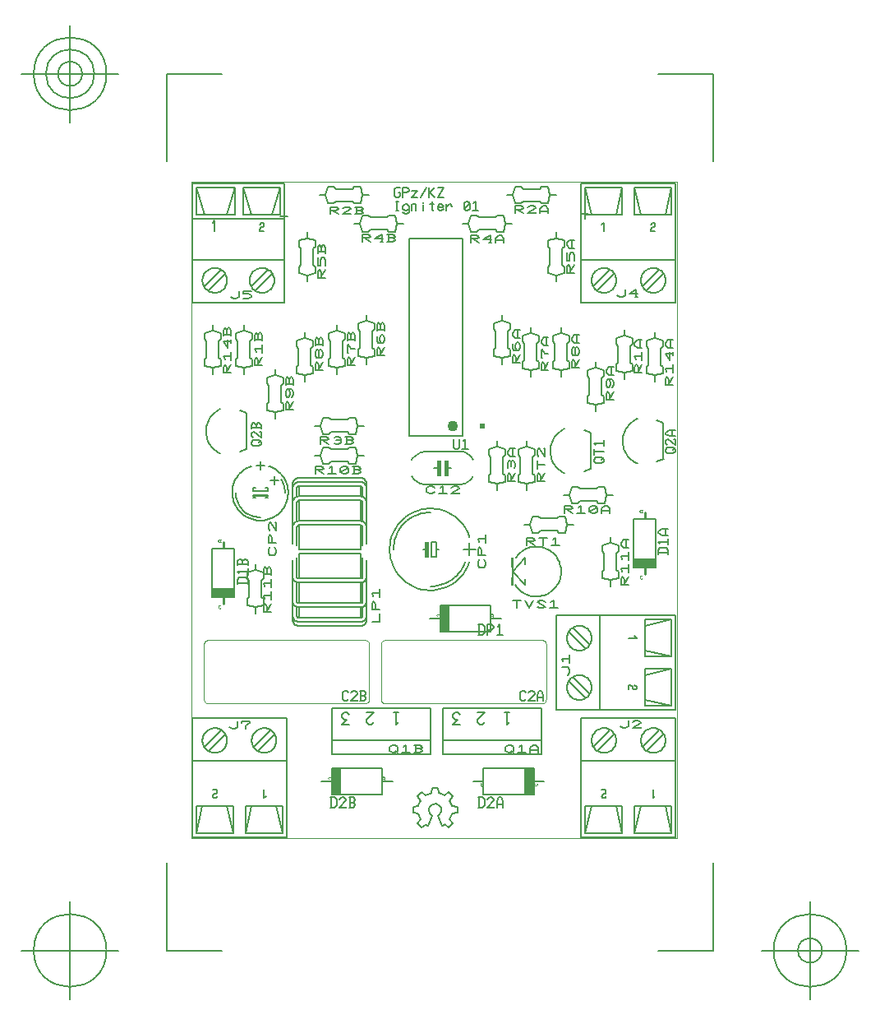
<source format=gbr>
G04 Generated by Ultiboard 11.0 *
%FSLAX25Y25*%
%MOMM*%

%ADD10C,0.20320*%
%ADD11C,0.15000*%
%ADD12C,0.19789*%
%ADD13C,0.15522*%
%ADD14C,0.15556*%
%ADD15C,0.10000*%
%ADD16C,0.05556*%
%ADD17C,0.20000*%
%ADD18C,0.25400*%
%ADD19C,0.12700*%
%ADD20C,0.00100*%
%ADD21C,0.10000*%
%ADD22C,1.10160*%
%ADD23C,0.60160*%


G04 ColorRGB FFFF00 for the following layer *
%LNSilkscreen Top*%
%LPD*%
%FSLAX25Y25*%
%MOMM*%
G54D10*
X2731911Y454358D02*
X2760133Y439239D01*
X2760133Y439239D02*
X2788356Y439239D01*
X2788356Y439239D02*
X2816578Y454358D01*
X2816578Y454358D02*
X2816578Y514834D01*
X2901244Y439239D02*
X2901244Y477036D01*
X2901244Y477036D02*
X2943578Y499715D01*
X2943578Y499715D02*
X2943578Y514834D01*
X2943578Y514834D02*
X2858911Y514834D01*
X2858911Y514834D02*
X2858911Y499715D01*
X6756118Y465364D02*
X6784340Y450245D01*
X6784340Y450245D02*
X6812562Y450245D01*
X6812562Y450245D02*
X6840785Y465364D01*
X6840785Y465364D02*
X6840785Y525840D01*
X6883118Y510721D02*
X6911340Y525840D01*
X6911340Y525840D02*
X6939562Y525840D01*
X6939562Y525840D02*
X6967785Y510721D01*
X6967785Y510721D02*
X6967785Y503162D01*
X6967785Y503162D02*
X6883118Y450245D01*
X6883118Y450245D02*
X6967785Y450245D01*
X6967785Y450245D02*
X6967785Y457805D01*
X4787052Y-407351D02*
X4790489Y-420178D01*
X4793191Y-368591D02*
X4788434Y-380984D01*
X4804868Y-442322D02*
X4815185Y-450676D01*
X4809808Y-348073D02*
X4800423Y-357458D01*
X4803753Y-225678D02*
X4811464Y-224456D01*
X4800423Y-357458D02*
X4793191Y-368591D01*
X4790489Y-420178D02*
X4796514Y-432005D01*
X4796514Y-432005D02*
X4804868Y-442322D01*
X4769051Y-239000D02*
X4803753Y-225678D01*
X4820941Y-340842D02*
X4809808Y-348073D01*
X4823064Y-454692D02*
X4774995Y-557778D01*
X4621170Y-427732D02*
X4621170Y-367108D01*
X4788434Y-380984D02*
X4786356Y-394095D01*
X4786356Y-394095D02*
X4787052Y-407351D01*
X4774995Y-557778D02*
X4754114Y-547138D01*
X4754114Y-547138D02*
X4709559Y-580498D01*
X4709559Y-580498D02*
X4666692Y-537631D01*
X4683778Y-461136D02*
X4676976Y-435749D01*
X4676976Y-435749D02*
X4621170Y-427732D01*
X4700052Y-493076D02*
X4683778Y-461136D01*
X4666692Y-537631D02*
X4700052Y-493076D01*
X4676806Y-359114D02*
X4678028Y-351403D01*
X4709559Y-214342D02*
X4754827Y-248236D01*
X4754827Y-248236D02*
X4769051Y-239000D01*
X4666692Y-257210D02*
X4709559Y-214342D01*
X4691350Y-316701D02*
X4700586Y-302477D01*
X4678028Y-351403D02*
X4691350Y-316701D01*
X4700586Y-302477D02*
X4666692Y-257210D01*
X4621170Y-367108D02*
X4676806Y-359114D01*
X4911106Y-413856D02*
X4913184Y-400745D01*
X4913184Y-400745D02*
X4912488Y-387489D01*
X5078370Y-367108D02*
X5078370Y-427732D01*
X4930489Y-555840D02*
X4924682Y-558070D01*
X4944713Y-546604D02*
X4930489Y-555840D01*
X4989980Y-580498D02*
X4944713Y-546604D01*
X5032848Y-537631D02*
X4989980Y-580498D01*
X4876524Y-454794D02*
X4878599Y-453999D01*
X4878599Y-453999D02*
X4889732Y-446767D01*
X4906348Y-426249D02*
X4911106Y-413856D01*
X4899117Y-437382D02*
X4906348Y-426249D01*
X4889732Y-446767D02*
X4899117Y-437382D01*
X5022734Y-435726D02*
X5021512Y-443437D01*
X5078370Y-427732D02*
X5022734Y-435726D01*
X5008190Y-478139D02*
X4998954Y-492363D01*
X5021512Y-443437D02*
X5008190Y-478139D01*
X4998954Y-492363D02*
X5032848Y-537631D01*
X4924682Y-558070D02*
X4876524Y-454794D01*
X4815185Y-450676D02*
X4823064Y-454692D01*
X4872528Y-338139D02*
X4859701Y-334702D01*
X4859701Y-334702D02*
X4846445Y-334006D01*
X4884355Y-344164D02*
X4872528Y-338139D01*
X4894672Y-352518D02*
X4884355Y-344164D01*
X4909051Y-374662D02*
X4903026Y-362835D01*
X4903026Y-362835D02*
X4894672Y-352518D01*
X4880082Y-168820D02*
X4888099Y-224626D01*
X4913486Y-231429D02*
X4945426Y-247702D01*
X4888099Y-224626D02*
X4913486Y-231429D01*
X4999488Y-301764D02*
X5015761Y-333704D01*
X5015761Y-333704D02*
X5022564Y-359091D01*
X5022564Y-359091D02*
X5078370Y-367108D01*
X5032848Y-257210D02*
X4999488Y-301764D01*
X4945426Y-247702D02*
X4989980Y-214342D01*
X4989980Y-214342D02*
X5032848Y-257210D01*
X4912488Y-387489D02*
X4909051Y-374662D01*
X4833334Y-336084D02*
X4820941Y-340842D01*
X4846445Y-334006D02*
X4833334Y-336084D01*
X4819458Y-168820D02*
X4880082Y-168820D01*
X4811464Y-224456D02*
X4819458Y-168820D01*
X5792611Y2329845D02*
X5792611Y2405440D01*
X5792611Y2405440D02*
X5849056Y2405440D01*
X5849056Y2405440D02*
X5877278Y2390321D01*
X5877278Y2390321D02*
X5877278Y2382762D01*
X5877278Y2382762D02*
X5849056Y2367643D01*
X5849056Y2367643D02*
X5792611Y2367643D01*
X5806722Y2367643D02*
X5877278Y2329845D01*
X5961944Y2329845D02*
X5961944Y2405440D01*
X5919611Y2405440D02*
X6004278Y2405440D01*
X6060722Y2390321D02*
X6088944Y2405440D01*
X6088944Y2405440D02*
X6088944Y2329845D01*
X6046611Y2329845D02*
X6131278Y2329845D01*
X6186311Y2660045D02*
X6186311Y2735640D01*
X6186311Y2735640D02*
X6242756Y2735640D01*
X6242756Y2735640D02*
X6270978Y2720521D01*
X6270978Y2720521D02*
X6270978Y2712962D01*
X6270978Y2712962D02*
X6242756Y2697843D01*
X6242756Y2697843D02*
X6186311Y2697843D01*
X6200422Y2697843D02*
X6270978Y2660045D01*
X6327422Y2720521D02*
X6355644Y2735640D01*
X6355644Y2735640D02*
X6355644Y2660045D01*
X6313311Y2660045D02*
X6397978Y2660045D01*
X6440311Y2720521D02*
X6468533Y2735640D01*
X6468533Y2735640D02*
X6496756Y2735640D01*
X6496756Y2735640D02*
X6524978Y2720521D01*
X6524978Y2720521D02*
X6524978Y2675164D01*
X6524978Y2675164D02*
X6496756Y2660045D01*
X6496756Y2660045D02*
X6468533Y2660045D01*
X6468533Y2660045D02*
X6440311Y2675164D01*
X6440311Y2675164D02*
X6440311Y2720521D01*
X6524978Y2720521D02*
X6440311Y2675164D01*
X6567311Y2660045D02*
X6567311Y2705402D01*
X6567311Y2705402D02*
X6595533Y2735640D01*
X6595533Y2735640D02*
X6623756Y2735640D01*
X6623756Y2735640D02*
X6651978Y2705402D01*
X6651978Y2705402D02*
X6651978Y2660045D01*
X6567311Y2682724D02*
X6651978Y2682724D01*
X6214836Y989471D02*
X6229955Y1017693D01*
X6229955Y1017693D02*
X6229955Y1045916D01*
X6229955Y1045916D02*
X6214836Y1074138D01*
X6214836Y1074138D02*
X6154360Y1074138D01*
X6169479Y1130582D02*
X6154360Y1158804D01*
X6154360Y1158804D02*
X6229955Y1158804D01*
X6229955Y1116471D02*
X6229955Y1201138D01*
X6726485Y4903591D02*
X6754707Y4888472D01*
X6754707Y4888472D02*
X6782929Y4888472D01*
X6782929Y4888472D02*
X6811151Y4903591D01*
X6811151Y4903591D02*
X6811151Y4964067D01*
X6938151Y4918710D02*
X6853485Y4918710D01*
X6853485Y4918710D02*
X6924040Y4964067D01*
X6924040Y4964067D02*
X6924040Y4888472D01*
X6909929Y4888472D02*
X6938151Y4888472D01*
X3385155Y3722511D02*
X3309560Y3722511D01*
X3309560Y3722511D02*
X3309560Y3778956D01*
X3309560Y3778956D02*
X3324679Y3807178D01*
X3324679Y3807178D02*
X3332238Y3807178D01*
X3332238Y3807178D02*
X3347357Y3778956D01*
X3347357Y3778956D02*
X3347357Y3722511D01*
X3347357Y3736622D02*
X3385155Y3807178D01*
X3370036Y3849511D02*
X3385155Y3877733D01*
X3385155Y3877733D02*
X3385155Y3905956D01*
X3385155Y3905956D02*
X3370036Y3934178D01*
X3370036Y3934178D02*
X3339798Y3934178D01*
X3339798Y3934178D02*
X3324679Y3934178D01*
X3324679Y3934178D02*
X3309560Y3905956D01*
X3309560Y3905956D02*
X3309560Y3877733D01*
X3309560Y3877733D02*
X3324679Y3849511D01*
X3324679Y3849511D02*
X3339798Y3849511D01*
X3339798Y3849511D02*
X3354917Y3877733D01*
X3354917Y3877733D02*
X3354917Y3905956D01*
X3354917Y3905956D02*
X3339798Y3934178D01*
X3385155Y3976511D02*
X3385155Y4032956D01*
X3385155Y4032956D02*
X3370036Y4061178D01*
X3370036Y4061178D02*
X3362476Y4061178D01*
X3362476Y4061178D02*
X3347357Y4032956D01*
X3347357Y4032956D02*
X3332238Y4061178D01*
X3332238Y4061178D02*
X3324679Y4061178D01*
X3324679Y4061178D02*
X3309560Y4032956D01*
X3309560Y4032956D02*
X3309560Y3990622D01*
X3309560Y3990622D02*
X3309560Y3976511D01*
X3347357Y3990622D02*
X3347357Y4032956D01*
X3309560Y3990622D02*
X3385155Y3990622D01*
X2742071Y4884964D02*
X2770293Y4869845D01*
X2770293Y4869845D02*
X2798516Y4869845D01*
X2798516Y4869845D02*
X2826738Y4884964D01*
X2826738Y4884964D02*
X2826738Y4945440D01*
X2953738Y4945440D02*
X2869071Y4945440D01*
X2869071Y4945440D02*
X2869071Y4915202D01*
X2869071Y4915202D02*
X2925516Y4915202D01*
X2925516Y4915202D02*
X2953738Y4900083D01*
X2953738Y4900083D02*
X2953738Y4884964D01*
X2953738Y4884964D02*
X2925516Y4869845D01*
X2925516Y4869845D02*
X2869071Y4869845D01*
X3192236Y2308578D02*
X3207355Y2280356D01*
X3207355Y2280356D02*
X3207355Y2252133D01*
X3207355Y2252133D02*
X3192236Y2223911D01*
X3192236Y2223911D02*
X3146879Y2223911D01*
X3146879Y2223911D02*
X3131760Y2252133D01*
X3131760Y2252133D02*
X3131760Y2280356D01*
X3131760Y2280356D02*
X3146879Y2308578D01*
X3207355Y2350911D02*
X3131760Y2350911D01*
X3131760Y2350911D02*
X3131760Y2407356D01*
X3131760Y2407356D02*
X3146879Y2435578D01*
X3146879Y2435578D02*
X3154438Y2435578D01*
X3154438Y2435578D02*
X3169557Y2407356D01*
X3169557Y2407356D02*
X3169557Y2350911D01*
X3146879Y2477911D02*
X3131760Y2506133D01*
X3131760Y2506133D02*
X3131760Y2534356D01*
X3131760Y2534356D02*
X3146879Y2562578D01*
X3146879Y2562578D02*
X3154438Y2562578D01*
X3154438Y2562578D02*
X3207355Y2477911D01*
X3207355Y2477911D02*
X3207355Y2562578D01*
X3207355Y2562578D02*
X3199795Y2562578D01*
X3156555Y1639711D02*
X3080960Y1639711D01*
X3080960Y1639711D02*
X3080960Y1696156D01*
X3080960Y1696156D02*
X3096079Y1724378D01*
X3096079Y1724378D02*
X3103638Y1724378D01*
X3103638Y1724378D02*
X3118757Y1696156D01*
X3118757Y1696156D02*
X3118757Y1639711D01*
X3118757Y1653822D02*
X3156555Y1724378D01*
X3096079Y1780822D02*
X3080960Y1809044D01*
X3080960Y1809044D02*
X3156555Y1809044D01*
X3156555Y1766711D02*
X3156555Y1851378D01*
X3096079Y1907822D02*
X3080960Y1936044D01*
X3080960Y1936044D02*
X3156555Y1936044D01*
X3156555Y1893711D02*
X3156555Y1978378D01*
X3156555Y2020711D02*
X3156555Y2077156D01*
X3156555Y2077156D02*
X3141436Y2105378D01*
X3141436Y2105378D02*
X3133876Y2105378D01*
X3133876Y2105378D02*
X3118757Y2077156D01*
X3118757Y2077156D02*
X3103638Y2105378D01*
X3103638Y2105378D02*
X3096079Y2105378D01*
X3096079Y2105378D02*
X3080960Y2077156D01*
X3080960Y2077156D02*
X3080960Y2034822D01*
X3080960Y2034822D02*
X3080960Y2020711D01*
X3118757Y2034822D02*
X3118757Y2077156D01*
X3080960Y2034822D02*
X3156555Y2034822D01*
X2743382Y4103511D02*
X2667786Y4103511D01*
X2667786Y4103511D02*
X2667786Y4159956D01*
X2667786Y4159956D02*
X2682905Y4188178D01*
X2682905Y4188178D02*
X2690465Y4188178D01*
X2690465Y4188178D02*
X2705584Y4159956D01*
X2705584Y4159956D02*
X2705584Y4103511D01*
X2705584Y4117622D02*
X2743382Y4188178D01*
X2682905Y4244622D02*
X2667786Y4272844D01*
X2667786Y4272844D02*
X2743382Y4272844D01*
X2743382Y4230511D02*
X2743382Y4315178D01*
X2713143Y4442178D02*
X2713143Y4357511D01*
X2713143Y4357511D02*
X2667786Y4428067D01*
X2667786Y4428067D02*
X2743382Y4428067D01*
X2743382Y4413956D02*
X2743382Y4442178D01*
X2743382Y4484511D02*
X2743382Y4540956D01*
X2743382Y4540956D02*
X2728262Y4569178D01*
X2728262Y4569178D02*
X2720703Y4569178D01*
X2720703Y4569178D02*
X2705584Y4540956D01*
X2705584Y4540956D02*
X2690465Y4569178D01*
X2690465Y4569178D02*
X2682905Y4569178D01*
X2682905Y4569178D02*
X2667786Y4540956D01*
X2667786Y4540956D02*
X2667786Y4498622D01*
X2667786Y4498622D02*
X2667786Y4484511D01*
X2705584Y4498622D02*
X2705584Y4540956D01*
X2667786Y4498622D02*
X2743382Y4498622D01*
X3064776Y4179711D02*
X2989181Y4179711D01*
X2989181Y4179711D02*
X2989181Y4236156D01*
X2989181Y4236156D02*
X3004300Y4264378D01*
X3004300Y4264378D02*
X3011859Y4264378D01*
X3011859Y4264378D02*
X3026979Y4236156D01*
X3026979Y4236156D02*
X3026979Y4179711D01*
X3026979Y4193822D02*
X3064776Y4264378D01*
X3004300Y4320822D02*
X2989181Y4349044D01*
X2989181Y4349044D02*
X3064776Y4349044D01*
X3064776Y4306711D02*
X3064776Y4391378D01*
X3064776Y4433711D02*
X3064776Y4490156D01*
X3064776Y4490156D02*
X3049657Y4518378D01*
X3049657Y4518378D02*
X3042098Y4518378D01*
X3042098Y4518378D02*
X3026979Y4490156D01*
X3026979Y4490156D02*
X3011859Y4518378D01*
X3011859Y4518378D02*
X3004300Y4518378D01*
X3004300Y4518378D02*
X2989181Y4490156D01*
X2989181Y4490156D02*
X2989181Y4447822D01*
X2989181Y4447822D02*
X2989181Y4433711D01*
X3026979Y4447822D02*
X3026979Y4490156D01*
X2989181Y4447822D02*
X3064776Y4447822D01*
X5671155Y2985911D02*
X5595560Y2985911D01*
X5595560Y2985911D02*
X5595560Y3042356D01*
X5595560Y3042356D02*
X5610679Y3070578D01*
X5610679Y3070578D02*
X5618238Y3070578D01*
X5618238Y3070578D02*
X5633357Y3042356D01*
X5633357Y3042356D02*
X5633357Y2985911D01*
X5633357Y3000022D02*
X5671155Y3070578D01*
X5603119Y3127022D02*
X5595560Y3141133D01*
X5595560Y3141133D02*
X5595560Y3169356D01*
X5595560Y3169356D02*
X5610679Y3197578D01*
X5610679Y3197578D02*
X5625798Y3197578D01*
X5625798Y3197578D02*
X5633357Y3183467D01*
X5633357Y3183467D02*
X5640917Y3197578D01*
X5640917Y3197578D02*
X5656036Y3197578D01*
X5656036Y3197578D02*
X5671155Y3169356D01*
X5671155Y3169356D02*
X5671155Y3141133D01*
X5671155Y3141133D02*
X5663595Y3127022D01*
X5633357Y3141133D02*
X5633357Y3183467D01*
X5671155Y3239911D02*
X5625798Y3239911D01*
X5625798Y3239911D02*
X5595560Y3268133D01*
X5595560Y3268133D02*
X5595560Y3296356D01*
X5595560Y3296356D02*
X5625798Y3324578D01*
X5625798Y3324578D02*
X5671155Y3324578D01*
X5648476Y3239911D02*
X5648476Y3324578D01*
X5975955Y2985911D02*
X5900360Y2985911D01*
X5900360Y2985911D02*
X5900360Y3042356D01*
X5900360Y3042356D02*
X5915479Y3070578D01*
X5915479Y3070578D02*
X5923038Y3070578D01*
X5923038Y3070578D02*
X5938157Y3042356D01*
X5938157Y3042356D02*
X5938157Y2985911D01*
X5938157Y3000022D02*
X5975955Y3070578D01*
X5975955Y3155244D02*
X5900360Y3155244D01*
X5900360Y3112911D02*
X5900360Y3197578D01*
X5915479Y3239911D02*
X5900360Y3268133D01*
X5900360Y3268133D02*
X5900360Y3296356D01*
X5900360Y3296356D02*
X5915479Y3324578D01*
X5915479Y3324578D02*
X5923038Y3324578D01*
X5923038Y3324578D02*
X5975955Y3239911D01*
X5975955Y3239911D02*
X5975955Y3324578D01*
X5975955Y3324578D02*
X5968395Y3324578D01*
X3620911Y3066445D02*
X3620911Y3142040D01*
X3620911Y3142040D02*
X3677356Y3142040D01*
X3677356Y3142040D02*
X3705578Y3126921D01*
X3705578Y3126921D02*
X3705578Y3119362D01*
X3705578Y3119362D02*
X3677356Y3104243D01*
X3677356Y3104243D02*
X3620911Y3104243D01*
X3635022Y3104243D02*
X3705578Y3066445D01*
X3762022Y3126921D02*
X3790244Y3142040D01*
X3790244Y3142040D02*
X3790244Y3066445D01*
X3747911Y3066445D02*
X3832578Y3066445D01*
X3874911Y3126921D02*
X3903133Y3142040D01*
X3903133Y3142040D02*
X3931356Y3142040D01*
X3931356Y3142040D02*
X3959578Y3126921D01*
X3959578Y3126921D02*
X3959578Y3081564D01*
X3959578Y3081564D02*
X3931356Y3066445D01*
X3931356Y3066445D02*
X3903133Y3066445D01*
X3903133Y3066445D02*
X3874911Y3081564D01*
X3874911Y3081564D02*
X3874911Y3126921D01*
X3959578Y3126921D02*
X3874911Y3081564D01*
X4001911Y3066445D02*
X4058356Y3066445D01*
X4058356Y3066445D02*
X4086578Y3081564D01*
X4086578Y3081564D02*
X4086578Y3089124D01*
X4086578Y3089124D02*
X4058356Y3104243D01*
X4058356Y3104243D02*
X4086578Y3119362D01*
X4086578Y3119362D02*
X4086578Y3126921D01*
X4086578Y3126921D02*
X4058356Y3142040D01*
X4058356Y3142040D02*
X4016022Y3142040D01*
X4016022Y3142040D02*
X4001911Y3142040D01*
X4016022Y3104243D02*
X4058356Y3104243D01*
X4016022Y3142040D02*
X4016022Y3066445D01*
X4848578Y2878364D02*
X4820356Y2863245D01*
X4820356Y2863245D02*
X4792133Y2863245D01*
X4792133Y2863245D02*
X4763911Y2878364D01*
X4763911Y2878364D02*
X4763911Y2923721D01*
X4763911Y2923721D02*
X4792133Y2938840D01*
X4792133Y2938840D02*
X4820356Y2938840D01*
X4820356Y2938840D02*
X4848578Y2923721D01*
X4905022Y2923721D02*
X4933244Y2938840D01*
X4933244Y2938840D02*
X4933244Y2863245D01*
X4890911Y2863245D02*
X4975578Y2863245D01*
X5017911Y2923721D02*
X5046133Y2938840D01*
X5046133Y2938840D02*
X5074356Y2938840D01*
X5074356Y2938840D02*
X5102578Y2923721D01*
X5102578Y2923721D02*
X5102578Y2916162D01*
X5102578Y2916162D02*
X5017911Y2863245D01*
X5017911Y2863245D02*
X5102578Y2863245D01*
X5102578Y2863245D02*
X5102578Y2870805D01*
X5351236Y2181578D02*
X5366355Y2153356D01*
X5366355Y2153356D02*
X5366355Y2125133D01*
X5366355Y2125133D02*
X5351236Y2096911D01*
X5351236Y2096911D02*
X5305879Y2096911D01*
X5305879Y2096911D02*
X5290760Y2125133D01*
X5290760Y2125133D02*
X5290760Y2153356D01*
X5290760Y2153356D02*
X5305879Y2181578D01*
X5366355Y2223911D02*
X5290760Y2223911D01*
X5290760Y2223911D02*
X5290760Y2280356D01*
X5290760Y2280356D02*
X5305879Y2308578D01*
X5305879Y2308578D02*
X5313438Y2308578D01*
X5313438Y2308578D02*
X5328557Y2280356D01*
X5328557Y2280356D02*
X5328557Y2223911D01*
X5305879Y2365022D02*
X5290760Y2393244D01*
X5290760Y2393244D02*
X5366355Y2393244D01*
X5366355Y2350911D02*
X5366355Y2435578D01*
X4382911Y211364D02*
X4411133Y196245D01*
X4411133Y196245D02*
X4439356Y196245D01*
X4439356Y196245D02*
X4467578Y211364D01*
X4467578Y211364D02*
X4467578Y256721D01*
X4467578Y256721D02*
X4439356Y271840D01*
X4439356Y271840D02*
X4411133Y271840D01*
X4411133Y271840D02*
X4382911Y256721D01*
X4382911Y256721D02*
X4382911Y211364D01*
X4439356Y211364D02*
X4467578Y196245D01*
X4524022Y256721D02*
X4552244Y271840D01*
X4552244Y271840D02*
X4552244Y196245D01*
X4509911Y196245D02*
X4594578Y196245D01*
X4636911Y196245D02*
X4693356Y196245D01*
X4693356Y196245D02*
X4721578Y211364D01*
X4721578Y211364D02*
X4721578Y218924D01*
X4721578Y218924D02*
X4693356Y234043D01*
X4693356Y234043D02*
X4721578Y249162D01*
X4721578Y249162D02*
X4721578Y256721D01*
X4721578Y256721D02*
X4693356Y271840D01*
X4693356Y271840D02*
X4651022Y271840D01*
X4651022Y271840D02*
X4636911Y271840D01*
X4651022Y234043D02*
X4693356Y234043D01*
X4651022Y271840D02*
X4651022Y196245D01*
X4198560Y1538111D02*
X4274155Y1538111D01*
X4274155Y1538111D02*
X4274155Y1622778D01*
X4274155Y1665111D02*
X4198560Y1665111D01*
X4198560Y1665111D02*
X4198560Y1721556D01*
X4198560Y1721556D02*
X4213679Y1749778D01*
X4213679Y1749778D02*
X4221238Y1749778D01*
X4221238Y1749778D02*
X4236357Y1721556D01*
X4236357Y1721556D02*
X4236357Y1665111D01*
X4213679Y1806222D02*
X4198560Y1834444D01*
X4198560Y1834444D02*
X4274155Y1834444D01*
X4274155Y1792111D02*
X4274155Y1876778D01*
X5576711Y211364D02*
X5604933Y196245D01*
X5604933Y196245D02*
X5633156Y196245D01*
X5633156Y196245D02*
X5661378Y211364D01*
X5661378Y211364D02*
X5661378Y256721D01*
X5661378Y256721D02*
X5633156Y271840D01*
X5633156Y271840D02*
X5604933Y271840D01*
X5604933Y271840D02*
X5576711Y256721D01*
X5576711Y256721D02*
X5576711Y211364D01*
X5633156Y211364D02*
X5661378Y196245D01*
X5717822Y256721D02*
X5746044Y271840D01*
X5746044Y271840D02*
X5746044Y196245D01*
X5703711Y196245D02*
X5788378Y196245D01*
X5830711Y196245D02*
X5830711Y241602D01*
X5830711Y241602D02*
X5858933Y271840D01*
X5858933Y271840D02*
X5887156Y271840D01*
X5887156Y271840D02*
X5915378Y241602D01*
X5915378Y241602D02*
X5915378Y196245D01*
X5830711Y218924D02*
X5915378Y218924D01*
X5689529Y1681282D02*
X5689529Y1756877D01*
X5647196Y1756877D02*
X5731863Y1756877D01*
X5774196Y1756877D02*
X5816529Y1681282D01*
X5816529Y1681282D02*
X5858863Y1756877D01*
X5901196Y1696401D02*
X5929418Y1681282D01*
X5929418Y1681282D02*
X5957641Y1681282D01*
X5957641Y1681282D02*
X5985863Y1696401D01*
X5985863Y1696401D02*
X5901196Y1741758D01*
X5901196Y1741758D02*
X5929418Y1756877D01*
X5929418Y1756877D02*
X5957641Y1756877D01*
X5957641Y1756877D02*
X5985863Y1741758D01*
X6042307Y1741758D02*
X6070529Y1756877D01*
X6070529Y1756877D02*
X6070529Y1681282D01*
X6028196Y1681282D02*
X6112863Y1681282D01*
X5039156Y3419000D02*
X5039156Y3339000D01*
X5039156Y3339000D02*
X5059067Y3319000D01*
X5059067Y3319000D02*
X5078978Y3319000D01*
X5078978Y3319000D02*
X5098889Y3339000D01*
X5098889Y3339000D02*
X5098889Y3419000D01*
X5138711Y3399000D02*
X5158622Y3419000D01*
X5158622Y3419000D02*
X5158622Y3319000D01*
X5128756Y3319000D02*
X5188489Y3319000D01*
X4020155Y4179711D02*
X3944560Y4179711D01*
X3944560Y4179711D02*
X3944560Y4236156D01*
X3944560Y4236156D02*
X3959679Y4264378D01*
X3959679Y4264378D02*
X3967238Y4264378D01*
X3967238Y4264378D02*
X3982357Y4236156D01*
X3982357Y4236156D02*
X3982357Y4179711D01*
X3982357Y4193822D02*
X4020155Y4264378D01*
X4020155Y4349044D02*
X3982357Y4349044D01*
X3982357Y4349044D02*
X3959679Y4391378D01*
X3959679Y4391378D02*
X3944560Y4391378D01*
X3944560Y4391378D02*
X3944560Y4306711D01*
X3944560Y4306711D02*
X3959679Y4306711D01*
X4020155Y4433711D02*
X4020155Y4490156D01*
X4020155Y4490156D02*
X4005036Y4518378D01*
X4005036Y4518378D02*
X3997476Y4518378D01*
X3997476Y4518378D02*
X3982357Y4490156D01*
X3982357Y4490156D02*
X3967238Y4518378D01*
X3967238Y4518378D02*
X3959679Y4518378D01*
X3959679Y4518378D02*
X3944560Y4490156D01*
X3944560Y4490156D02*
X3944560Y4447822D01*
X3944560Y4447822D02*
X3944560Y4433711D01*
X3982357Y4447822D02*
X3982357Y4490156D01*
X3944560Y4447822D02*
X4020155Y4447822D01*
X4324955Y4281311D02*
X4249360Y4281311D01*
X4249360Y4281311D02*
X4249360Y4337756D01*
X4249360Y4337756D02*
X4264479Y4365978D01*
X4264479Y4365978D02*
X4272038Y4365978D01*
X4272038Y4365978D02*
X4287157Y4337756D01*
X4287157Y4337756D02*
X4287157Y4281311D01*
X4287157Y4295422D02*
X4324955Y4365978D01*
X4249360Y4478867D02*
X4249360Y4436533D01*
X4249360Y4436533D02*
X4264479Y4408311D01*
X4264479Y4408311D02*
X4294717Y4408311D01*
X4294717Y4408311D02*
X4309836Y4408311D01*
X4309836Y4408311D02*
X4324955Y4436533D01*
X4324955Y4436533D02*
X4324955Y4464756D01*
X4324955Y4464756D02*
X4309836Y4492978D01*
X4309836Y4492978D02*
X4294717Y4492978D01*
X4294717Y4492978D02*
X4279598Y4464756D01*
X4279598Y4464756D02*
X4279598Y4436533D01*
X4279598Y4436533D02*
X4294717Y4408311D01*
X4324955Y4535311D02*
X4324955Y4591756D01*
X4324955Y4591756D02*
X4309836Y4619978D01*
X4309836Y4619978D02*
X4302276Y4619978D01*
X4302276Y4619978D02*
X4287157Y4591756D01*
X4287157Y4591756D02*
X4272038Y4619978D01*
X4272038Y4619978D02*
X4264479Y4619978D01*
X4264479Y4619978D02*
X4249360Y4591756D01*
X4249360Y4591756D02*
X4249360Y4549422D01*
X4249360Y4549422D02*
X4249360Y4535311D01*
X4287157Y4549422D02*
X4287157Y4591756D01*
X4249360Y4549422D02*
X4324955Y4549422D01*
X3671711Y3371245D02*
X3671711Y3446840D01*
X3671711Y3446840D02*
X3728156Y3446840D01*
X3728156Y3446840D02*
X3756378Y3431721D01*
X3756378Y3431721D02*
X3756378Y3424162D01*
X3756378Y3424162D02*
X3728156Y3409043D01*
X3728156Y3409043D02*
X3671711Y3409043D01*
X3685822Y3409043D02*
X3756378Y3371245D01*
X3812822Y3439281D02*
X3826933Y3446840D01*
X3826933Y3446840D02*
X3855156Y3446840D01*
X3855156Y3446840D02*
X3883378Y3431721D01*
X3883378Y3431721D02*
X3883378Y3416602D01*
X3883378Y3416602D02*
X3869267Y3409043D01*
X3869267Y3409043D02*
X3883378Y3401483D01*
X3883378Y3401483D02*
X3883378Y3386364D01*
X3883378Y3386364D02*
X3855156Y3371245D01*
X3855156Y3371245D02*
X3826933Y3371245D01*
X3826933Y3371245D02*
X3812822Y3378805D01*
X3826933Y3409043D02*
X3869267Y3409043D01*
X3925711Y3371245D02*
X3982156Y3371245D01*
X3982156Y3371245D02*
X4010378Y3386364D01*
X4010378Y3386364D02*
X4010378Y3393924D01*
X4010378Y3393924D02*
X3982156Y3409043D01*
X3982156Y3409043D02*
X4010378Y3424162D01*
X4010378Y3424162D02*
X4010378Y3431721D01*
X4010378Y3431721D02*
X3982156Y3446840D01*
X3982156Y3446840D02*
X3939822Y3446840D01*
X3939822Y3446840D02*
X3925711Y3446840D01*
X3939822Y3409043D02*
X3982156Y3409043D01*
X3939822Y3446840D02*
X3939822Y3371245D01*
X3689955Y4128911D02*
X3614360Y4128911D01*
X3614360Y4128911D02*
X3614360Y4185356D01*
X3614360Y4185356D02*
X3629479Y4213578D01*
X3629479Y4213578D02*
X3637038Y4213578D01*
X3637038Y4213578D02*
X3652157Y4185356D01*
X3652157Y4185356D02*
X3652157Y4128911D01*
X3652157Y4143022D02*
X3689955Y4213578D01*
X3689955Y4312356D02*
X3689955Y4284133D01*
X3689955Y4284133D02*
X3674836Y4255911D01*
X3674836Y4255911D02*
X3659717Y4255911D01*
X3659717Y4255911D02*
X3652157Y4270022D01*
X3652157Y4270022D02*
X3644598Y4255911D01*
X3644598Y4255911D02*
X3629479Y4255911D01*
X3629479Y4255911D02*
X3614360Y4284133D01*
X3614360Y4284133D02*
X3614360Y4312356D01*
X3614360Y4312356D02*
X3629479Y4340578D01*
X3629479Y4340578D02*
X3644598Y4340578D01*
X3644598Y4340578D02*
X3652157Y4326467D01*
X3652157Y4326467D02*
X3659717Y4340578D01*
X3659717Y4340578D02*
X3674836Y4340578D01*
X3674836Y4340578D02*
X3689955Y4312356D01*
X3652157Y4270022D02*
X3652157Y4326467D01*
X3689955Y4382911D02*
X3689955Y4439356D01*
X3689955Y4439356D02*
X3674836Y4467578D01*
X3674836Y4467578D02*
X3667276Y4467578D01*
X3667276Y4467578D02*
X3652157Y4439356D01*
X3652157Y4439356D02*
X3637038Y4467578D01*
X3637038Y4467578D02*
X3629479Y4467578D01*
X3629479Y4467578D02*
X3614360Y4439356D01*
X3614360Y4439356D02*
X3614360Y4397022D01*
X3614360Y4397022D02*
X3614360Y4382911D01*
X3652157Y4397022D02*
X3652157Y4439356D01*
X3614360Y4397022D02*
X3689955Y4397022D01*
X3773311Y5735985D02*
X3773311Y5811580D01*
X3773311Y5811580D02*
X3829756Y5811580D01*
X3829756Y5811580D02*
X3857978Y5796461D01*
X3857978Y5796461D02*
X3857978Y5788902D01*
X3857978Y5788902D02*
X3829756Y5773783D01*
X3829756Y5773783D02*
X3773311Y5773783D01*
X3787422Y5773783D02*
X3857978Y5735985D01*
X3900311Y5796461D02*
X3928533Y5811580D01*
X3928533Y5811580D02*
X3956756Y5811580D01*
X3956756Y5811580D02*
X3984978Y5796461D01*
X3984978Y5796461D02*
X3984978Y5788902D01*
X3984978Y5788902D02*
X3900311Y5735985D01*
X3900311Y5735985D02*
X3984978Y5735985D01*
X3984978Y5735985D02*
X3984978Y5743545D01*
X4027311Y5735985D02*
X4083756Y5735985D01*
X4083756Y5735985D02*
X4111978Y5751104D01*
X4111978Y5751104D02*
X4111978Y5758664D01*
X4111978Y5758664D02*
X4083756Y5773783D01*
X4083756Y5773783D02*
X4111978Y5788902D01*
X4111978Y5788902D02*
X4111978Y5796461D01*
X4111978Y5796461D02*
X4083756Y5811580D01*
X4083756Y5811580D02*
X4041422Y5811580D01*
X4041422Y5811580D02*
X4027311Y5811580D01*
X4041422Y5773783D02*
X4083756Y5773783D01*
X4041422Y5811580D02*
X4041422Y5735985D01*
X4103511Y5454045D02*
X4103511Y5529640D01*
X4103511Y5529640D02*
X4159956Y5529640D01*
X4159956Y5529640D02*
X4188178Y5514521D01*
X4188178Y5514521D02*
X4188178Y5506962D01*
X4188178Y5506962D02*
X4159956Y5491843D01*
X4159956Y5491843D02*
X4103511Y5491843D01*
X4117622Y5491843D02*
X4188178Y5454045D01*
X4315178Y5484283D02*
X4230511Y5484283D01*
X4230511Y5484283D02*
X4301067Y5529640D01*
X4301067Y5529640D02*
X4301067Y5454045D01*
X4286956Y5454045D02*
X4315178Y5454045D01*
X4357511Y5454045D02*
X4413956Y5454045D01*
X4413956Y5454045D02*
X4442178Y5469164D01*
X4442178Y5469164D02*
X4442178Y5476724D01*
X4442178Y5476724D02*
X4413956Y5491843D01*
X4413956Y5491843D02*
X4442178Y5506962D01*
X4442178Y5506962D02*
X4442178Y5514521D01*
X4442178Y5514521D02*
X4413956Y5529640D01*
X4413956Y5529640D02*
X4371622Y5529640D01*
X4371622Y5529640D02*
X4357511Y5529640D01*
X4371622Y5491843D02*
X4413956Y5491843D01*
X4371622Y5529640D02*
X4371622Y5454045D01*
X3715355Y5081411D02*
X3639760Y5081411D01*
X3639760Y5081411D02*
X3639760Y5137856D01*
X3639760Y5137856D02*
X3654879Y5166078D01*
X3654879Y5166078D02*
X3662438Y5166078D01*
X3662438Y5166078D02*
X3677557Y5137856D01*
X3677557Y5137856D02*
X3677557Y5081411D01*
X3677557Y5095522D02*
X3715355Y5166078D01*
X3639760Y5293078D02*
X3639760Y5208411D01*
X3639760Y5208411D02*
X3669998Y5208411D01*
X3669998Y5208411D02*
X3669998Y5264856D01*
X3669998Y5264856D02*
X3685117Y5293078D01*
X3685117Y5293078D02*
X3700236Y5293078D01*
X3700236Y5293078D02*
X3715355Y5264856D01*
X3715355Y5264856D02*
X3715355Y5208411D01*
X3715355Y5335411D02*
X3715355Y5391856D01*
X3715355Y5391856D02*
X3700236Y5420078D01*
X3700236Y5420078D02*
X3692676Y5420078D01*
X3692676Y5420078D02*
X3677557Y5391856D01*
X3677557Y5391856D02*
X3662438Y5420078D01*
X3662438Y5420078D02*
X3654879Y5420078D01*
X3654879Y5420078D02*
X3639760Y5391856D01*
X3639760Y5391856D02*
X3639760Y5349522D01*
X3639760Y5349522D02*
X3639760Y5335411D01*
X3677557Y5349522D02*
X3677557Y5391856D01*
X3639760Y5349522D02*
X3715355Y5349522D01*
X5721955Y4205111D02*
X5646360Y4205111D01*
X5646360Y4205111D02*
X5646360Y4261556D01*
X5646360Y4261556D02*
X5661479Y4289778D01*
X5661479Y4289778D02*
X5669038Y4289778D01*
X5669038Y4289778D02*
X5684157Y4261556D01*
X5684157Y4261556D02*
X5684157Y4205111D01*
X5684157Y4219222D02*
X5721955Y4289778D01*
X5646360Y4402667D02*
X5646360Y4360333D01*
X5646360Y4360333D02*
X5661479Y4332111D01*
X5661479Y4332111D02*
X5691717Y4332111D01*
X5691717Y4332111D02*
X5706836Y4332111D01*
X5706836Y4332111D02*
X5721955Y4360333D01*
X5721955Y4360333D02*
X5721955Y4388556D01*
X5721955Y4388556D02*
X5706836Y4416778D01*
X5706836Y4416778D02*
X5691717Y4416778D01*
X5691717Y4416778D02*
X5676598Y4388556D01*
X5676598Y4388556D02*
X5676598Y4360333D01*
X5676598Y4360333D02*
X5691717Y4332111D01*
X5721955Y4459111D02*
X5676598Y4459111D01*
X5676598Y4459111D02*
X5646360Y4487333D01*
X5646360Y4487333D02*
X5646360Y4515556D01*
X5646360Y4515556D02*
X5676598Y4543778D01*
X5676598Y4543778D02*
X5721955Y4543778D01*
X5699276Y4459111D02*
X5699276Y4543778D01*
X6017949Y4128911D02*
X5942354Y4128911D01*
X5942354Y4128911D02*
X5942354Y4185356D01*
X5942354Y4185356D02*
X5957473Y4213578D01*
X5957473Y4213578D02*
X5965033Y4213578D01*
X5965033Y4213578D02*
X5980152Y4185356D01*
X5980152Y4185356D02*
X5980152Y4128911D01*
X5980152Y4143022D02*
X6017949Y4213578D01*
X6017949Y4298244D02*
X5980152Y4298244D01*
X5980152Y4298244D02*
X5957473Y4340578D01*
X5957473Y4340578D02*
X5942354Y4340578D01*
X5942354Y4340578D02*
X5942354Y4255911D01*
X5942354Y4255911D02*
X5957473Y4255911D01*
X6017949Y4382911D02*
X5972592Y4382911D01*
X5972592Y4382911D02*
X5942354Y4411133D01*
X5942354Y4411133D02*
X5942354Y4439356D01*
X5942354Y4439356D02*
X5972592Y4467578D01*
X5972592Y4467578D02*
X6017949Y4467578D01*
X5995271Y4382911D02*
X5995271Y4467578D01*
X6331555Y4154311D02*
X6255960Y4154311D01*
X6255960Y4154311D02*
X6255960Y4210756D01*
X6255960Y4210756D02*
X6271079Y4238978D01*
X6271079Y4238978D02*
X6278638Y4238978D01*
X6278638Y4238978D02*
X6293757Y4210756D01*
X6293757Y4210756D02*
X6293757Y4154311D01*
X6293757Y4168422D02*
X6331555Y4238978D01*
X6331555Y4337756D02*
X6331555Y4309533D01*
X6331555Y4309533D02*
X6316436Y4281311D01*
X6316436Y4281311D02*
X6301317Y4281311D01*
X6301317Y4281311D02*
X6293757Y4295422D01*
X6293757Y4295422D02*
X6286198Y4281311D01*
X6286198Y4281311D02*
X6271079Y4281311D01*
X6271079Y4281311D02*
X6255960Y4309533D01*
X6255960Y4309533D02*
X6255960Y4337756D01*
X6255960Y4337756D02*
X6271079Y4365978D01*
X6271079Y4365978D02*
X6286198Y4365978D01*
X6286198Y4365978D02*
X6293757Y4351867D01*
X6293757Y4351867D02*
X6301317Y4365978D01*
X6301317Y4365978D02*
X6316436Y4365978D01*
X6316436Y4365978D02*
X6331555Y4337756D01*
X6293757Y4295422D02*
X6293757Y4351867D01*
X6331555Y4408311D02*
X6286198Y4408311D01*
X6286198Y4408311D02*
X6255960Y4436533D01*
X6255960Y4436533D02*
X6255960Y4464756D01*
X6255960Y4464756D02*
X6286198Y4492978D01*
X6286198Y4492978D02*
X6331555Y4492978D01*
X6308876Y4408311D02*
X6308876Y4492978D01*
X5678311Y5746145D02*
X5678311Y5821740D01*
X5678311Y5821740D02*
X5734756Y5821740D01*
X5734756Y5821740D02*
X5762978Y5806621D01*
X5762978Y5806621D02*
X5762978Y5799062D01*
X5762978Y5799062D02*
X5734756Y5783943D01*
X5734756Y5783943D02*
X5678311Y5783943D01*
X5692422Y5783943D02*
X5762978Y5746145D01*
X5805311Y5806621D02*
X5833533Y5821740D01*
X5833533Y5821740D02*
X5861756Y5821740D01*
X5861756Y5821740D02*
X5889978Y5806621D01*
X5889978Y5806621D02*
X5889978Y5799062D01*
X5889978Y5799062D02*
X5805311Y5746145D01*
X5805311Y5746145D02*
X5889978Y5746145D01*
X5889978Y5746145D02*
X5889978Y5753705D01*
X5932311Y5746145D02*
X5932311Y5791502D01*
X5932311Y5791502D02*
X5960533Y5821740D01*
X5960533Y5821740D02*
X5988756Y5821740D01*
X5988756Y5821740D02*
X6016978Y5791502D01*
X6016978Y5791502D02*
X6016978Y5746145D01*
X5932311Y5768824D02*
X6016978Y5768824D01*
X5221111Y5443885D02*
X5221111Y5519480D01*
X5221111Y5519480D02*
X5277556Y5519480D01*
X5277556Y5519480D02*
X5305778Y5504361D01*
X5305778Y5504361D02*
X5305778Y5496802D01*
X5305778Y5496802D02*
X5277556Y5481683D01*
X5277556Y5481683D02*
X5221111Y5481683D01*
X5235222Y5481683D02*
X5305778Y5443885D01*
X5432778Y5474123D02*
X5348111Y5474123D01*
X5348111Y5474123D02*
X5418667Y5519480D01*
X5418667Y5519480D02*
X5418667Y5443885D01*
X5404556Y5443885D02*
X5432778Y5443885D01*
X5475111Y5443885D02*
X5475111Y5489242D01*
X5475111Y5489242D02*
X5503333Y5519480D01*
X5503333Y5519480D02*
X5531556Y5519480D01*
X5531556Y5519480D02*
X5559778Y5489242D01*
X5559778Y5489242D02*
X5559778Y5443885D01*
X5475111Y5466564D02*
X5559778Y5466564D01*
X6280755Y5132211D02*
X6205160Y5132211D01*
X6205160Y5132211D02*
X6205160Y5188656D01*
X6205160Y5188656D02*
X6220279Y5216878D01*
X6220279Y5216878D02*
X6227838Y5216878D01*
X6227838Y5216878D02*
X6242957Y5188656D01*
X6242957Y5188656D02*
X6242957Y5132211D01*
X6242957Y5146322D02*
X6280755Y5216878D01*
X6205160Y5343878D02*
X6205160Y5259211D01*
X6205160Y5259211D02*
X6235398Y5259211D01*
X6235398Y5259211D02*
X6235398Y5315656D01*
X6235398Y5315656D02*
X6250517Y5343878D01*
X6250517Y5343878D02*
X6265636Y5343878D01*
X6265636Y5343878D02*
X6280755Y5315656D01*
X6280755Y5315656D02*
X6280755Y5259211D01*
X6280755Y5386211D02*
X6235398Y5386211D01*
X6235398Y5386211D02*
X6205160Y5414433D01*
X6205160Y5414433D02*
X6205160Y5442656D01*
X6205160Y5442656D02*
X6235398Y5470878D01*
X6235398Y5470878D02*
X6280755Y5470878D01*
X6258076Y5386211D02*
X6258076Y5470878D01*
X6839555Y1919111D02*
X6763960Y1919111D01*
X6763960Y1919111D02*
X6763960Y1975556D01*
X6763960Y1975556D02*
X6779079Y2003778D01*
X6779079Y2003778D02*
X6786638Y2003778D01*
X6786638Y2003778D02*
X6801757Y1975556D01*
X6801757Y1975556D02*
X6801757Y1919111D01*
X6801757Y1933222D02*
X6839555Y2003778D01*
X6779079Y2060222D02*
X6763960Y2088444D01*
X6763960Y2088444D02*
X6839555Y2088444D01*
X6839555Y2046111D02*
X6839555Y2130778D01*
X6779079Y2187222D02*
X6763960Y2215444D01*
X6763960Y2215444D02*
X6839555Y2215444D01*
X6839555Y2173111D02*
X6839555Y2257778D01*
X6839555Y2300111D02*
X6794198Y2300111D01*
X6794198Y2300111D02*
X6763960Y2328333D01*
X6763960Y2328333D02*
X6763960Y2356556D01*
X6763960Y2356556D02*
X6794198Y2384778D01*
X6794198Y2384778D02*
X6839555Y2384778D01*
X6816876Y2300111D02*
X6816876Y2384778D01*
X7296755Y3976511D02*
X7221160Y3976511D01*
X7221160Y3976511D02*
X7221160Y4032956D01*
X7221160Y4032956D02*
X7236279Y4061178D01*
X7236279Y4061178D02*
X7243838Y4061178D01*
X7243838Y4061178D02*
X7258957Y4032956D01*
X7258957Y4032956D02*
X7258957Y3976511D01*
X7258957Y3990622D02*
X7296755Y4061178D01*
X7236279Y4117622D02*
X7221160Y4145844D01*
X7221160Y4145844D02*
X7296755Y4145844D01*
X7296755Y4103511D02*
X7296755Y4188178D01*
X7266517Y4315178D02*
X7266517Y4230511D01*
X7266517Y4230511D02*
X7221160Y4301067D01*
X7221160Y4301067D02*
X7296755Y4301067D01*
X7296755Y4286956D02*
X7296755Y4315178D01*
X7296755Y4357511D02*
X7251398Y4357511D01*
X7251398Y4357511D02*
X7221160Y4385733D01*
X7221160Y4385733D02*
X7221160Y4413956D01*
X7221160Y4413956D02*
X7251398Y4442178D01*
X7251398Y4442178D02*
X7296755Y4442178D01*
X7274076Y4357511D02*
X7274076Y4442178D01*
X6982133Y4103511D02*
X6906538Y4103511D01*
X6906538Y4103511D02*
X6906538Y4159956D01*
X6906538Y4159956D02*
X6921657Y4188178D01*
X6921657Y4188178D02*
X6929217Y4188178D01*
X6929217Y4188178D02*
X6944336Y4159956D01*
X6944336Y4159956D02*
X6944336Y4103511D01*
X6944336Y4117622D02*
X6982133Y4188178D01*
X6921657Y4244622D02*
X6906538Y4272844D01*
X6906538Y4272844D02*
X6982133Y4272844D01*
X6982133Y4230511D02*
X6982133Y4315178D01*
X6982133Y4357511D02*
X6936776Y4357511D01*
X6936776Y4357511D02*
X6906538Y4385733D01*
X6906538Y4385733D02*
X6906538Y4413956D01*
X6906538Y4413956D02*
X6936776Y4442178D01*
X6936776Y4442178D02*
X6982133Y4442178D01*
X6959455Y4357511D02*
X6959455Y4442178D01*
X6687155Y3824111D02*
X6611560Y3824111D01*
X6611560Y3824111D02*
X6611560Y3880556D01*
X6611560Y3880556D02*
X6626679Y3908778D01*
X6626679Y3908778D02*
X6634238Y3908778D01*
X6634238Y3908778D02*
X6649357Y3880556D01*
X6649357Y3880556D02*
X6649357Y3824111D01*
X6649357Y3838222D02*
X6687155Y3908778D01*
X6672036Y3951111D02*
X6687155Y3979333D01*
X6687155Y3979333D02*
X6687155Y4007556D01*
X6687155Y4007556D02*
X6672036Y4035778D01*
X6672036Y4035778D02*
X6641798Y4035778D01*
X6641798Y4035778D02*
X6626679Y4035778D01*
X6626679Y4035778D02*
X6611560Y4007556D01*
X6611560Y4007556D02*
X6611560Y3979333D01*
X6611560Y3979333D02*
X6626679Y3951111D01*
X6626679Y3951111D02*
X6641798Y3951111D01*
X6641798Y3951111D02*
X6656917Y3979333D01*
X6656917Y3979333D02*
X6656917Y4007556D01*
X6656917Y4007556D02*
X6641798Y4035778D01*
X6687155Y4078111D02*
X6641798Y4078111D01*
X6641798Y4078111D02*
X6611560Y4106333D01*
X6611560Y4106333D02*
X6611560Y4134556D01*
X6611560Y4134556D02*
X6641798Y4162778D01*
X6641798Y4162778D02*
X6687155Y4162778D01*
X6664476Y4078111D02*
X6664476Y4162778D01*
X2346960Y-675640D02*
X2346960Y552027D01*
X3320627Y552027D02*
X3320627Y-675640D01*
X3278293Y-358140D02*
X2897293Y-358140D01*
X3320627Y-675640D02*
X2346960Y-675640D01*
X2897293Y-633307D02*
X3278293Y-633307D01*
X2389293Y-633307D02*
X2452793Y-358140D01*
X2770293Y-358140D02*
X2389293Y-358140D01*
X2389293Y-633307D02*
X2770293Y-633307D01*
X2389293Y-358140D02*
X2389293Y-633307D01*
X2706793Y-358140D02*
X2770293Y-633307D01*
X2770293Y-633307D02*
X2770293Y-358140D01*
X2600960Y-188807D02*
X2600960Y-209973D01*
X2579793Y-231143D02*
X2581638Y-231063D01*
X2581638Y-231063D02*
X2583469Y-230822D01*
X2583469Y-230822D02*
X2585272Y-230422D01*
X2585272Y-230422D02*
X2587033Y-229867D01*
X2587033Y-229867D02*
X2588739Y-229160D01*
X2588739Y-229160D02*
X2590377Y-228307D01*
X2590377Y-228307D02*
X2591934Y-227315D01*
X2591934Y-227315D02*
X2593399Y-226191D01*
X2593399Y-226191D02*
X2594760Y-224944D01*
X2594760Y-224944D02*
X2596008Y-223582D01*
X2596008Y-223582D02*
X2597132Y-222117D01*
X2597132Y-222117D02*
X2598124Y-220560D01*
X2598124Y-220560D02*
X2598977Y-218922D01*
X2598977Y-218922D02*
X2599683Y-217216D01*
X2599683Y-217216D02*
X2600239Y-215455D01*
X2600239Y-215455D02*
X2600638Y-213652D01*
X2600638Y-213652D02*
X2600879Y-211821D01*
X2600879Y-211821D02*
X2600960Y-209977D01*
X2579793Y-231140D02*
X2577948Y-231220D01*
X2577948Y-231220D02*
X2576118Y-231461D01*
X2576118Y-231461D02*
X2574315Y-231861D01*
X2574315Y-231861D02*
X2572554Y-232416D01*
X2572554Y-232416D02*
X2570848Y-233123D01*
X2570848Y-233123D02*
X2569210Y-233976D01*
X2569210Y-233976D02*
X2567652Y-234968D01*
X2567652Y-234968D02*
X2566187Y-236092D01*
X2566187Y-236092D02*
X2564826Y-237339D01*
X2564826Y-237339D02*
X2563578Y-238701D01*
X2563578Y-238701D02*
X2562454Y-240166D01*
X2562454Y-240166D02*
X2561462Y-241723D01*
X2561462Y-241723D02*
X2560610Y-243361D01*
X2560610Y-243361D02*
X2559903Y-245067D01*
X2559903Y-245067D02*
X2559348Y-246828D01*
X2559348Y-246828D02*
X2558948Y-248631D01*
X2558948Y-248631D02*
X2558707Y-250462D01*
X2558707Y-250462D02*
X2558626Y-252307D01*
X2558626Y-252307D02*
X2558707Y-254151D01*
X2558707Y-254151D02*
X2558948Y-255982D01*
X2558948Y-255982D02*
X2559348Y-257785D01*
X2559348Y-257785D02*
X2559903Y-259546D01*
X2559903Y-259546D02*
X2560610Y-261252D01*
X2560610Y-261252D02*
X2561462Y-262890D01*
X2561462Y-262890D02*
X2562454Y-264447D01*
X2562454Y-264447D02*
X2563578Y-265912D01*
X2563578Y-265912D02*
X2564826Y-267274D01*
X2564826Y-267274D02*
X2566187Y-268521D01*
X2566187Y-268521D02*
X2567652Y-269645D01*
X2567652Y-269645D02*
X2569210Y-270638D01*
X2569210Y-270638D02*
X2570848Y-271490D01*
X2570848Y-271490D02*
X2572554Y-272197D01*
X2572554Y-272197D02*
X2574315Y-272752D01*
X2574315Y-272752D02*
X2576118Y-273152D01*
X2576118Y-273152D02*
X2577948Y-273393D01*
X2577948Y-273393D02*
X2579793Y-273473D01*
X2579793Y-273473D02*
X2581638Y-273393D01*
X2581638Y-273393D02*
X2583469Y-273152D01*
X2583469Y-273152D02*
X2585272Y-272752D01*
X2585272Y-272752D02*
X2587033Y-272197D01*
X2587033Y-272197D02*
X2588739Y-271490D01*
X2588739Y-271490D02*
X2590377Y-270638D01*
X2590377Y-270638D02*
X2591934Y-269645D01*
X2591934Y-269645D02*
X2593399Y-268521D01*
X2593399Y-268521D02*
X2594760Y-267274D01*
X2594760Y-267274D02*
X2596008Y-265912D01*
X2596008Y-265912D02*
X2597132Y-264447D01*
X2597132Y-264447D02*
X2598124Y-262890D01*
X2598124Y-262890D02*
X2598977Y-261252D01*
X2598977Y-261252D02*
X2599683Y-259546D01*
X2599683Y-259546D02*
X2600239Y-257785D01*
X2600239Y-257785D02*
X2600638Y-255982D01*
X2600638Y-255982D02*
X2600879Y-254151D01*
X2600879Y-254151D02*
X2600960Y-252307D01*
X2558626Y-188807D02*
X2600960Y-188807D01*
X2897293Y-633307D02*
X2960793Y-358140D01*
X2897293Y-358140D02*
X2897293Y-633307D01*
X3087793Y-188807D02*
X3087793Y-273473D01*
X3087793Y-273473D02*
X3108960Y-252307D01*
X3214793Y-358140D02*
X3278293Y-633307D01*
X3278293Y-633307D02*
X3278293Y-358140D01*
X3320627Y107527D02*
X2346960Y107527D01*
X2346960Y552027D02*
X3320627Y552027D01*
X2960793Y319193D02*
X2961277Y308124D01*
X2961277Y308124D02*
X2962723Y297140D01*
X2962723Y297140D02*
X2965121Y286323D01*
X2965121Y286323D02*
X2968452Y275757D01*
X2968452Y275757D02*
X2972692Y265521D01*
X2972692Y265521D02*
X2977808Y255693D01*
X2977808Y255693D02*
X2983761Y246349D01*
X2983761Y246349D02*
X2990506Y237559D01*
X2990506Y237559D02*
X2997991Y229391D01*
X2997991Y229391D02*
X3006159Y221906D01*
X3006159Y221906D02*
X3014949Y215161D01*
X3014949Y215161D02*
X3024293Y209208D01*
X3024293Y209208D02*
X3034121Y204092D01*
X3034121Y204092D02*
X3044357Y199852D01*
X3044357Y199852D02*
X3054923Y196521D01*
X3054923Y196521D02*
X3065740Y194123D01*
X3065740Y194123D02*
X3076725Y192677D01*
X3076725Y192677D02*
X3087793Y192193D01*
X3087793Y192193D02*
X3098862Y192677D01*
X3098862Y192677D02*
X3109847Y194123D01*
X3109847Y194123D02*
X3120663Y196521D01*
X3120663Y196521D02*
X3131230Y199852D01*
X3131230Y199852D02*
X3141466Y204092D01*
X3141466Y204092D02*
X3151293Y209208D01*
X3151293Y209208D02*
X3160637Y215161D01*
X3160637Y215161D02*
X3169427Y221906D01*
X3169427Y221906D02*
X3177596Y229391D01*
X3177596Y229391D02*
X3185081Y237559D01*
X3185081Y237559D02*
X3191825Y246349D01*
X3191825Y246349D02*
X3197778Y255693D01*
X3197778Y255693D02*
X3202894Y265521D01*
X3202894Y265521D02*
X3207134Y275757D01*
X3207134Y275757D02*
X3210466Y286323D01*
X3210466Y286323D02*
X3212864Y297140D01*
X3212864Y297140D02*
X3214310Y308125D01*
X3214310Y308125D02*
X3214793Y319193D01*
X3214793Y319193D02*
X3214310Y330262D01*
X3214310Y330262D02*
X3212864Y341247D01*
X3212864Y341247D02*
X3210466Y352063D01*
X3210466Y352063D02*
X3207134Y362630D01*
X3207134Y362630D02*
X3202894Y372866D01*
X3202894Y372866D02*
X3197778Y382693D01*
X3197778Y382693D02*
X3191825Y392038D01*
X3191825Y392038D02*
X3185081Y400827D01*
X3185081Y400827D02*
X3177596Y408996D01*
X3177596Y408996D02*
X3169427Y416481D01*
X3169427Y416481D02*
X3160637Y423226D01*
X3160637Y423226D02*
X3151293Y429178D01*
X3151293Y429178D02*
X3141466Y434294D01*
X3141466Y434294D02*
X3131230Y438534D01*
X3131230Y438534D02*
X3120663Y441866D01*
X3120663Y441866D02*
X3109846Y444264D01*
X3109846Y444264D02*
X3098862Y445710D01*
X3098862Y445710D02*
X3087793Y446193D01*
X3087793Y446193D02*
X3076724Y445710D01*
X3076724Y445710D02*
X3065740Y444264D01*
X3065740Y444264D02*
X3054923Y441866D01*
X3054923Y441866D02*
X3044357Y438534D01*
X3044357Y438534D02*
X3034121Y434294D01*
X3034121Y434294D02*
X3024293Y429178D01*
X3024293Y429178D02*
X3014949Y423225D01*
X3014949Y423225D02*
X3006159Y416481D01*
X3006159Y416481D02*
X2997991Y408996D01*
X2997991Y408996D02*
X2990506Y400827D01*
X2990506Y400827D02*
X2983761Y392037D01*
X2983761Y392037D02*
X2977808Y382693D01*
X2977808Y382693D02*
X2972692Y372866D01*
X2972692Y372866D02*
X2968452Y362630D01*
X2968452Y362630D02*
X2965121Y352063D01*
X2965121Y352063D02*
X2962723Y341247D01*
X2962723Y341247D02*
X2961277Y330262D01*
X2961277Y330262D02*
X2960793Y319193D01*
X3193627Y382693D02*
X3024293Y213360D01*
X2452793Y319193D02*
X2453277Y308124D01*
X2453277Y308124D02*
X2454723Y297140D01*
X2454723Y297140D02*
X2457121Y286323D01*
X2457121Y286323D02*
X2460452Y275757D01*
X2460452Y275757D02*
X2464692Y265521D01*
X2464692Y265521D02*
X2469808Y255693D01*
X2469808Y255693D02*
X2475761Y246349D01*
X2475761Y246349D02*
X2482506Y237559D01*
X2482506Y237559D02*
X2489991Y229391D01*
X2489991Y229391D02*
X2498159Y221906D01*
X2498159Y221906D02*
X2506949Y215161D01*
X2506949Y215161D02*
X2516293Y209208D01*
X2516293Y209208D02*
X2526121Y204092D01*
X2526121Y204092D02*
X2536357Y199852D01*
X2536357Y199852D02*
X2546923Y196521D01*
X2546923Y196521D02*
X2557740Y194123D01*
X2557740Y194123D02*
X2568725Y192677D01*
X2568725Y192677D02*
X2579793Y192193D01*
X2579793Y192193D02*
X2590862Y192677D01*
X2590862Y192677D02*
X2601847Y194123D01*
X2601847Y194123D02*
X2612663Y196521D01*
X2612663Y196521D02*
X2623230Y199852D01*
X2623230Y199852D02*
X2633466Y204092D01*
X2633466Y204092D02*
X2643293Y209208D01*
X2643293Y209208D02*
X2652637Y215161D01*
X2652637Y215161D02*
X2661427Y221906D01*
X2661427Y221906D02*
X2669596Y229391D01*
X2669596Y229391D02*
X2677081Y237559D01*
X2677081Y237559D02*
X2683825Y246349D01*
X2683825Y246349D02*
X2689778Y255693D01*
X2689778Y255693D02*
X2694894Y265521D01*
X2694894Y265521D02*
X2699134Y275757D01*
X2699134Y275757D02*
X2702466Y286323D01*
X2702466Y286323D02*
X2704864Y297140D01*
X2704864Y297140D02*
X2706310Y308125D01*
X2706310Y308125D02*
X2706793Y319193D01*
X2706793Y319193D02*
X2706310Y330262D01*
X2706310Y330262D02*
X2704864Y341247D01*
X2704864Y341247D02*
X2702466Y352063D01*
X2702466Y352063D02*
X2699134Y362630D01*
X2699134Y362630D02*
X2694894Y372866D01*
X2694894Y372866D02*
X2689778Y382693D01*
X2689778Y382693D02*
X2683825Y392038D01*
X2683825Y392038D02*
X2677081Y400827D01*
X2677081Y400827D02*
X2669596Y408996D01*
X2669596Y408996D02*
X2661427Y416481D01*
X2661427Y416481D02*
X2652637Y423226D01*
X2652637Y423226D02*
X2643293Y429178D01*
X2643293Y429178D02*
X2633466Y434294D01*
X2633466Y434294D02*
X2623230Y438534D01*
X2623230Y438534D02*
X2612663Y441866D01*
X2612663Y441866D02*
X2601846Y444264D01*
X2601846Y444264D02*
X2590862Y445710D01*
X2590862Y445710D02*
X2579793Y446193D01*
X2579793Y446193D02*
X2568724Y445710D01*
X2568724Y445710D02*
X2557740Y444264D01*
X2557740Y444264D02*
X2546923Y441866D01*
X2546923Y441866D02*
X2536357Y438534D01*
X2536357Y438534D02*
X2526121Y434294D01*
X2526121Y434294D02*
X2516293Y429178D01*
X2516293Y429178D02*
X2506949Y423225D01*
X2506949Y423225D02*
X2498159Y416481D01*
X2498159Y416481D02*
X2489991Y408996D01*
X2489991Y408996D02*
X2482506Y400827D01*
X2482506Y400827D02*
X2475761Y392037D01*
X2475761Y392037D02*
X2469808Y382693D01*
X2469808Y382693D02*
X2464692Y372866D01*
X2464692Y372866D02*
X2460452Y362630D01*
X2460452Y362630D02*
X2457121Y352063D01*
X2457121Y352063D02*
X2454723Y341247D01*
X2454723Y341247D02*
X2453277Y330262D01*
X2453277Y330262D02*
X2452793Y319193D01*
X2473960Y255693D02*
X2643293Y425027D01*
X2685626Y382693D02*
X2516293Y213360D01*
X2981960Y255693D02*
X3151293Y425027D01*
X6356773Y-675640D02*
X6356773Y552027D01*
X7330440Y552027D02*
X7330440Y-675640D01*
X6399107Y-633307D02*
X6462607Y-358140D01*
X6399107Y-358140D02*
X6399107Y-633307D01*
X6780107Y-358140D02*
X6399107Y-358140D01*
X7330440Y-675640D02*
X6356773Y-675640D01*
X6399106Y-633307D02*
X6780107Y-633307D01*
X7288107Y-358140D02*
X6907107Y-358140D01*
X6907106Y-633307D02*
X7288107Y-633307D01*
X6716606Y-358140D02*
X6780107Y-633307D01*
X6780107Y-633307D02*
X6780107Y-358140D01*
X6589607Y-231143D02*
X6591451Y-231063D01*
X6591451Y-231063D02*
X6593282Y-230822D01*
X6593282Y-230822D02*
X6595085Y-230422D01*
X6595085Y-230422D02*
X6596846Y-229867D01*
X6596846Y-229867D02*
X6598552Y-229160D01*
X6598552Y-229160D02*
X6600190Y-228307D01*
X6600190Y-228307D02*
X6601747Y-227315D01*
X6601747Y-227315D02*
X6603212Y-226191D01*
X6603212Y-226191D02*
X6604574Y-224944D01*
X6604574Y-224944D02*
X6605821Y-223582D01*
X6605821Y-223582D02*
X6606945Y-222117D01*
X6606945Y-222117D02*
X6607937Y-220560D01*
X6607937Y-220560D02*
X6608790Y-218922D01*
X6608790Y-218922D02*
X6609497Y-217216D01*
X6609497Y-217216D02*
X6610052Y-215455D01*
X6610052Y-215455D02*
X6610452Y-213652D01*
X6610452Y-213652D02*
X6610693Y-211821D01*
X6610693Y-211821D02*
X6610773Y-209977D01*
X6610773Y-188807D02*
X6610773Y-209973D01*
X6589607Y-231140D02*
X6587762Y-231220D01*
X6587762Y-231220D02*
X6585931Y-231461D01*
X6585931Y-231461D02*
X6584128Y-231861D01*
X6584128Y-231861D02*
X6582367Y-232416D01*
X6582367Y-232416D02*
X6580661Y-233123D01*
X6580661Y-233123D02*
X6579023Y-233976D01*
X6579023Y-233976D02*
X6577466Y-234968D01*
X6577466Y-234968D02*
X6576001Y-236092D01*
X6576001Y-236092D02*
X6574639Y-237339D01*
X6574639Y-237339D02*
X6573392Y-238701D01*
X6573392Y-238701D02*
X6572268Y-240166D01*
X6572268Y-240166D02*
X6571276Y-241723D01*
X6571276Y-241723D02*
X6570423Y-243361D01*
X6570423Y-243361D02*
X6569716Y-245067D01*
X6569716Y-245067D02*
X6569161Y-246828D01*
X6569161Y-246828D02*
X6568761Y-248631D01*
X6568761Y-248631D02*
X6568520Y-250462D01*
X6568520Y-250462D02*
X6568440Y-252307D01*
X6568440Y-252307D02*
X6568520Y-254151D01*
X6568520Y-254151D02*
X6568761Y-255982D01*
X6568761Y-255982D02*
X6569161Y-257785D01*
X6569161Y-257785D02*
X6569716Y-259546D01*
X6569716Y-259546D02*
X6570423Y-261252D01*
X6570423Y-261252D02*
X6571276Y-262890D01*
X6571276Y-262890D02*
X6572268Y-264447D01*
X6572268Y-264447D02*
X6573392Y-265912D01*
X6573392Y-265912D02*
X6574639Y-267274D01*
X6574639Y-267274D02*
X6576001Y-268521D01*
X6576001Y-268521D02*
X6577466Y-269645D01*
X6577466Y-269645D02*
X6579023Y-270638D01*
X6579023Y-270638D02*
X6580661Y-271490D01*
X6580661Y-271490D02*
X6582367Y-272197D01*
X6582367Y-272197D02*
X6584128Y-272752D01*
X6584128Y-272752D02*
X6585931Y-273152D01*
X6585931Y-273152D02*
X6587762Y-273393D01*
X6587762Y-273393D02*
X6589607Y-273473D01*
X6589607Y-273473D02*
X6591451Y-273393D01*
X6591451Y-273393D02*
X6593282Y-273152D01*
X6593282Y-273152D02*
X6595085Y-272752D01*
X6595085Y-272752D02*
X6596846Y-272197D01*
X6596846Y-272197D02*
X6598552Y-271490D01*
X6598552Y-271490D02*
X6600190Y-270638D01*
X6600190Y-270638D02*
X6601747Y-269645D01*
X6601747Y-269645D02*
X6603212Y-268521D01*
X6603212Y-268521D02*
X6604574Y-267274D01*
X6604574Y-267274D02*
X6605821Y-265912D01*
X6605821Y-265912D02*
X6606945Y-264447D01*
X6606945Y-264447D02*
X6607938Y-262890D01*
X6607938Y-262890D02*
X6608790Y-261252D01*
X6608790Y-261252D02*
X6609497Y-259546D01*
X6609497Y-259546D02*
X6610052Y-257785D01*
X6610052Y-257785D02*
X6610452Y-255982D01*
X6610452Y-255982D02*
X6610693Y-254151D01*
X6610693Y-254151D02*
X6610773Y-252307D01*
X6568440Y-188807D02*
X6610773Y-188807D01*
X6907107Y-633307D02*
X6970607Y-358140D01*
X6907107Y-358140D02*
X6907107Y-633307D01*
X7097606Y-188807D02*
X7097607Y-273473D01*
X7097607Y-273473D02*
X7118773Y-252307D01*
X7224607Y-358140D02*
X7288107Y-633307D01*
X7288107Y-633307D02*
X7288107Y-358140D01*
X7330440Y107527D02*
X6356773Y107527D01*
X6356773Y552027D02*
X7330440Y552027D01*
X6970607Y319193D02*
X6971090Y308124D01*
X6971090Y308124D02*
X6972536Y297140D01*
X6972536Y297140D02*
X6974934Y286323D01*
X6974934Y286323D02*
X6978266Y275757D01*
X6978266Y275757D02*
X6982506Y265521D01*
X6982506Y265521D02*
X6987622Y255693D01*
X6987622Y255693D02*
X6993574Y246349D01*
X6993574Y246349D02*
X7000319Y237559D01*
X7000319Y237559D02*
X7007804Y229391D01*
X7007804Y229391D02*
X7015973Y221906D01*
X7015973Y221906D02*
X7024763Y215161D01*
X7024763Y215161D02*
X7034107Y209208D01*
X7034107Y209208D02*
X7043934Y204092D01*
X7043934Y204092D02*
X7054170Y199852D01*
X7054170Y199852D02*
X7064737Y196521D01*
X7064737Y196521D02*
X7075553Y194123D01*
X7075553Y194123D02*
X7086538Y192677D01*
X7086538Y192677D02*
X7097607Y192193D01*
X7097607Y192193D02*
X7108675Y192677D01*
X7108675Y192677D02*
X7119660Y194123D01*
X7119660Y194123D02*
X7130477Y196521D01*
X7130477Y196521D02*
X7141043Y199852D01*
X7141043Y199852D02*
X7151279Y204092D01*
X7151279Y204092D02*
X7161107Y209208D01*
X7161107Y209208D02*
X7170451Y215161D01*
X7170451Y215161D02*
X7179241Y221906D01*
X7179241Y221906D02*
X7187409Y229391D01*
X7187409Y229391D02*
X7194894Y237559D01*
X7194894Y237559D02*
X7201639Y246349D01*
X7201639Y246349D02*
X7207592Y255693D01*
X7207592Y255693D02*
X7212708Y265521D01*
X7212708Y265521D02*
X7216948Y275757D01*
X7216948Y275757D02*
X7220279Y286323D01*
X7220279Y286323D02*
X7222677Y297140D01*
X7222677Y297140D02*
X7224123Y308125D01*
X7224123Y308125D02*
X7224606Y319193D01*
X7224606Y319193D02*
X7224123Y330262D01*
X7224123Y330262D02*
X7222677Y341247D01*
X7222677Y341247D02*
X7220279Y352063D01*
X7220279Y352063D02*
X7216947Y362630D01*
X7216947Y362630D02*
X7212708Y372866D01*
X7212708Y372866D02*
X7207592Y382693D01*
X7207592Y382693D02*
X7201639Y392038D01*
X7201639Y392038D02*
X7194894Y400827D01*
X7194894Y400827D02*
X7187409Y408996D01*
X7187409Y408996D02*
X7179240Y416481D01*
X7179240Y416481D02*
X7170451Y423226D01*
X7170451Y423226D02*
X7161106Y429178D01*
X7161106Y429178D02*
X7151279Y434294D01*
X7151279Y434294D02*
X7141043Y438534D01*
X7141043Y438534D02*
X7130476Y441866D01*
X7130476Y441866D02*
X7119660Y444264D01*
X7119660Y444264D02*
X7108675Y445710D01*
X7108675Y445710D02*
X7097607Y446193D01*
X7097607Y446193D02*
X7086538Y445710D01*
X7086538Y445710D02*
X7075553Y444264D01*
X7075553Y444264D02*
X7064737Y441866D01*
X7064737Y441866D02*
X7054170Y438534D01*
X7054170Y438534D02*
X7043934Y434294D01*
X7043934Y434294D02*
X7034107Y429178D01*
X7034107Y429178D02*
X7024762Y423225D01*
X7024762Y423225D02*
X7015973Y416481D01*
X7015973Y416481D02*
X7007804Y408996D01*
X7007804Y408996D02*
X7000319Y400827D01*
X7000319Y400827D02*
X6993574Y392037D01*
X6993574Y392037D02*
X6987621Y382693D01*
X6987621Y382693D02*
X6982506Y372866D01*
X6982506Y372866D02*
X6978266Y362630D01*
X6978266Y362630D02*
X6974934Y352063D01*
X6974934Y352063D02*
X6972536Y341247D01*
X6972536Y341247D02*
X6971090Y330262D01*
X6971090Y330262D02*
X6970607Y319193D01*
X7203440Y382693D02*
X7034107Y213360D01*
X6462607Y319193D02*
X6463090Y308124D01*
X6463090Y308124D02*
X6464536Y297140D01*
X6464536Y297140D02*
X6466934Y286323D01*
X6466934Y286323D02*
X6470266Y275757D01*
X6470266Y275757D02*
X6474506Y265521D01*
X6474506Y265521D02*
X6479622Y255693D01*
X6479622Y255693D02*
X6485574Y246349D01*
X6485574Y246349D02*
X6492319Y237559D01*
X6492319Y237559D02*
X6499804Y229391D01*
X6499804Y229391D02*
X6507973Y221906D01*
X6507973Y221906D02*
X6516763Y215161D01*
X6516763Y215161D02*
X6526107Y209208D01*
X6526107Y209208D02*
X6535934Y204092D01*
X6535934Y204092D02*
X6546170Y199852D01*
X6546170Y199852D02*
X6556737Y196521D01*
X6556737Y196521D02*
X6567553Y194123D01*
X6567553Y194123D02*
X6578538Y192677D01*
X6578538Y192677D02*
X6589607Y192193D01*
X6589607Y192193D02*
X6600675Y192677D01*
X6600675Y192677D02*
X6611660Y194123D01*
X6611660Y194123D02*
X6622477Y196521D01*
X6622477Y196521D02*
X6633043Y199852D01*
X6633043Y199852D02*
X6643279Y204092D01*
X6643279Y204092D02*
X6653107Y209208D01*
X6653107Y209208D02*
X6662451Y215161D01*
X6662451Y215161D02*
X6671241Y221906D01*
X6671241Y221906D02*
X6679409Y229391D01*
X6679409Y229391D02*
X6686894Y237559D01*
X6686894Y237559D02*
X6693639Y246349D01*
X6693639Y246349D02*
X6699592Y255693D01*
X6699592Y255693D02*
X6704708Y265521D01*
X6704708Y265521D02*
X6708948Y275757D01*
X6708948Y275757D02*
X6712279Y286323D01*
X6712279Y286323D02*
X6714677Y297140D01*
X6714677Y297140D02*
X6716123Y308125D01*
X6716123Y308125D02*
X6716606Y319193D01*
X6716606Y319193D02*
X6716123Y330262D01*
X6716123Y330262D02*
X6714677Y341247D01*
X6714677Y341247D02*
X6712279Y352063D01*
X6712279Y352063D02*
X6708947Y362630D01*
X6708947Y362630D02*
X6704708Y372866D01*
X6704708Y372866D02*
X6699592Y382693D01*
X6699592Y382693D02*
X6693639Y392038D01*
X6693639Y392038D02*
X6686894Y400827D01*
X6686894Y400827D02*
X6679409Y408996D01*
X6679409Y408996D02*
X6671240Y416481D01*
X6671240Y416481D02*
X6662451Y423226D01*
X6662451Y423226D02*
X6653106Y429178D01*
X6653106Y429178D02*
X6643279Y434294D01*
X6643279Y434294D02*
X6633043Y438534D01*
X6633043Y438534D02*
X6622476Y441866D01*
X6622476Y441866D02*
X6611660Y444264D01*
X6611660Y444264D02*
X6600675Y445710D01*
X6600675Y445710D02*
X6589607Y446193D01*
X6589607Y446193D02*
X6578538Y445710D01*
X6578538Y445710D02*
X6567553Y444264D01*
X6567553Y444264D02*
X6556737Y441866D01*
X6556737Y441866D02*
X6546170Y438534D01*
X6546170Y438534D02*
X6535934Y434294D01*
X6535934Y434294D02*
X6526107Y429178D01*
X6526107Y429178D02*
X6516762Y423225D01*
X6516762Y423225D02*
X6507973Y416481D01*
X6507973Y416481D02*
X6499804Y408996D01*
X6499804Y408996D02*
X6492319Y400827D01*
X6492319Y400827D02*
X6485574Y392037D01*
X6485574Y392037D02*
X6479621Y382693D01*
X6479621Y382693D02*
X6474506Y372866D01*
X6474506Y372866D02*
X6470266Y362630D01*
X6470266Y362630D02*
X6466934Y352063D01*
X6466934Y352063D02*
X6464536Y341247D01*
X6464536Y341247D02*
X6463090Y330262D01*
X6463090Y330262D02*
X6462607Y319193D01*
X6483773Y255693D02*
X6653107Y425027D01*
X6695440Y382693D02*
X6526107Y213360D01*
X6991773Y255693D02*
X7161107Y425027D01*
X3785600Y33400D02*
X3785600Y-236600D01*
X4305600Y-236600D02*
X4305600Y33400D01*
X3785600Y-236600D02*
X4305600Y-236600D01*
X3784600Y-101600D02*
X3680600Y-101600D01*
X4310600Y-101600D02*
X4410600Y-101600D01*
X4305600Y33400D02*
X3785600Y33400D01*
X5346400Y33400D02*
X5346400Y-236600D01*
X5866400Y-236600D02*
X5866400Y33400D01*
X5346400Y-236600D02*
X5866400Y-236600D01*
X5341400Y-101600D02*
X5241400Y-101600D01*
X5867400Y-101600D02*
X5971400Y-101600D01*
X5866400Y33400D02*
X5346400Y33400D01*
X6104467Y2476500D02*
X5935133Y2476500D01*
X6104467Y2603500D02*
X5935133Y2603500D01*
X5850467Y2455333D02*
X5913967Y2455333D01*
X5850467Y2624667D02*
X5913967Y2624667D01*
X5913967Y2455333D02*
X5935133Y2476500D01*
X5913967Y2624667D02*
X5935133Y2603500D01*
X5829300Y2540000D02*
X5850467Y2455333D01*
X5829300Y2540000D02*
X5850467Y2624667D01*
X5829300Y2540000D02*
X5765800Y2540000D01*
X6210300Y2540000D02*
X6189133Y2455333D01*
X6125633Y2455333D02*
X6104467Y2476500D01*
X6189133Y2455333D02*
X6125633Y2455333D01*
X6210300Y2540000D02*
X6189133Y2624667D01*
X6210300Y2540000D02*
X6273800Y2540000D01*
X6125633Y2624667D02*
X6104467Y2603500D01*
X6189133Y2624667D02*
X6125633Y2624667D01*
X6510867Y2781300D02*
X6341533Y2781300D01*
X6510867Y2908300D02*
X6341533Y2908300D01*
X6235700Y2844800D02*
X6256867Y2760133D01*
X6320367Y2760133D02*
X6341533Y2781300D01*
X6256867Y2760133D02*
X6320367Y2760133D01*
X6320367Y2929467D02*
X6341533Y2908300D01*
X6256867Y2929467D02*
X6320367Y2929467D01*
X6235700Y2844800D02*
X6256867Y2929467D01*
X6235700Y2844800D02*
X6172200Y2844800D01*
X6616700Y2844800D02*
X6595533Y2760133D01*
X6532033Y2760133D02*
X6510867Y2781300D01*
X6595533Y2760133D02*
X6532033Y2760133D01*
X6616700Y2844800D02*
X6680200Y2844800D01*
X6532033Y2929467D02*
X6510867Y2908300D01*
X6595533Y2929467D02*
X6532033Y2929467D01*
X6616700Y2844800D02*
X6595533Y2929467D01*
X7330440Y630767D02*
X6102773Y630767D01*
X6102773Y1604433D02*
X7330440Y1604433D01*
X6335607Y736600D02*
X6346676Y737083D01*
X6346676Y737083D02*
X6357660Y738530D01*
X6357660Y738530D02*
X6368477Y740928D01*
X6368477Y740928D02*
X6379043Y744259D01*
X6379043Y744259D02*
X6389279Y748499D01*
X6389279Y748499D02*
X6399107Y753615D01*
X6399107Y753615D02*
X6408451Y759568D01*
X6408451Y759568D02*
X6417241Y766312D01*
X6417241Y766312D02*
X6425409Y773798D01*
X6425409Y773798D02*
X6432894Y781966D01*
X6432894Y781966D02*
X6439639Y790756D01*
X6439639Y790756D02*
X6445592Y800100D01*
X6445592Y800100D02*
X6450708Y809928D01*
X6450708Y809928D02*
X6454948Y820164D01*
X6454948Y820164D02*
X6458279Y830730D01*
X6458279Y830730D02*
X6460677Y841547D01*
X6460677Y841547D02*
X6462123Y852531D01*
X6462123Y852531D02*
X6462607Y863600D01*
X6462607Y863600D02*
X6462123Y874669D01*
X6462123Y874669D02*
X6460677Y885653D01*
X6460677Y885653D02*
X6458279Y896470D01*
X6458279Y896470D02*
X6454948Y907037D01*
X6454948Y907037D02*
X6450708Y917273D01*
X6450708Y917273D02*
X6445592Y927100D01*
X6445592Y927100D02*
X6439639Y936444D01*
X6439639Y936444D02*
X6432894Y945234D01*
X6432894Y945234D02*
X6425409Y953403D01*
X6425409Y953403D02*
X6417241Y960888D01*
X6417241Y960888D02*
X6408451Y967632D01*
X6408451Y967632D02*
X6399107Y973585D01*
X6399107Y973585D02*
X6389279Y978701D01*
X6389279Y978701D02*
X6379043Y982941D01*
X6379043Y982941D02*
X6368477Y986273D01*
X6368477Y986273D02*
X6357660Y988671D01*
X6357660Y988671D02*
X6346675Y990117D01*
X6346675Y990117D02*
X6335607Y990600D01*
X6335607Y990600D02*
X6324538Y990117D01*
X6324538Y990117D02*
X6313553Y988670D01*
X6313553Y988670D02*
X6302737Y986272D01*
X6302737Y986272D02*
X6292170Y982941D01*
X6292170Y982941D02*
X6281934Y978701D01*
X6281934Y978701D02*
X6272107Y973585D01*
X6272107Y973585D02*
X6262762Y967632D01*
X6262762Y967632D02*
X6253973Y960888D01*
X6253973Y960888D02*
X6245804Y953402D01*
X6245804Y953402D02*
X6238319Y945234D01*
X6238319Y945234D02*
X6231574Y936444D01*
X6231574Y936444D02*
X6225622Y927100D01*
X6225622Y927100D02*
X6220506Y917272D01*
X6220506Y917272D02*
X6216266Y907036D01*
X6216266Y907036D02*
X6212934Y896470D01*
X6212934Y896470D02*
X6210536Y885653D01*
X6210536Y885653D02*
X6209090Y874669D01*
X6209090Y874669D02*
X6208607Y863600D01*
X6208607Y863600D02*
X6209090Y852531D01*
X6209090Y852531D02*
X6210536Y841547D01*
X6210536Y841547D02*
X6212934Y830730D01*
X6212934Y830730D02*
X6216266Y820163D01*
X6216266Y820163D02*
X6220506Y809927D01*
X6220506Y809927D02*
X6225622Y800100D01*
X6225622Y800100D02*
X6231575Y790756D01*
X6231575Y790756D02*
X6238319Y781966D01*
X6238319Y781966D02*
X6245804Y773797D01*
X6245804Y773797D02*
X6253973Y766312D01*
X6253973Y766312D02*
X6262763Y759568D01*
X6262763Y759568D02*
X6272107Y753615D01*
X6272107Y753615D02*
X6281934Y748499D01*
X6281934Y748499D02*
X6292170Y744259D01*
X6292170Y744259D02*
X6302737Y740927D01*
X6302737Y740927D02*
X6313553Y738529D01*
X6313553Y738529D02*
X6324538Y737083D01*
X6324538Y737083D02*
X6335607Y736600D01*
X6335607Y1244600D02*
X6346676Y1245083D01*
X6346676Y1245083D02*
X6357660Y1246530D01*
X6357660Y1246530D02*
X6368477Y1248928D01*
X6368477Y1248928D02*
X6379043Y1252259D01*
X6379043Y1252259D02*
X6389279Y1256499D01*
X6389279Y1256499D02*
X6399107Y1261615D01*
X6399107Y1261615D02*
X6408451Y1267568D01*
X6408451Y1267568D02*
X6417241Y1274312D01*
X6417241Y1274312D02*
X6425409Y1281798D01*
X6425409Y1281798D02*
X6432894Y1289966D01*
X6432894Y1289966D02*
X6439639Y1298756D01*
X6439639Y1298756D02*
X6445592Y1308100D01*
X6445592Y1308100D02*
X6450708Y1317928D01*
X6450708Y1317928D02*
X6454948Y1328164D01*
X6454948Y1328164D02*
X6458279Y1338730D01*
X6458279Y1338730D02*
X6460677Y1349547D01*
X6460677Y1349547D02*
X6462123Y1360531D01*
X6462123Y1360531D02*
X6462607Y1371600D01*
X6462607Y1371600D02*
X6462123Y1382669D01*
X6462123Y1382669D02*
X6460677Y1393653D01*
X6460677Y1393653D02*
X6458279Y1404470D01*
X6458279Y1404470D02*
X6454948Y1415037D01*
X6454948Y1415037D02*
X6450708Y1425273D01*
X6450708Y1425273D02*
X6445592Y1435100D01*
X6445592Y1435100D02*
X6439639Y1444444D01*
X6439639Y1444444D02*
X6432894Y1453234D01*
X6432894Y1453234D02*
X6425409Y1461403D01*
X6425409Y1461403D02*
X6417241Y1468888D01*
X6417241Y1468888D02*
X6408451Y1475632D01*
X6408451Y1475632D02*
X6399107Y1481585D01*
X6399107Y1481585D02*
X6389279Y1486701D01*
X6389279Y1486701D02*
X6379043Y1490941D01*
X6379043Y1490941D02*
X6368477Y1494273D01*
X6368477Y1494273D02*
X6357660Y1496671D01*
X6357660Y1496671D02*
X6346675Y1498117D01*
X6346675Y1498117D02*
X6335607Y1498600D01*
X6335607Y1498600D02*
X6324538Y1498117D01*
X6324538Y1498117D02*
X6313553Y1496670D01*
X6313553Y1496670D02*
X6302737Y1494272D01*
X6302737Y1494272D02*
X6292170Y1490941D01*
X6292170Y1490941D02*
X6281934Y1486701D01*
X6281934Y1486701D02*
X6272107Y1481585D01*
X6272107Y1481585D02*
X6262762Y1475632D01*
X6262762Y1475632D02*
X6253973Y1468888D01*
X6253973Y1468888D02*
X6245804Y1461402D01*
X6245804Y1461402D02*
X6238319Y1453234D01*
X6238319Y1453234D02*
X6231574Y1444444D01*
X6231574Y1444444D02*
X6225622Y1435100D01*
X6225622Y1435100D02*
X6220506Y1425272D01*
X6220506Y1425272D02*
X6216266Y1415036D01*
X6216266Y1415036D02*
X6212934Y1404470D01*
X6212934Y1404470D02*
X6210536Y1393653D01*
X6210536Y1393653D02*
X6209090Y1382669D01*
X6209090Y1382669D02*
X6208607Y1371600D01*
X6208607Y1371600D02*
X6209090Y1360531D01*
X6209090Y1360531D02*
X6210536Y1349547D01*
X6210536Y1349547D02*
X6212934Y1338730D01*
X6212934Y1338730D02*
X6216266Y1328163D01*
X6216266Y1328163D02*
X6220506Y1317927D01*
X6220506Y1317927D02*
X6225622Y1308100D01*
X6225622Y1308100D02*
X6231575Y1298756D01*
X6231575Y1298756D02*
X6238319Y1289966D01*
X6238319Y1289966D02*
X6245804Y1281797D01*
X6245804Y1281797D02*
X6253973Y1274312D01*
X6253973Y1274312D02*
X6262763Y1267568D01*
X6262763Y1267568D02*
X6272107Y1261615D01*
X6272107Y1261615D02*
X6281934Y1256499D01*
X6281934Y1256499D02*
X6292170Y1252259D01*
X6292170Y1252259D02*
X6302737Y1248927D01*
X6302737Y1248927D02*
X6313553Y1246529D01*
X6313553Y1246529D02*
X6324538Y1245083D01*
X6324538Y1245083D02*
X6335607Y1244600D01*
X6272107Y969433D02*
X6441440Y800100D01*
X6272107Y1477433D02*
X6441440Y1308100D01*
X6399107Y757767D02*
X6229773Y927100D01*
X6399107Y1265767D02*
X6229773Y1435100D01*
X6102773Y630767D02*
X6102773Y1604433D01*
X6547273Y1604433D02*
X6547273Y630767D01*
X7330440Y1604433D02*
X7330440Y630767D01*
X7012940Y1498600D02*
X7288107Y1562100D01*
X7288107Y1181100D02*
X7012940Y1244600D01*
X7012940Y990600D02*
X7288107Y1054100D01*
X7288107Y673100D02*
X7012940Y736600D01*
X7012940Y673100D02*
X7288107Y673100D01*
X7288107Y1054100D02*
X7012940Y1054100D01*
X7012940Y1181100D02*
X7288107Y1181100D01*
X7288107Y1562100D02*
X7012940Y1562100D01*
X7012940Y1054100D02*
X7012940Y673100D01*
X7012940Y1562100D02*
X7012940Y1181100D01*
X6843607Y842433D02*
X6843607Y884767D01*
X6885940Y863600D02*
X6886020Y861755D01*
X6886020Y861755D02*
X6886261Y859924D01*
X6886261Y859924D02*
X6886661Y858122D01*
X6886661Y858122D02*
X6887216Y856361D01*
X6887216Y856361D02*
X6887923Y854655D01*
X6887923Y854655D02*
X6888776Y853017D01*
X6888776Y853017D02*
X6889768Y851459D01*
X6889768Y851459D02*
X6890892Y849994D01*
X6890892Y849994D02*
X6892140Y848633D01*
X6892140Y848633D02*
X6893501Y847385D01*
X6893501Y847385D02*
X6894966Y846261D01*
X6894966Y846261D02*
X6896523Y845269D01*
X6896523Y845269D02*
X6898161Y844416D01*
X6898161Y844416D02*
X6899867Y843710D01*
X6899867Y843710D02*
X6901628Y843154D01*
X6901628Y843154D02*
X6903431Y842755D01*
X6903431Y842755D02*
X6905262Y842514D01*
X6905262Y842514D02*
X6907107Y842433D01*
X6907107Y842433D02*
X6908952Y842514D01*
X6908952Y842514D02*
X6910782Y842755D01*
X6910782Y842755D02*
X6912585Y843154D01*
X6912585Y843154D02*
X6914346Y843710D01*
X6914346Y843710D02*
X6916052Y844416D01*
X6916052Y844416D02*
X6917690Y845269D01*
X6917690Y845269D02*
X6919247Y846261D01*
X6919247Y846261D02*
X6920712Y847385D01*
X6920712Y847385D02*
X6922074Y848633D01*
X6922074Y848633D02*
X6923321Y849994D01*
X6923321Y849994D02*
X6924446Y851459D01*
X6924446Y851459D02*
X6925438Y853017D01*
X6925438Y853017D02*
X6926290Y854655D01*
X6926290Y854655D02*
X6926997Y856361D01*
X6926997Y856361D02*
X6927552Y858122D01*
X6927552Y858122D02*
X6927952Y859924D01*
X6927952Y859924D02*
X6928193Y861755D01*
X6928193Y861755D02*
X6928274Y863600D01*
X6928274Y863600D02*
X6928193Y865445D01*
X6928193Y865445D02*
X6927952Y867276D01*
X6927952Y867276D02*
X6927552Y869078D01*
X6927552Y869078D02*
X6926997Y870839D01*
X6926997Y870839D02*
X6926290Y872545D01*
X6926290Y872545D02*
X6925438Y874183D01*
X6925438Y874183D02*
X6924446Y875741D01*
X6924446Y875741D02*
X6923321Y877206D01*
X6923321Y877206D02*
X6922074Y878567D01*
X6922074Y878567D02*
X6920712Y879815D01*
X6920712Y879815D02*
X6919247Y880939D01*
X6919247Y880939D02*
X6917690Y881931D01*
X6917690Y881931D02*
X6916052Y882784D01*
X6916052Y882784D02*
X6914346Y883490D01*
X6914346Y883490D02*
X6912585Y884046D01*
X6912585Y884046D02*
X6910782Y884445D01*
X6910782Y884445D02*
X6908952Y884686D01*
X6908952Y884686D02*
X6907107Y884767D01*
X6885943Y863600D02*
X6885863Y865445D01*
X6885863Y865445D02*
X6885622Y867276D01*
X6885622Y867276D02*
X6885222Y869078D01*
X6885222Y869078D02*
X6884667Y870839D01*
X6884667Y870839D02*
X6883960Y872545D01*
X6883960Y872545D02*
X6883108Y874183D01*
X6883108Y874183D02*
X6882115Y875741D01*
X6882115Y875741D02*
X6880991Y877206D01*
X6880991Y877206D02*
X6879744Y878567D01*
X6879744Y878567D02*
X6878382Y879815D01*
X6878382Y879815D02*
X6876917Y880939D01*
X6876917Y880939D02*
X6875360Y881931D01*
X6875360Y881931D02*
X6873722Y882784D01*
X6873722Y882784D02*
X6872016Y883490D01*
X6872016Y883490D02*
X6870255Y884045D01*
X6870255Y884045D02*
X6868452Y884445D01*
X6868452Y884445D02*
X6866621Y884686D01*
X6866621Y884686D02*
X6864777Y884767D01*
X6843607Y884767D02*
X6864773Y884767D01*
X6928273Y1371600D02*
X6907107Y1392767D01*
X6843607Y1371600D02*
X6928273Y1371600D01*
X7288107Y673100D02*
X7288107Y1054100D01*
X7288107Y1181100D02*
X7288107Y1562100D01*
X7330440Y4821767D02*
X6356773Y4821767D01*
X6356773Y6049433D02*
X7330440Y6049433D01*
X6356773Y5266267D02*
X7330440Y5266267D01*
X6399107Y5731933D02*
X6780107Y5731933D01*
X6780107Y6007100D02*
X6399107Y6007100D01*
X6462607Y5731933D02*
X6399107Y6007100D01*
X6399107Y6007100D02*
X6399107Y5731933D01*
X6356773Y4821767D02*
X6356773Y6049433D01*
X6907107Y5731933D02*
X7288107Y5731933D01*
X7288107Y6007100D02*
X6907107Y6007100D01*
X7224607Y5054600D02*
X7224123Y5065669D01*
X7224123Y5065669D02*
X7222677Y5076653D01*
X7222677Y5076653D02*
X7220279Y5087470D01*
X7220279Y5087470D02*
X7216948Y5098037D01*
X7216948Y5098037D02*
X7212708Y5108273D01*
X7212708Y5108273D02*
X7207592Y5118100D01*
X7207592Y5118100D02*
X7201639Y5127444D01*
X7201639Y5127444D02*
X7194894Y5136234D01*
X7194894Y5136234D02*
X7187409Y5144403D01*
X7187409Y5144403D02*
X7179241Y5151888D01*
X7179241Y5151888D02*
X7170451Y5158632D01*
X7170451Y5158632D02*
X7161107Y5164585D01*
X7161107Y5164585D02*
X7151279Y5169701D01*
X7151279Y5169701D02*
X7141043Y5173941D01*
X7141043Y5173941D02*
X7130477Y5177273D01*
X7130477Y5177273D02*
X7119660Y5179671D01*
X7119660Y5179671D02*
X7108675Y5181117D01*
X7108675Y5181117D02*
X7097607Y5181600D01*
X7097607Y5181600D02*
X7086538Y5181117D01*
X7086538Y5181117D02*
X7075553Y5179670D01*
X7075553Y5179670D02*
X7064737Y5177272D01*
X7064737Y5177272D02*
X7054170Y5173941D01*
X7054170Y5173941D02*
X7043934Y5169701D01*
X7043934Y5169701D02*
X7034107Y5164585D01*
X7034107Y5164585D02*
X7024763Y5158632D01*
X7024763Y5158632D02*
X7015973Y5151888D01*
X7015973Y5151888D02*
X7007804Y5144402D01*
X7007804Y5144402D02*
X7000319Y5136234D01*
X7000319Y5136234D02*
X6993575Y5127444D01*
X6993575Y5127444D02*
X6987622Y5118100D01*
X6987622Y5118100D02*
X6982506Y5108272D01*
X6982506Y5108272D02*
X6978266Y5098036D01*
X6978266Y5098036D02*
X6974934Y5087470D01*
X6974934Y5087470D02*
X6972536Y5076653D01*
X6972536Y5076653D02*
X6971090Y5065669D01*
X6971090Y5065669D02*
X6970607Y5054600D01*
X6970607Y5054600D02*
X6971090Y5043531D01*
X6971090Y5043531D02*
X6972536Y5032547D01*
X6972536Y5032547D02*
X6974934Y5021730D01*
X6974934Y5021730D02*
X6978266Y5011163D01*
X6978266Y5011163D02*
X6982506Y5000927D01*
X6982506Y5000927D02*
X6987622Y4991100D01*
X6987622Y4991100D02*
X6993575Y4981756D01*
X6993575Y4981756D02*
X7000319Y4972966D01*
X7000319Y4972966D02*
X7007804Y4964797D01*
X7007804Y4964797D02*
X7015973Y4957312D01*
X7015973Y4957312D02*
X7024763Y4950568D01*
X7024763Y4950568D02*
X7034107Y4944615D01*
X7034107Y4944615D02*
X7043934Y4939499D01*
X7043934Y4939499D02*
X7054170Y4935259D01*
X7054170Y4935259D02*
X7064737Y4931927D01*
X7064737Y4931927D02*
X7075554Y4929529D01*
X7075554Y4929529D02*
X7086538Y4928083D01*
X7086538Y4928083D02*
X7097607Y4927600D01*
X7097607Y4927600D02*
X7108676Y4928083D01*
X7108676Y4928083D02*
X7119660Y4929530D01*
X7119660Y4929530D02*
X7130477Y4931928D01*
X7130477Y4931928D02*
X7141043Y4935259D01*
X7141043Y4935259D02*
X7151279Y4939499D01*
X7151279Y4939499D02*
X7161107Y4944615D01*
X7161107Y4944615D02*
X7170451Y4950568D01*
X7170451Y4950568D02*
X7179241Y4957312D01*
X7179241Y4957312D02*
X7187409Y4964798D01*
X7187409Y4964798D02*
X7194894Y4972966D01*
X7194894Y4972966D02*
X7201639Y4981756D01*
X7201639Y4981756D02*
X7207592Y4991100D01*
X7207592Y4991100D02*
X7212708Y5000928D01*
X7212708Y5000928D02*
X7216948Y5011164D01*
X7216948Y5011164D02*
X7220279Y5021730D01*
X7220279Y5021730D02*
X7222677Y5032547D01*
X7222677Y5032547D02*
X7224123Y5043531D01*
X7224123Y5043531D02*
X7224607Y5054600D01*
X7224607Y5054600D02*
X7224607Y5054600D01*
X7203440Y5118100D02*
X7034107Y4948767D01*
X6589607Y5562600D02*
X6589607Y5647267D01*
X7097607Y5604933D02*
X7099452Y5605014D01*
X7099452Y5605014D02*
X7101282Y5605255D01*
X7101282Y5605255D02*
X7103085Y5605654D01*
X7103085Y5605654D02*
X7104846Y5606210D01*
X7104846Y5606210D02*
X7106552Y5606916D01*
X7106552Y5606916D02*
X7108190Y5607769D01*
X7108190Y5607769D02*
X7109748Y5608761D01*
X7109748Y5608761D02*
X7111213Y5609885D01*
X7111213Y5609885D02*
X7112574Y5611133D01*
X7112574Y5611133D02*
X7113822Y5612494D01*
X7113822Y5612494D02*
X7114946Y5613959D01*
X7114946Y5613959D02*
X7115938Y5615517D01*
X7115938Y5615517D02*
X7116790Y5617155D01*
X7116790Y5617155D02*
X7117497Y5618861D01*
X7117497Y5618861D02*
X7118052Y5620622D01*
X7118052Y5620622D02*
X7118452Y5622424D01*
X7118452Y5622424D02*
X7118693Y5624255D01*
X7118693Y5624255D02*
X7118774Y5626100D01*
X7118774Y5626100D02*
X7118693Y5627945D01*
X7118693Y5627945D02*
X7118452Y5629776D01*
X7118452Y5629776D02*
X7118052Y5631578D01*
X7118052Y5631578D02*
X7117497Y5633339D01*
X7117497Y5633339D02*
X7116790Y5635045D01*
X7116790Y5635045D02*
X7115938Y5636683D01*
X7115938Y5636683D02*
X7114946Y5638241D01*
X7114946Y5638241D02*
X7113822Y5639706D01*
X7113822Y5639706D02*
X7112574Y5641067D01*
X7112574Y5641067D02*
X7111213Y5642315D01*
X7111213Y5642315D02*
X7109748Y5643439D01*
X7109748Y5643439D02*
X7108190Y5644431D01*
X7108190Y5644431D02*
X7106552Y5645284D01*
X7106552Y5645284D02*
X7104846Y5645990D01*
X7104846Y5645990D02*
X7103085Y5646546D01*
X7103085Y5646546D02*
X7101282Y5646945D01*
X7101282Y5646945D02*
X7099452Y5647186D01*
X7099452Y5647186D02*
X7097607Y5647267D01*
X7097607Y5647267D02*
X7095762Y5647186D01*
X7095762Y5647186D02*
X7093931Y5646945D01*
X7093931Y5646945D02*
X7092128Y5646546D01*
X7092128Y5646546D02*
X7090367Y5645990D01*
X7090367Y5645990D02*
X7088661Y5645284D01*
X7088661Y5645284D02*
X7087023Y5644431D01*
X7087023Y5644431D02*
X7085466Y5643439D01*
X7085466Y5643439D02*
X7084001Y5642315D01*
X7084001Y5642315D02*
X7082640Y5641067D01*
X7082640Y5641067D02*
X7081392Y5639706D01*
X7081392Y5639706D02*
X7080268Y5638241D01*
X7080268Y5638241D02*
X7079276Y5636683D01*
X7079276Y5636683D02*
X7078423Y5635045D01*
X7078423Y5635045D02*
X7077717Y5633339D01*
X7077717Y5633339D02*
X7077161Y5631578D01*
X7077161Y5631578D02*
X7076762Y5629776D01*
X7076762Y5629776D02*
X7076521Y5627945D01*
X7076521Y5627945D02*
X7076440Y5626100D01*
X7097607Y5604937D02*
X7095762Y5604856D01*
X7095762Y5604856D02*
X7093931Y5604615D01*
X7093931Y5604615D02*
X7092128Y5604215D01*
X7092128Y5604215D02*
X7090367Y5603660D01*
X7090367Y5603660D02*
X7088661Y5602954D01*
X7088661Y5602954D02*
X7087023Y5602101D01*
X7087023Y5602101D02*
X7085466Y5601109D01*
X7085466Y5601109D02*
X7084001Y5599985D01*
X7084001Y5599985D02*
X7082640Y5598737D01*
X7082640Y5598737D02*
X7081392Y5597376D01*
X7081392Y5597376D02*
X7080268Y5595911D01*
X7080268Y5595911D02*
X7079276Y5594353D01*
X7079276Y5594353D02*
X7078423Y5592715D01*
X7078423Y5592715D02*
X7077717Y5591009D01*
X7077717Y5591009D02*
X7077161Y5589248D01*
X7077161Y5589248D02*
X7076762Y5587446D01*
X7076762Y5587446D02*
X7076521Y5585615D01*
X7076521Y5585615D02*
X7076440Y5583770D01*
X6716607Y5054600D02*
X6716123Y5065669D01*
X6716123Y5065669D02*
X6714677Y5076653D01*
X6714677Y5076653D02*
X6712279Y5087470D01*
X6712279Y5087470D02*
X6708948Y5098037D01*
X6708948Y5098037D02*
X6704708Y5108273D01*
X6704708Y5108273D02*
X6699592Y5118100D01*
X6699592Y5118100D02*
X6693639Y5127444D01*
X6693639Y5127444D02*
X6686894Y5136234D01*
X6686894Y5136234D02*
X6679409Y5144403D01*
X6679409Y5144403D02*
X6671241Y5151888D01*
X6671241Y5151888D02*
X6662451Y5158632D01*
X6662451Y5158632D02*
X6653107Y5164585D01*
X6653107Y5164585D02*
X6643279Y5169701D01*
X6643279Y5169701D02*
X6633043Y5173941D01*
X6633043Y5173941D02*
X6622477Y5177273D01*
X6622477Y5177273D02*
X6611660Y5179671D01*
X6611660Y5179671D02*
X6600675Y5181117D01*
X6600675Y5181117D02*
X6589607Y5181600D01*
X6589607Y5181600D02*
X6578538Y5181117D01*
X6578538Y5181117D02*
X6567553Y5179670D01*
X6567553Y5179670D02*
X6556737Y5177272D01*
X6556737Y5177272D02*
X6546170Y5173941D01*
X6546170Y5173941D02*
X6535934Y5169701D01*
X6535934Y5169701D02*
X6526107Y5164585D01*
X6526107Y5164585D02*
X6516763Y5158632D01*
X6516763Y5158632D02*
X6507973Y5151888D01*
X6507973Y5151888D02*
X6499804Y5144402D01*
X6499804Y5144402D02*
X6492319Y5136234D01*
X6492319Y5136234D02*
X6485575Y5127444D01*
X6485575Y5127444D02*
X6479622Y5118100D01*
X6479622Y5118100D02*
X6474506Y5108272D01*
X6474506Y5108272D02*
X6470266Y5098036D01*
X6470266Y5098036D02*
X6466934Y5087470D01*
X6466934Y5087470D02*
X6464536Y5076653D01*
X6464536Y5076653D02*
X6463090Y5065669D01*
X6463090Y5065669D02*
X6462607Y5054600D01*
X6462607Y5054600D02*
X6463090Y5043531D01*
X6463090Y5043531D02*
X6464536Y5032547D01*
X6464536Y5032547D02*
X6466934Y5021730D01*
X6466934Y5021730D02*
X6470266Y5011163D01*
X6470266Y5011163D02*
X6474506Y5000927D01*
X6474506Y5000927D02*
X6479622Y4991100D01*
X6479622Y4991100D02*
X6485575Y4981756D01*
X6485575Y4981756D02*
X6492319Y4972966D01*
X6492319Y4972966D02*
X6499804Y4964797D01*
X6499804Y4964797D02*
X6507973Y4957312D01*
X6507973Y4957312D02*
X6516763Y4950568D01*
X6516763Y4950568D02*
X6526107Y4944615D01*
X6526107Y4944615D02*
X6535934Y4939499D01*
X6535934Y4939499D02*
X6546170Y4935259D01*
X6546170Y4935259D02*
X6556737Y4931927D01*
X6556737Y4931927D02*
X6567554Y4929529D01*
X6567554Y4929529D02*
X6578538Y4928083D01*
X6578538Y4928083D02*
X6589607Y4927600D01*
X6589607Y4927600D02*
X6600676Y4928083D01*
X6600676Y4928083D02*
X6611660Y4929530D01*
X6611660Y4929530D02*
X6622477Y4931928D01*
X6622477Y4931928D02*
X6633043Y4935259D01*
X6633043Y4935259D02*
X6643279Y4939499D01*
X6643279Y4939499D02*
X6653107Y4944615D01*
X6653107Y4944615D02*
X6662451Y4950568D01*
X6662451Y4950568D02*
X6671241Y4957312D01*
X6671241Y4957312D02*
X6679409Y4964798D01*
X6679409Y4964798D02*
X6686894Y4972966D01*
X6686894Y4972966D02*
X6693639Y4981756D01*
X6693639Y4981756D02*
X6699592Y4991100D01*
X6699592Y4991100D02*
X6704708Y5000928D01*
X6704708Y5000928D02*
X6708948Y5011164D01*
X6708948Y5011164D02*
X6712279Y5021730D01*
X6712279Y5021730D02*
X6714677Y5032547D01*
X6714677Y5032547D02*
X6716123Y5043531D01*
X6716123Y5043531D02*
X6716607Y5054600D01*
X6716607Y5054600D02*
X6716607Y5054600D01*
X6483773Y4991100D02*
X6653107Y5160433D01*
X6695440Y5118100D02*
X6526107Y4948767D01*
X6991774Y4991100D02*
X7161107Y5160433D01*
X7118774Y5562600D02*
X7076440Y5562600D01*
X7076440Y5562600D02*
X7076440Y5583767D01*
X6780107Y6007100D02*
X6716607Y5731933D01*
X6780107Y5731933D02*
X6780107Y6007100D01*
X6589607Y5647267D02*
X6568440Y5626100D01*
X6970607Y5731933D02*
X6907107Y6007100D01*
X6907107Y6007100D02*
X6907107Y5731933D01*
X7330440Y6049433D02*
X7330440Y4821767D01*
X7288107Y6007100D02*
X7224607Y5731933D01*
X7288107Y5731933D02*
X7288107Y6007100D01*
X6186348Y3529500D02*
X6166680Y3519749D01*
X6166680Y3519749D02*
X6147937Y3508322D01*
X6147937Y3508322D02*
X6130260Y3495304D01*
X6130260Y3495304D02*
X6113786Y3480796D01*
X6113786Y3480796D02*
X6098639Y3464907D01*
X6098639Y3464907D02*
X6084935Y3447758D01*
X6084935Y3447758D02*
X6072777Y3429480D01*
X6072777Y3429480D02*
X6062258Y3410211D01*
X6062258Y3410211D02*
X6053459Y3390100D01*
X6053459Y3390100D02*
X6046446Y3369298D01*
X6046446Y3369298D02*
X6041273Y3347964D01*
X6041273Y3347964D02*
X6037979Y3326260D01*
X6037979Y3326260D02*
X6036589Y3304352D01*
X6036589Y3304352D02*
X6037114Y3282406D01*
X6037114Y3282406D02*
X6039550Y3260589D01*
X6039550Y3260589D02*
X6043877Y3239068D01*
X6043877Y3239068D02*
X6050064Y3218006D01*
X6050064Y3218006D02*
X6058063Y3197563D01*
X6058063Y3197563D02*
X6067814Y3177895D01*
X6067814Y3177895D02*
X6079241Y3159151D01*
X6079241Y3159151D02*
X6092259Y3141475D01*
X6092259Y3141475D02*
X6106767Y3125001D01*
X6106767Y3125001D02*
X6122657Y3109854D01*
X6122657Y3109854D02*
X6139805Y3096149D01*
X6139805Y3096149D02*
X6158084Y3083992D01*
X6158084Y3083992D02*
X6177352Y3073473D01*
X6177352Y3073473D02*
X6185848Y3069500D01*
X6456292Y3117094D02*
X6456292Y3487228D01*
X3200400Y3695700D02*
X3115733Y3716867D01*
X3200400Y4076700D02*
X3115733Y4055533D01*
X3200400Y3695700D02*
X3285067Y3716867D01*
X3200400Y3695700D02*
X3200400Y3632200D01*
X3200400Y4076700D02*
X3200400Y4140200D01*
X3200400Y4076700D02*
X3285067Y4055533D01*
X3115733Y3992033D02*
X3136900Y3970867D01*
X3115733Y4055533D02*
X3115733Y3992033D01*
X3136900Y3801533D02*
X3136900Y3970867D01*
X3115733Y3716867D02*
X3115733Y3780367D01*
X3115733Y3780367D02*
X3136900Y3801533D01*
X3285067Y3992033D02*
X3263900Y3970867D01*
X3285067Y4055533D02*
X3285067Y3992033D01*
X3263900Y3801533D02*
X3263900Y3970867D01*
X3285067Y3716867D02*
X3285067Y3780367D01*
X3285067Y3780367D02*
X3263900Y3801533D01*
X2346960Y6049433D02*
X3299460Y6049433D01*
X2346960Y5689600D02*
X3299460Y5689600D01*
X3299460Y4821767D02*
X2346960Y4821767D01*
X2346960Y5266267D02*
X3299460Y5266267D01*
X3257127Y5731933D02*
X2876127Y5731933D01*
X2876127Y6007100D02*
X3257127Y6007100D01*
X3257127Y6007100D02*
X3172460Y5731933D01*
X3193623Y5054600D02*
X3193140Y5065669D01*
X3193140Y5065669D02*
X3191694Y5076653D01*
X3191694Y5076653D02*
X3189296Y5087470D01*
X3189296Y5087470D02*
X3185964Y5098037D01*
X3185964Y5098037D02*
X3181724Y5108273D01*
X3181724Y5108273D02*
X3176608Y5118100D01*
X3176608Y5118100D02*
X3170656Y5127444D01*
X3170656Y5127444D02*
X3163911Y5136234D01*
X3163911Y5136234D02*
X3156426Y5144403D01*
X3156426Y5144403D02*
X3148257Y5151888D01*
X3148257Y5151888D02*
X3139467Y5158632D01*
X3139467Y5158632D02*
X3130123Y5164585D01*
X3130123Y5164585D02*
X3120296Y5169701D01*
X3120296Y5169701D02*
X3110060Y5173941D01*
X3110060Y5173941D02*
X3099493Y5177273D01*
X3099493Y5177273D02*
X3088677Y5179671D01*
X3088677Y5179671D02*
X3077692Y5181117D01*
X3077692Y5181117D02*
X3066623Y5181600D01*
X3066623Y5181600D02*
X3055555Y5181117D01*
X3055555Y5181117D02*
X3044570Y5179670D01*
X3044570Y5179670D02*
X3033753Y5177272D01*
X3033753Y5177272D02*
X3023187Y5173941D01*
X3023187Y5173941D02*
X3012951Y5169701D01*
X3012951Y5169701D02*
X3003123Y5164585D01*
X3003123Y5164585D02*
X2993779Y5158632D01*
X2993779Y5158632D02*
X2984989Y5151888D01*
X2984989Y5151888D02*
X2976821Y5144402D01*
X2976821Y5144402D02*
X2969336Y5136234D01*
X2969336Y5136234D02*
X2962591Y5127444D01*
X2962591Y5127444D02*
X2956638Y5118100D01*
X2956638Y5118100D02*
X2951522Y5108272D01*
X2951522Y5108272D02*
X2947282Y5098036D01*
X2947282Y5098036D02*
X2943951Y5087470D01*
X2943951Y5087470D02*
X2941553Y5076653D01*
X2941553Y5076653D02*
X2940107Y5065669D01*
X2940107Y5065669D02*
X2939624Y5054600D01*
X2939624Y5054600D02*
X2940107Y5043531D01*
X2940107Y5043531D02*
X2941553Y5032547D01*
X2941553Y5032547D02*
X2943951Y5021730D01*
X2943951Y5021730D02*
X2947283Y5011163D01*
X2947283Y5011163D02*
X2951522Y5000927D01*
X2951522Y5000927D02*
X2956638Y4991100D01*
X2956638Y4991100D02*
X2962591Y4981756D01*
X2962591Y4981756D02*
X2969336Y4972966D01*
X2969336Y4972966D02*
X2976821Y4964797D01*
X2976821Y4964797D02*
X2984990Y4957312D01*
X2984990Y4957312D02*
X2993779Y4950568D01*
X2993779Y4950568D02*
X3003124Y4944615D01*
X3003124Y4944615D02*
X3012951Y4939499D01*
X3012951Y4939499D02*
X3023187Y4935259D01*
X3023187Y4935259D02*
X3033754Y4931927D01*
X3033754Y4931927D02*
X3044570Y4929529D01*
X3044570Y4929529D02*
X3055555Y4928083D01*
X3055555Y4928083D02*
X3066623Y4927600D01*
X3066623Y4927600D02*
X3077692Y4928083D01*
X3077692Y4928083D02*
X3088677Y4929530D01*
X3088677Y4929530D02*
X3099493Y4931928D01*
X3099493Y4931928D02*
X3110060Y4935259D01*
X3110060Y4935259D02*
X3120296Y4939499D01*
X3120296Y4939499D02*
X3130123Y4944615D01*
X3130123Y4944615D02*
X3139468Y4950568D01*
X3139468Y4950568D02*
X3148257Y4957312D01*
X3148257Y4957312D02*
X3156426Y4964798D01*
X3156426Y4964798D02*
X3163911Y4972966D01*
X3163911Y4972966D02*
X3170656Y4981756D01*
X3170656Y4981756D02*
X3176609Y4991100D01*
X3176609Y4991100D02*
X3181724Y5000928D01*
X3181724Y5000928D02*
X3185964Y5011164D01*
X3185964Y5011164D02*
X3189296Y5021730D01*
X3189296Y5021730D02*
X3191694Y5032547D01*
X3191694Y5032547D02*
X3193140Y5043531D01*
X3193140Y5043531D02*
X3193623Y5054600D01*
X3193623Y5054600D02*
X3193623Y5054600D01*
X2791460Y5731933D02*
X2389293Y5731933D01*
X2389293Y6007100D02*
X2791460Y6007100D01*
X2389293Y6007100D02*
X2473960Y5731933D01*
X2346960Y4821767D02*
X2346960Y6049433D01*
X2389293Y5731933D02*
X2389293Y6007100D01*
X2579793Y5668433D02*
X2579793Y5562600D01*
X3066623Y5604937D02*
X3064779Y5604856D01*
X3064779Y5604856D02*
X3062948Y5604615D01*
X3062948Y5604615D02*
X3061145Y5604215D01*
X3061145Y5604215D02*
X3059384Y5603660D01*
X3059384Y5603660D02*
X3057678Y5602954D01*
X3057678Y5602954D02*
X3056040Y5602101D01*
X3056040Y5602101D02*
X3054483Y5601109D01*
X3054483Y5601109D02*
X3053018Y5599985D01*
X3053018Y5599985D02*
X3051656Y5598737D01*
X3051656Y5598737D02*
X3050409Y5597376D01*
X3050409Y5597376D02*
X3049285Y5595911D01*
X3049285Y5595911D02*
X3048293Y5594353D01*
X3048293Y5594353D02*
X3047440Y5592715D01*
X3047440Y5592715D02*
X3046733Y5591009D01*
X3046733Y5591009D02*
X3046178Y5589248D01*
X3046178Y5589248D02*
X3045778Y5587446D01*
X3045778Y5587446D02*
X3045537Y5585615D01*
X3045537Y5585615D02*
X3045457Y5583770D01*
X3066623Y5604933D02*
X3068468Y5605014D01*
X3068468Y5605014D02*
X3070299Y5605255D01*
X3070299Y5605255D02*
X3072102Y5605654D01*
X3072102Y5605654D02*
X3073863Y5606210D01*
X3073863Y5606210D02*
X3075569Y5606916D01*
X3075569Y5606916D02*
X3077207Y5607769D01*
X3077207Y5607769D02*
X3078764Y5608761D01*
X3078764Y5608761D02*
X3080229Y5609885D01*
X3080229Y5609885D02*
X3081591Y5611133D01*
X3081591Y5611133D02*
X3082838Y5612494D01*
X3082838Y5612494D02*
X3083962Y5613959D01*
X3083962Y5613959D02*
X3084954Y5615517D01*
X3084954Y5615517D02*
X3085807Y5617155D01*
X3085807Y5617155D02*
X3086514Y5618861D01*
X3086514Y5618861D02*
X3087069Y5620622D01*
X3087069Y5620622D02*
X3087469Y5622424D01*
X3087469Y5622424D02*
X3087710Y5624255D01*
X3087710Y5624255D02*
X3087790Y5626100D01*
X3087790Y5626100D02*
X3087710Y5627945D01*
X3087710Y5627945D02*
X3087469Y5629776D01*
X3087469Y5629776D02*
X3087069Y5631578D01*
X3087069Y5631578D02*
X3086514Y5633339D01*
X3086514Y5633339D02*
X3085807Y5635045D01*
X3085807Y5635045D02*
X3084954Y5636683D01*
X3084954Y5636683D02*
X3083962Y5638241D01*
X3083962Y5638241D02*
X3082838Y5639706D01*
X3082838Y5639706D02*
X3081591Y5641067D01*
X3081591Y5641067D02*
X3080229Y5642315D01*
X3080229Y5642315D02*
X3078764Y5643439D01*
X3078764Y5643439D02*
X3077207Y5644431D01*
X3077207Y5644431D02*
X3075569Y5645284D01*
X3075569Y5645284D02*
X3073863Y5645990D01*
X3073863Y5645990D02*
X3072102Y5646546D01*
X3072102Y5646546D02*
X3070299Y5646945D01*
X3070299Y5646945D02*
X3068468Y5647186D01*
X3068468Y5647186D02*
X3066623Y5647267D01*
X3066623Y5647267D02*
X3064779Y5647186D01*
X3064779Y5647186D02*
X3062948Y5646945D01*
X3062948Y5646945D02*
X3061145Y5646546D01*
X3061145Y5646546D02*
X3059384Y5645990D01*
X3059384Y5645990D02*
X3057678Y5645284D01*
X3057678Y5645284D02*
X3056040Y5644431D01*
X3056040Y5644431D02*
X3054483Y5643439D01*
X3054483Y5643439D02*
X3053018Y5642315D01*
X3053018Y5642315D02*
X3051656Y5641067D01*
X3051656Y5641067D02*
X3050409Y5639706D01*
X3050409Y5639706D02*
X3049285Y5638241D01*
X3049285Y5638241D02*
X3048292Y5636683D01*
X3048292Y5636683D02*
X3047440Y5635045D01*
X3047440Y5635045D02*
X3046733Y5633339D01*
X3046733Y5633339D02*
X3046178Y5631578D01*
X3046178Y5631578D02*
X3045778Y5629776D01*
X3045778Y5629776D02*
X3045537Y5627945D01*
X3045537Y5627945D02*
X3045457Y5626100D01*
X2706793Y5054600D02*
X2706310Y5065669D01*
X2706310Y5065669D02*
X2704864Y5076653D01*
X2704864Y5076653D02*
X2702466Y5087470D01*
X2702466Y5087470D02*
X2699134Y5098037D01*
X2699134Y5098037D02*
X2694894Y5108273D01*
X2694894Y5108273D02*
X2689778Y5118100D01*
X2689778Y5118100D02*
X2683826Y5127444D01*
X2683826Y5127444D02*
X2677081Y5136234D01*
X2677081Y5136234D02*
X2669596Y5144403D01*
X2669596Y5144403D02*
X2661427Y5151888D01*
X2661427Y5151888D02*
X2652637Y5158632D01*
X2652637Y5158632D02*
X2643293Y5164585D01*
X2643293Y5164585D02*
X2633466Y5169701D01*
X2633466Y5169701D02*
X2623230Y5173941D01*
X2623230Y5173941D02*
X2612663Y5177273D01*
X2612663Y5177273D02*
X2601847Y5179671D01*
X2601847Y5179671D02*
X2590862Y5181117D01*
X2590862Y5181117D02*
X2579793Y5181600D01*
X2579793Y5181600D02*
X2568725Y5181117D01*
X2568725Y5181117D02*
X2557740Y5179670D01*
X2557740Y5179670D02*
X2546923Y5177272D01*
X2546923Y5177272D02*
X2536357Y5173941D01*
X2536357Y5173941D02*
X2526121Y5169701D01*
X2526121Y5169701D02*
X2516293Y5164585D01*
X2516293Y5164585D02*
X2506949Y5158632D01*
X2506949Y5158632D02*
X2498159Y5151888D01*
X2498159Y5151888D02*
X2489991Y5144402D01*
X2489991Y5144402D02*
X2482506Y5136234D01*
X2482506Y5136234D02*
X2475761Y5127444D01*
X2475761Y5127444D02*
X2469808Y5118100D01*
X2469808Y5118100D02*
X2464692Y5108272D01*
X2464692Y5108272D02*
X2460452Y5098036D01*
X2460452Y5098036D02*
X2457121Y5087470D01*
X2457121Y5087470D02*
X2454723Y5076653D01*
X2454723Y5076653D02*
X2453277Y5065669D01*
X2453277Y5065669D02*
X2452794Y5054600D01*
X2452794Y5054600D02*
X2453277Y5043531D01*
X2453277Y5043531D02*
X2454723Y5032547D01*
X2454723Y5032547D02*
X2457121Y5021730D01*
X2457121Y5021730D02*
X2460453Y5011163D01*
X2460453Y5011163D02*
X2464692Y5000927D01*
X2464692Y5000927D02*
X2469808Y4991100D01*
X2469808Y4991100D02*
X2475761Y4981756D01*
X2475761Y4981756D02*
X2482506Y4972966D01*
X2482506Y4972966D02*
X2489991Y4964797D01*
X2489991Y4964797D02*
X2498160Y4957312D01*
X2498160Y4957312D02*
X2506949Y4950568D01*
X2506949Y4950568D02*
X2516294Y4944615D01*
X2516294Y4944615D02*
X2526121Y4939499D01*
X2526121Y4939499D02*
X2536357Y4935259D01*
X2536357Y4935259D02*
X2546924Y4931927D01*
X2546924Y4931927D02*
X2557740Y4929529D01*
X2557740Y4929529D02*
X2568725Y4928083D01*
X2568725Y4928083D02*
X2579793Y4927600D01*
X2579793Y4927600D02*
X2590862Y4928083D01*
X2590862Y4928083D02*
X2601847Y4929530D01*
X2601847Y4929530D02*
X2612663Y4931928D01*
X2612663Y4931928D02*
X2623230Y4935259D01*
X2623230Y4935259D02*
X2633466Y4939499D01*
X2633466Y4939499D02*
X2643293Y4944615D01*
X2643293Y4944615D02*
X2652638Y4950568D01*
X2652638Y4950568D02*
X2661427Y4957312D01*
X2661427Y4957312D02*
X2669596Y4964798D01*
X2669596Y4964798D02*
X2677081Y4972966D01*
X2677081Y4972966D02*
X2683826Y4981756D01*
X2683826Y4981756D02*
X2689779Y4991100D01*
X2689779Y4991100D02*
X2694894Y5000928D01*
X2694894Y5000928D02*
X2699134Y5011164D01*
X2699134Y5011164D02*
X2702466Y5021730D01*
X2702466Y5021730D02*
X2704864Y5032547D01*
X2704864Y5032547D02*
X2706310Y5043531D01*
X2706310Y5043531D02*
X2706793Y5054600D01*
X2706793Y5054600D02*
X2706793Y5054600D01*
X2473960Y4991100D02*
X2643293Y5160433D01*
X2685627Y5118100D02*
X2516293Y4948767D01*
X2960794Y4991100D02*
X3130127Y5160433D01*
X3172460Y5118100D02*
X3003127Y4948767D01*
X3045460Y5562600D02*
X3045460Y5583767D01*
X3045460Y5562600D02*
X3087793Y5562600D01*
X2791460Y6007100D02*
X2706793Y5731933D01*
X2791460Y6007100D02*
X2791460Y5731933D01*
X2558627Y5647267D02*
X2579793Y5668433D01*
X2876127Y6007100D02*
X2960793Y5731933D01*
X2876127Y5731933D02*
X2876127Y6007100D01*
X3299460Y6049433D02*
X3299460Y4821767D01*
X3257127Y6007100D02*
X3257127Y5731933D01*
X3299460Y6028267D02*
X3299460Y5753100D01*
X2959044Y3143977D02*
X2935522Y3135183D01*
X2935522Y3135183D02*
X2912855Y3124371D01*
X2912855Y3124371D02*
X2891217Y3111625D01*
X2891217Y3111625D02*
X2870772Y3097042D01*
X2870772Y3097042D02*
X2851675Y3080732D01*
X2851675Y3080732D02*
X2834073Y3062820D01*
X2834073Y3062820D02*
X2818099Y3043442D01*
X2818099Y3043442D02*
X2803875Y3022746D01*
X2803875Y3022746D02*
X2791509Y3000889D01*
X2791509Y3000889D02*
X2781095Y2978037D01*
X2781095Y2978037D02*
X2772712Y2954364D01*
X2772712Y2954364D02*
X2766424Y2930051D01*
X2766424Y2930051D02*
X2762279Y2905282D01*
X2762279Y2905282D02*
X2760309Y2880246D01*
X2760309Y2880246D02*
X2760528Y2855134D01*
X2760528Y2855134D02*
X2762935Y2830137D01*
X2762935Y2830137D02*
X2767511Y2805444D01*
X2767511Y2805444D02*
X2774223Y2781244D01*
X2774223Y2781244D02*
X2783017Y2757722D01*
X2783017Y2757722D02*
X2793829Y2735055D01*
X2793829Y2735055D02*
X2806575Y2713417D01*
X2806575Y2713417D02*
X2821158Y2692972D01*
X2821158Y2692972D02*
X2837468Y2673875D01*
X2837468Y2673875D02*
X2855380Y2656273D01*
X2855380Y2656273D02*
X2874758Y2640299D01*
X2874758Y2640299D02*
X2895454Y2626075D01*
X2895454Y2626075D02*
X2917311Y2613709D01*
X2917311Y2613709D02*
X2940163Y2603295D01*
X2940163Y2603295D02*
X2963836Y2594912D01*
X2963836Y2594912D02*
X2988149Y2588624D01*
X2988149Y2588624D02*
X3012918Y2584479D01*
X3012918Y2584479D02*
X3037954Y2582509D01*
X3037954Y2582509D02*
X3063066Y2582728D01*
X3063066Y2582728D02*
X3088063Y2585135D01*
X3088063Y2585135D02*
X3112756Y2589711D01*
X3112756Y2589711D02*
X3136956Y2596423D01*
X3136956Y2596423D02*
X3160478Y2605217D01*
X3160478Y2605217D02*
X3183145Y2616029D01*
X3183145Y2616029D02*
X3204783Y2628775D01*
X3204783Y2628775D02*
X3225228Y2643358D01*
X3225228Y2643358D02*
X3244325Y2659668D01*
X3244325Y2659668D02*
X3261927Y2677580D01*
X3261927Y2677580D02*
X3277901Y2696958D01*
X3277901Y2696958D02*
X3292125Y2717654D01*
X3292125Y2717654D02*
X3304491Y2739511D01*
X3304491Y2739511D02*
X3314905Y2762363D01*
X3314905Y2762363D02*
X3323288Y2786036D01*
X3323288Y2786036D02*
X3329576Y2810349D01*
X3329576Y2810349D02*
X3333721Y2835118D01*
X3333721Y2835118D02*
X3335691Y2860154D01*
X3335691Y2860154D02*
X3335472Y2885266D01*
X3335472Y2885266D02*
X3333065Y2910263D01*
X3333065Y2910263D02*
X3328489Y2934956D01*
X3328489Y2934956D02*
X3321777Y2959156D01*
X3321777Y2959156D02*
X3312983Y2982678D01*
X3312983Y2982678D02*
X3302171Y3005345D01*
X3302171Y3005345D02*
X3289425Y3026983D01*
X3289425Y3026983D02*
X3274842Y3047428D01*
X3274842Y3047428D02*
X3258532Y3066525D01*
X3258532Y3066525D02*
X3240620Y3084127D01*
X3240620Y3084127D02*
X3221242Y3100101D01*
X3221242Y3100101D02*
X3200546Y3114325D01*
X3200546Y3114325D02*
X3178689Y3126691D01*
X3178689Y3126691D02*
X3155837Y3137105D01*
X3155837Y3137105D02*
X3136956Y3143977D01*
X3153833Y2997200D02*
X3238500Y2997200D01*
X3196167Y3039533D02*
X3196167Y2954867D01*
X2794000Y2870200D02*
X2794967Y2848062D01*
X2794967Y2848062D02*
X2797859Y2826093D01*
X2797859Y2826093D02*
X2802655Y2804460D01*
X2802655Y2804460D02*
X2809318Y2783327D01*
X2809318Y2783327D02*
X2817798Y2762855D01*
X2817798Y2762855D02*
X2828030Y2743200D01*
X2828030Y2743200D02*
X2839935Y2724512D01*
X2839935Y2724512D02*
X2853425Y2706932D01*
X2853425Y2706932D02*
X2868395Y2690595D01*
X2868395Y2690595D02*
X2884732Y2675625D01*
X2884732Y2675625D02*
X2902312Y2662135D01*
X2902312Y2662135D02*
X2921000Y2650230D01*
X2921000Y2650230D02*
X2940655Y2639998D01*
X2940655Y2639998D02*
X2961127Y2631518D01*
X2961127Y2631518D02*
X2982260Y2624855D01*
X2982260Y2624855D02*
X3003893Y2620059D01*
X3003893Y2620059D02*
X3025862Y2617167D01*
X3025862Y2617167D02*
X3048000Y2616200D01*
X3048000Y2616200D02*
X3048000Y2616200D01*
X3124200Y2832100D02*
X2971800Y2832100D01*
X2971800Y2819400D02*
X2997200Y2819400D01*
X3124200Y2819400D02*
X3098800Y2819400D01*
X2971800Y2844800D02*
X3124200Y2844800D01*
X3124200Y2882900D02*
X2971800Y2882900D01*
X2971800Y2882900D02*
X2971800Y2921000D01*
X3124200Y2882900D02*
X3124200Y2921000D01*
X3048000Y3103033D02*
X3048000Y3187700D01*
X3005667Y3145367D02*
X3090333Y3145367D01*
X2971800Y2921000D02*
X2997200Y2921000D01*
X3124200Y2921000D02*
X3098800Y2921000D01*
X3302000Y2870200D02*
X3301033Y2892338D01*
X3301033Y2892338D02*
X3298141Y2914307D01*
X3298141Y2914307D02*
X3293345Y2935940D01*
X3293345Y2935940D02*
X3286682Y2957073D01*
X3286682Y2957073D02*
X3278202Y2977545D01*
X3278202Y2977545D02*
X3267970Y2997200D01*
X3267970Y2997200D02*
X3261022Y3008538D01*
X2638700Y3732700D02*
X2619032Y3722950D01*
X2619032Y3722950D02*
X2600289Y3711522D01*
X2600289Y3711522D02*
X2582613Y3698504D01*
X2582613Y3698504D02*
X2566138Y3683996D01*
X2566138Y3683996D02*
X2550991Y3668107D01*
X2550991Y3668107D02*
X2537287Y3650958D01*
X2537287Y3650958D02*
X2525129Y3632680D01*
X2525129Y3632680D02*
X2514610Y3613412D01*
X2514610Y3613412D02*
X2505811Y3593300D01*
X2505811Y3593300D02*
X2498798Y3572498D01*
X2498798Y3572498D02*
X2493625Y3551164D01*
X2493625Y3551164D02*
X2490331Y3529460D01*
X2490331Y3529460D02*
X2488941Y3507552D01*
X2488941Y3507552D02*
X2489466Y3485606D01*
X2489466Y3485606D02*
X2491902Y3463789D01*
X2491902Y3463789D02*
X2496229Y3442268D01*
X2496229Y3442268D02*
X2502416Y3421206D01*
X2502416Y3421206D02*
X2510415Y3400763D01*
X2510415Y3400763D02*
X2520166Y3381095D01*
X2520166Y3381095D02*
X2531593Y3362351D01*
X2531593Y3362351D02*
X2544611Y3344675D01*
X2544611Y3344675D02*
X2559119Y3328201D01*
X2559119Y3328201D02*
X2575009Y3313054D01*
X2575009Y3313054D02*
X2592158Y3299349D01*
X2592158Y3299349D02*
X2610436Y3287192D01*
X2610436Y3287192D02*
X2629704Y3276673D01*
X2629704Y3276673D02*
X2638200Y3272700D01*
X2908644Y3320295D02*
X2908644Y3690428D01*
X2552000Y2295200D02*
X2552000Y1795200D01*
X2782000Y1795200D02*
X2782000Y2295200D01*
X2552000Y1795200D02*
X2782000Y1795200D01*
X2782000Y2295200D02*
X2552000Y2295200D01*
X3081867Y2048933D02*
X3081867Y1985433D01*
X2912533Y2048933D02*
X2912533Y1985433D01*
X2997200Y1689100D02*
X2997200Y1625600D01*
X3081867Y1985433D02*
X3060700Y1964267D01*
X2912533Y1985433D02*
X2933700Y1964267D01*
X2997200Y1689100D02*
X3081867Y1710267D01*
X3081867Y1773767D02*
X3060700Y1794933D01*
X3081867Y1710267D02*
X3081867Y1773767D01*
X2997200Y1689100D02*
X2912533Y1710267D01*
X2933700Y1964267D02*
X2933700Y1794933D01*
X2912533Y1773767D02*
X2933700Y1794933D01*
X2912533Y1710267D02*
X2912533Y1773767D01*
X3060700Y1964267D02*
X3060700Y1794933D01*
X2997200Y2070100D02*
X3081867Y2048933D01*
X2997200Y2070100D02*
X2912533Y2048933D01*
X2997200Y2070100D02*
X2997200Y2133600D01*
X2495127Y4428067D02*
X2495127Y4258733D01*
X2622127Y4428067D02*
X2622127Y4258733D01*
X2558627Y4152900D02*
X2473960Y4174067D01*
X2473960Y4174067D02*
X2473960Y4237567D01*
X2473960Y4237567D02*
X2495127Y4258733D01*
X2643293Y4174067D02*
X2643293Y4237567D01*
X2643293Y4237567D02*
X2622127Y4258733D01*
X2558627Y4152900D02*
X2643293Y4174067D01*
X2558627Y4152900D02*
X2558627Y4089400D01*
X2558627Y4533900D02*
X2473960Y4512733D01*
X2473960Y4449233D02*
X2495127Y4428067D01*
X2473960Y4512733D02*
X2473960Y4449233D01*
X2643293Y4449233D02*
X2622127Y4428067D01*
X2643293Y4512733D02*
X2643293Y4449233D01*
X2558627Y4533900D02*
X2558627Y4597400D01*
X2558627Y4533900D02*
X2643293Y4512733D01*
X2880021Y4152900D02*
X2795355Y4174067D01*
X2880021Y4533900D02*
X2795355Y4512733D01*
X2795355Y4237567D02*
X2816521Y4258733D01*
X2795355Y4449233D02*
X2816521Y4428067D01*
X2795355Y4174067D02*
X2795355Y4237567D01*
X2795355Y4512733D02*
X2795355Y4449233D01*
X2816521Y4258733D02*
X2816521Y4428067D01*
X2943521Y4258733D02*
X2943521Y4428067D01*
X2964688Y4174067D02*
X2964688Y4237567D01*
X2880021Y4152900D02*
X2880021Y4089400D01*
X2880021Y4152900D02*
X2964688Y4174067D01*
X2964688Y4237567D02*
X2943521Y4258733D01*
X2964688Y4512733D02*
X2964688Y4449233D01*
X2964688Y4449233D02*
X2943521Y4428067D01*
X2880021Y4533900D02*
X2964688Y4512733D01*
X2880021Y4533900D02*
X2880021Y4597400D01*
X5422900Y3234267D02*
X5422900Y3064933D01*
X5549900Y3234267D02*
X5549900Y3064933D01*
X5486400Y2959100D02*
X5571067Y2980267D01*
X5571067Y2980267D02*
X5571067Y3043767D01*
X5571067Y3043767D02*
X5549900Y3064933D01*
X5486400Y2959100D02*
X5486400Y2895600D01*
X5486400Y2959100D02*
X5401733Y2980267D01*
X5401733Y3043767D02*
X5422900Y3064933D01*
X5401733Y2980267D02*
X5401733Y3043767D01*
X5571067Y3255433D02*
X5549900Y3234267D01*
X5571067Y3318933D02*
X5571067Y3255433D01*
X5486400Y3340100D02*
X5571067Y3318933D01*
X5401733Y3255433D02*
X5422900Y3234267D01*
X5401733Y3318933D02*
X5401733Y3255433D01*
X5486400Y3340100D02*
X5401733Y3318933D01*
X5486400Y3340100D02*
X5486400Y3403600D01*
X5727700Y3064933D02*
X5727700Y3234267D01*
X5854700Y3064933D02*
X5854700Y3234267D01*
X5791200Y2959100D02*
X5706533Y2980267D01*
X5706533Y3043767D02*
X5727700Y3064933D01*
X5706533Y2980267D02*
X5706533Y3043767D01*
X5791200Y2959100D02*
X5875867Y2980267D01*
X5875867Y3043767D02*
X5854700Y3064933D01*
X5875867Y2980267D02*
X5875867Y3043767D01*
X5791200Y2959100D02*
X5791200Y2895600D01*
X5706533Y3255433D02*
X5727700Y3234267D01*
X5875867Y3255433D02*
X5854700Y3234267D01*
X5791200Y3340100D02*
X5706533Y3318933D01*
X5706533Y3318933D02*
X5706533Y3255433D01*
X5791200Y3340100D02*
X5875867Y3318933D01*
X5875867Y3318933D02*
X5875867Y3255433D01*
X5791200Y3340100D02*
X5791200Y3403600D01*
X3670300Y3251200D02*
X3691467Y3166533D01*
X4051300Y3251200D02*
X4030133Y3166533D01*
X4030133Y3166533D02*
X3966633Y3166533D01*
X3966633Y3166533D02*
X3945467Y3187700D01*
X3754967Y3166533D02*
X3776133Y3187700D01*
X3691467Y3166533D02*
X3754967Y3166533D01*
X3776133Y3187700D02*
X3945467Y3187700D01*
X4030133Y3335867D02*
X3966633Y3335867D01*
X3670300Y3251200D02*
X3606800Y3251200D01*
X3966633Y3335867D02*
X3945467Y3314700D01*
X3776133Y3314700D02*
X3945467Y3314700D01*
X3670300Y3251200D02*
X3691467Y3335867D01*
X3691467Y3335867D02*
X3754967Y3335867D01*
X3754967Y3335867D02*
X3776133Y3314700D01*
X4051300Y3251200D02*
X4030133Y3335867D01*
X4051300Y3251200D02*
X4114800Y3251200D01*
X4758270Y3293533D02*
X4743512Y3292889D01*
X4743512Y3292889D02*
X4728866Y3290961D01*
X4728866Y3290961D02*
X4714443Y3287763D01*
X4714443Y3287763D02*
X4700355Y3283321D01*
X4700355Y3283321D02*
X4686707Y3277668D01*
X4686707Y3277668D02*
X4673603Y3270847D01*
X4673603Y3270847D02*
X4661144Y3262910D01*
X4661144Y3262910D02*
X4649425Y3253917D01*
X4649425Y3253917D02*
X4638533Y3243937D01*
X4638533Y3243937D02*
X4628553Y3233045D01*
X4628553Y3233045D02*
X4619560Y3221326D01*
X4619560Y3221326D02*
X4611623Y3208867D01*
X5246883Y3207321D02*
X5239068Y3220074D01*
X5239068Y3220074D02*
X5230171Y3232097D01*
X5230171Y3232097D02*
X5220261Y3243299D01*
X5220261Y3243299D02*
X5209411Y3253595D01*
X5209411Y3253595D02*
X5197706Y3262906D01*
X5197706Y3262906D02*
X5185233Y3271161D01*
X5185233Y3271161D02*
X5172089Y3278298D01*
X5172089Y3278298D02*
X5158372Y3284262D01*
X5158372Y3284262D02*
X5144188Y3289008D01*
X5144188Y3289008D02*
X5129644Y3292500D01*
X5129644Y3292500D02*
X5114851Y3294711D01*
X5114851Y3294711D02*
X5099922Y3295624D01*
X5099922Y3295624D02*
X5096930Y3295650D01*
X4902200Y3048000D02*
X4902200Y3200400D01*
X4876800Y3048000D02*
X4876800Y3200400D01*
X4889500Y3200400D02*
X4889500Y3048000D01*
X4978400Y3200400D02*
X4978400Y3048000D01*
X4965700Y3048000D02*
X4965700Y3200400D01*
X4953000Y3200400D02*
X4953000Y3048000D01*
X4758267Y2954867D02*
X5096933Y2954867D01*
X4608317Y3041079D02*
X4616132Y3028326D01*
X4616132Y3028326D02*
X4625029Y3016303D01*
X4625029Y3016303D02*
X4634939Y3005101D01*
X4634939Y3005101D02*
X4645789Y2994805D01*
X4645789Y2994805D02*
X4657494Y2985494D01*
X4657494Y2985494D02*
X4669967Y2977239D01*
X4669967Y2977239D02*
X4683111Y2970102D01*
X4683111Y2970102D02*
X4696828Y2964138D01*
X4696828Y2964138D02*
X4711012Y2959392D01*
X4711012Y2959392D02*
X4725556Y2955900D01*
X4725556Y2955900D02*
X4740349Y2953689D01*
X4740349Y2953689D02*
X4755278Y2952776D01*
X4755278Y2952776D02*
X4758270Y2952750D01*
X5096930Y2954867D02*
X5111688Y2955511D01*
X5111688Y2955511D02*
X5126334Y2957439D01*
X5126334Y2957439D02*
X5140757Y2960637D01*
X5140757Y2960637D02*
X5154845Y2965079D01*
X5154845Y2965079D02*
X5168493Y2970732D01*
X5168493Y2970732D02*
X5181597Y2977553D01*
X5181597Y2977553D02*
X5194056Y2985490D01*
X5194056Y2985490D02*
X5205775Y2994483D01*
X5205775Y2994483D02*
X5216667Y3004463D01*
X5216667Y3004463D02*
X5226647Y3015355D01*
X5226647Y3015355D02*
X5235640Y3027074D01*
X5235640Y3027074D02*
X5243577Y3039533D01*
X4876800Y3124200D02*
X4838700Y3124200D01*
X4978400Y3124200D02*
X5016500Y3124200D01*
X4758267Y3293533D02*
X5096933Y3293533D01*
X5203321Y2416163D02*
X5190452Y2450582D01*
X5190452Y2450582D02*
X5174632Y2483749D01*
X5174632Y2483749D02*
X5155982Y2515411D01*
X5155982Y2515411D02*
X5134643Y2545327D01*
X5134643Y2545327D02*
X5110778Y2573269D01*
X5110778Y2573269D02*
X5084569Y2599025D01*
X5084569Y2599025D02*
X5056214Y2622399D01*
X5056214Y2622399D02*
X5025931Y2643212D01*
X5025931Y2643212D02*
X4993948Y2661307D01*
X4993948Y2661307D02*
X4960511Y2676545D01*
X4960511Y2676545D02*
X4925872Y2688811D01*
X4925872Y2688811D02*
X4890296Y2698012D01*
X4890296Y2698012D02*
X4854053Y2704077D01*
X4854053Y2704077D02*
X4817420Y2706960D01*
X4817420Y2706960D02*
X4780675Y2706639D01*
X4780675Y2706639D02*
X4744098Y2703117D01*
X4744098Y2703117D02*
X4707967Y2696421D01*
X4707967Y2696421D02*
X4672557Y2686601D01*
X4672557Y2686601D02*
X4638138Y2673732D01*
X4638138Y2673732D02*
X4604971Y2657912D01*
X4604971Y2657912D02*
X4573309Y2639262D01*
X4573309Y2639262D02*
X4543393Y2617923D01*
X4543393Y2617923D02*
X4515451Y2594058D01*
X4515451Y2594058D02*
X4489695Y2567849D01*
X4489695Y2567849D02*
X4466321Y2539494D01*
X4466321Y2539494D02*
X4445508Y2509211D01*
X4445508Y2509211D02*
X4427413Y2477228D01*
X4427413Y2477228D02*
X4412175Y2443791D01*
X4412175Y2443791D02*
X4399909Y2409152D01*
X4399909Y2409152D02*
X4390708Y2373576D01*
X4390708Y2373576D02*
X4384643Y2337333D01*
X4384643Y2337333D02*
X4381760Y2300700D01*
X4381760Y2300700D02*
X4382081Y2263955D01*
X4382081Y2263955D02*
X4385603Y2227378D01*
X4385603Y2227378D02*
X4392299Y2191247D01*
X4392299Y2191247D02*
X4402119Y2155837D01*
X4402119Y2155837D02*
X4414988Y2121418D01*
X4414988Y2121418D02*
X4430808Y2088251D01*
X4430808Y2088251D02*
X4449458Y2056589D01*
X4449458Y2056589D02*
X4470797Y2026673D01*
X4470797Y2026673D02*
X4494662Y1998731D01*
X4494662Y1998731D02*
X4520871Y1972975D01*
X4520871Y1972975D02*
X4549226Y1949601D01*
X4549226Y1949601D02*
X4579509Y1928788D01*
X4579509Y1928788D02*
X4611492Y1910693D01*
X4611492Y1910693D02*
X4644929Y1895455D01*
X4644929Y1895455D02*
X4679568Y1883189D01*
X4679568Y1883189D02*
X4715144Y1873988D01*
X4715144Y1873988D02*
X4751387Y1867923D01*
X4751387Y1867923D02*
X4788020Y1865040D01*
X4788020Y1865040D02*
X4824765Y1865361D01*
X4824765Y1865361D02*
X4861342Y1868883D01*
X4861342Y1868883D02*
X4897473Y1875579D01*
X4897473Y1875579D02*
X4932883Y1885399D01*
X4932883Y1885399D02*
X4967302Y1898268D01*
X4967302Y1898268D02*
X5000469Y1914088D01*
X5000469Y1914088D02*
X5032131Y1932738D01*
X5032131Y1932738D02*
X5062047Y1954077D01*
X5062047Y1954077D02*
X5089989Y1977942D01*
X5089989Y1977942D02*
X5115745Y2004151D01*
X5115745Y2004151D02*
X5139119Y2032506D01*
X5139119Y2032506D02*
X5159932Y2062789D01*
X5159932Y2062789D02*
X5178027Y2094772D01*
X5178027Y2094772D02*
X5193265Y2128209D01*
X5193265Y2128209D02*
X5203321Y2155837D01*
X4802720Y1905000D02*
X4835926Y1906450D01*
X4835926Y1906450D02*
X4868880Y1910788D01*
X4868880Y1910788D02*
X4901330Y1917982D01*
X4901330Y1917982D02*
X4933030Y1927977D01*
X4933030Y1927977D02*
X4963738Y1940697D01*
X4963738Y1940697D02*
X4993220Y1956044D01*
X4993220Y1956044D02*
X5021253Y1973903D01*
X5021253Y1973903D02*
X5047622Y1994137D01*
X5047622Y1994137D02*
X5072128Y2016592D01*
X5072128Y2016592D02*
X5094583Y2041098D01*
X5094583Y2041098D02*
X5114817Y2067467D01*
X5114817Y2067467D02*
X5132676Y2095500D01*
X5132676Y2095500D02*
X5148023Y2124982D01*
X5148023Y2124982D02*
X5160743Y2155690D01*
X5160743Y2155690D02*
X5162963Y2161958D01*
X4802720Y2667000D02*
X4769514Y2665550D01*
X4769514Y2665550D02*
X4736560Y2661212D01*
X4736560Y2661212D02*
X4704110Y2654018D01*
X4704110Y2654018D02*
X4672410Y2644023D01*
X4672410Y2644023D02*
X4641702Y2631303D01*
X4641702Y2631303D02*
X4612220Y2615956D01*
X4612220Y2615956D02*
X4584187Y2598097D01*
X4584187Y2598097D02*
X4557818Y2577863D01*
X4557818Y2577863D02*
X4533312Y2555408D01*
X4533312Y2555408D02*
X4510857Y2530902D01*
X4510857Y2530902D02*
X4490623Y2504533D01*
X4490623Y2504533D02*
X4472764Y2476500D01*
X4472764Y2476500D02*
X4457417Y2447018D01*
X4457417Y2447018D02*
X4444697Y2416310D01*
X4444697Y2416310D02*
X4434702Y2384610D01*
X4434702Y2384610D02*
X4427508Y2352160D01*
X4427508Y2352160D02*
X4423170Y2319206D01*
X4423170Y2319206D02*
X4421720Y2286000D01*
X4777317Y2209800D02*
X4777317Y2362200D01*
X4764617Y2362200D02*
X4764617Y2209800D01*
X4751917Y2209800D02*
X4751917Y2362200D01*
X4751917Y2286000D02*
X4726517Y2286000D01*
X5268384Y2286000D02*
X5141384Y2286000D01*
X5204884Y2222500D02*
X5204884Y2349500D01*
X4815417Y2362200D02*
X4866217Y2362200D01*
X4815417Y2209800D02*
X4866217Y2209800D01*
X4815417Y2209800D02*
X4815417Y2362200D01*
X4866217Y2362200D02*
X4866217Y2209800D01*
X4866217Y2286000D02*
X4891617Y2286000D01*
X4800600Y177800D02*
X3784600Y177800D01*
X3784600Y317500D02*
X4800600Y317500D01*
X3784600Y647700D02*
X4800600Y647700D01*
X4800600Y317500D02*
X4800600Y647700D01*
X4800600Y177800D02*
X4800600Y317500D01*
X3784600Y317500D02*
X3784600Y647700D01*
X3784600Y177800D02*
X3784600Y317500D01*
X3886200Y482600D02*
X3937000Y533400D01*
X3962400Y482600D02*
X3886200Y482600D01*
X3911600Y533400D02*
X3886200Y558800D01*
X3937000Y533400D02*
X3911600Y533400D01*
X3886200Y558800D02*
X3886200Y584200D01*
X3911600Y609600D02*
X3937000Y609600D01*
X3886200Y584200D02*
X3911600Y609600D01*
X3937000Y609600D02*
X3962400Y584200D01*
X4165600Y482600D02*
X4140200Y508000D01*
X4216400Y508000D02*
X4191000Y482600D01*
X4191000Y482600D02*
X4165600Y482600D01*
X4140200Y508000D02*
X4140200Y533400D01*
X4140200Y533400D02*
X4216400Y609600D01*
X4216400Y609600D02*
X4140200Y609600D01*
X4445000Y482600D02*
X4445000Y609600D01*
X4470400Y508000D02*
X4445000Y482600D01*
X4470400Y609600D02*
X4419600Y609600D01*
X4902200Y1574800D02*
X4798200Y1574800D01*
X4903200Y1709800D02*
X4903200Y1439800D01*
X5423200Y1439800D02*
X5423200Y1709800D01*
X4903200Y1439800D02*
X5423200Y1439800D01*
X5428200Y1574800D02*
X5528200Y1574800D01*
X5423200Y1709800D02*
X4903200Y1709800D01*
X4144433Y1562100D02*
X4144433Y2175933D01*
X3382433Y2175933D02*
X3382433Y1562100D01*
X3445933Y1689100D02*
X3445933Y1583266D01*
X3424767Y1689100D02*
X3424767Y1604433D01*
X3382436Y1604430D02*
X3382678Y1598896D01*
X3382678Y1598896D02*
X3383401Y1593403D01*
X3383401Y1593403D02*
X3384600Y1587995D01*
X3384600Y1587995D02*
X3386266Y1582712D01*
X3386266Y1582712D02*
X3388386Y1577594D01*
X3388386Y1577594D02*
X3390944Y1572680D01*
X3390944Y1572680D02*
X3393920Y1568008D01*
X3393920Y1568008D02*
X3397292Y1563613D01*
X3397292Y1563613D02*
X3401035Y1559529D01*
X3401035Y1559529D02*
X3405119Y1555786D01*
X3405119Y1555786D02*
X3409514Y1552414D01*
X3409514Y1552414D02*
X3414186Y1549437D01*
X3414186Y1549437D02*
X3419100Y1546879D01*
X3419100Y1546879D02*
X3424218Y1544759D01*
X3424218Y1544759D02*
X3429501Y1543093D01*
X3429501Y1543093D02*
X3434910Y1541894D01*
X3434910Y1541894D02*
X3440402Y1541171D01*
X3440402Y1541171D02*
X3445936Y1540930D01*
X3424770Y1604430D02*
X3424850Y1602585D01*
X3424850Y1602585D02*
X3425091Y1600754D01*
X3425091Y1600754D02*
X3425491Y1598952D01*
X3425491Y1598952D02*
X3426046Y1597190D01*
X3426046Y1597190D02*
X3426753Y1595484D01*
X3426753Y1595484D02*
X3427605Y1593846D01*
X3427605Y1593846D02*
X3428598Y1592289D01*
X3428598Y1592289D02*
X3429722Y1590824D01*
X3429722Y1590824D02*
X3430969Y1589463D01*
X3430969Y1589463D02*
X3432331Y1588215D01*
X3432331Y1588215D02*
X3433796Y1587091D01*
X3433796Y1587091D02*
X3435353Y1586099D01*
X3435353Y1586099D02*
X3436991Y1585246D01*
X3436991Y1585246D02*
X3438697Y1584540D01*
X3438697Y1584540D02*
X3440458Y1583984D01*
X3440458Y1583984D02*
X3442261Y1583585D01*
X3442261Y1583585D02*
X3444091Y1583344D01*
X3444091Y1583344D02*
X3445936Y1583263D01*
X4080933Y1689100D02*
X4080933Y1583266D01*
X4102100Y1604433D02*
X4102100Y1689100D01*
X4080936Y1540930D02*
X4086471Y1541172D01*
X4086471Y1541172D02*
X4091963Y1541895D01*
X4091963Y1541895D02*
X4097371Y1543094D01*
X4097371Y1543094D02*
X4102655Y1544759D01*
X4102655Y1544759D02*
X4107773Y1546879D01*
X4107773Y1546879D02*
X4112686Y1549437D01*
X4112686Y1549437D02*
X4117358Y1552414D01*
X4117358Y1552414D02*
X4121753Y1555786D01*
X4121753Y1555786D02*
X4125838Y1559529D01*
X4125838Y1559529D02*
X4129580Y1563613D01*
X4129580Y1563613D02*
X4132952Y1568008D01*
X4132952Y1568008D02*
X4135929Y1572680D01*
X4135929Y1572680D02*
X4138487Y1577593D01*
X4138487Y1577593D02*
X4140607Y1582711D01*
X4140607Y1582711D02*
X4142273Y1587995D01*
X4142273Y1587995D02*
X4143472Y1593403D01*
X4143472Y1593403D02*
X4144195Y1598895D01*
X4144195Y1598895D02*
X4144436Y1604430D01*
X4144436Y1604430D02*
X4144436Y1604430D01*
X4080936Y1583263D02*
X4082781Y1583344D01*
X4082781Y1583344D02*
X4084612Y1583585D01*
X4084612Y1583585D02*
X4086415Y1583984D01*
X4086415Y1583984D02*
X4088176Y1584540D01*
X4088176Y1584540D02*
X4089882Y1585246D01*
X4089882Y1585246D02*
X4091520Y1586099D01*
X4091520Y1586099D02*
X4093077Y1587091D01*
X4093077Y1587091D02*
X4094542Y1588215D01*
X4094542Y1588215D02*
X4095903Y1589463D01*
X4095903Y1589463D02*
X4097151Y1590824D01*
X4097151Y1590824D02*
X4098275Y1592289D01*
X4098275Y1592289D02*
X4099267Y1593846D01*
X4099267Y1593846D02*
X4100120Y1595484D01*
X4100120Y1595484D02*
X4100826Y1597190D01*
X4100826Y1597190D02*
X4101382Y1598951D01*
X4101382Y1598951D02*
X4101781Y1600754D01*
X4101781Y1600754D02*
X4102022Y1602585D01*
X4102022Y1602585D02*
X4102103Y1604430D01*
X4102103Y1604430D02*
X4102103Y1604430D01*
X4080933Y1540933D02*
X3445933Y1540933D01*
X4080933Y1498600D02*
X3445933Y1498600D01*
X4080933Y1583266D02*
X3445933Y1583266D01*
X3382436Y1562100D02*
X3382678Y1556566D01*
X3382678Y1556566D02*
X3383401Y1551073D01*
X3383401Y1551073D02*
X3384600Y1545665D01*
X3384600Y1545665D02*
X3386266Y1540382D01*
X3386266Y1540382D02*
X3388386Y1535264D01*
X3388386Y1535264D02*
X3390944Y1530350D01*
X3390944Y1530350D02*
X3393920Y1525678D01*
X3393920Y1525678D02*
X3397292Y1521283D01*
X3397292Y1521283D02*
X3401035Y1517199D01*
X3401035Y1517199D02*
X3405119Y1513456D01*
X3405119Y1513456D02*
X3409514Y1510084D01*
X3409514Y1510084D02*
X3414186Y1507107D01*
X3414186Y1507107D02*
X3419100Y1504549D01*
X3419100Y1504549D02*
X3424218Y1502429D01*
X3424218Y1502429D02*
X3429501Y1500763D01*
X3429501Y1500763D02*
X3434910Y1499564D01*
X3434910Y1499564D02*
X3440402Y1498841D01*
X3440402Y1498841D02*
X3445936Y1498600D01*
X4080936Y1498600D02*
X4086471Y1498842D01*
X4086471Y1498842D02*
X4091963Y1499565D01*
X4091963Y1499565D02*
X4097371Y1500764D01*
X4097371Y1500764D02*
X4102655Y1502429D01*
X4102655Y1502429D02*
X4107773Y1504549D01*
X4107773Y1504549D02*
X4112686Y1507107D01*
X4112686Y1507107D02*
X4117358Y1510084D01*
X4117358Y1510084D02*
X4121753Y1513456D01*
X4121753Y1513456D02*
X4125838Y1517199D01*
X4125838Y1517199D02*
X4129580Y1521283D01*
X4129580Y1521283D02*
X4132952Y1525678D01*
X4132952Y1525678D02*
X4135929Y1530350D01*
X4135929Y1530350D02*
X4138487Y1535263D01*
X4138487Y1535263D02*
X4140607Y1540381D01*
X4140607Y1540381D02*
X4142273Y1545665D01*
X4142273Y1545665D02*
X4143472Y1551073D01*
X4143472Y1551073D02*
X4144195Y1556565D01*
X4144195Y1556565D02*
X4144436Y1562100D01*
X4144436Y1562100D02*
X4144436Y1562100D01*
X4080933Y2832100D02*
X3445933Y2832100D01*
X4080933Y2937933D02*
X3445933Y2937933D01*
X4080933Y2980267D02*
X3445933Y2980266D01*
X4080933Y3022600D02*
X3445933Y3022600D01*
X4080933Y2789767D02*
X3445933Y2789766D01*
X3445933Y2239433D02*
X4080933Y2239433D01*
X4080933Y2281767D02*
X3445933Y2281766D01*
X4080933Y2535767D02*
X3445933Y2535766D01*
X4080933Y2578100D02*
X3445933Y2578100D01*
X4080933Y1689100D02*
X3445933Y1689100D01*
X4080933Y1731433D02*
X3445933Y1731433D01*
X4080933Y1943100D02*
X3445933Y1943100D01*
X4080933Y1985433D02*
X3445933Y1985433D01*
X3382433Y2345267D02*
X3382433Y2959100D01*
X3445933Y2535767D02*
X3445933Y2281766D01*
X3424767Y2324100D02*
X3424767Y2514600D01*
X3445933Y2239433D02*
X3445933Y1985433D01*
X3424767Y2197100D02*
X3424767Y2006600D01*
X3382436Y2006600D02*
X3382678Y2001066D01*
X3382678Y2001066D02*
X3383401Y1995573D01*
X3383401Y1995573D02*
X3384600Y1990165D01*
X3384600Y1990165D02*
X3386266Y1984882D01*
X3386266Y1984882D02*
X3388386Y1979764D01*
X3388386Y1979764D02*
X3390944Y1974850D01*
X3390944Y1974850D02*
X3393920Y1970178D01*
X3393920Y1970178D02*
X3397292Y1965783D01*
X3397292Y1965783D02*
X3401035Y1961699D01*
X3401035Y1961699D02*
X3405119Y1957956D01*
X3405119Y1957956D02*
X3409514Y1954584D01*
X3409514Y1954584D02*
X3414186Y1951607D01*
X3414186Y1951607D02*
X3419100Y1949049D01*
X3419100Y1949049D02*
X3424218Y1946929D01*
X3424218Y1946929D02*
X3429501Y1945263D01*
X3429501Y1945263D02*
X3434910Y1944064D01*
X3434910Y1944064D02*
X3440402Y1943341D01*
X3440402Y1943341D02*
X3445936Y1943100D01*
X3424770Y2006600D02*
X3424850Y2004755D01*
X3424850Y2004755D02*
X3425091Y2002924D01*
X3425091Y2002924D02*
X3425491Y2001122D01*
X3425491Y2001122D02*
X3426046Y1999360D01*
X3426046Y1999360D02*
X3426753Y1997654D01*
X3426753Y1997654D02*
X3427605Y1996016D01*
X3427605Y1996016D02*
X3428598Y1994459D01*
X3428598Y1994459D02*
X3429722Y1992994D01*
X3429722Y1992994D02*
X3430969Y1991633D01*
X3430969Y1991633D02*
X3432331Y1990385D01*
X3432331Y1990385D02*
X3433796Y1989261D01*
X3433796Y1989261D02*
X3435353Y1988269D01*
X3435353Y1988269D02*
X3436991Y1987416D01*
X3436991Y1987416D02*
X3438697Y1986710D01*
X3438697Y1986710D02*
X3440458Y1986154D01*
X3440458Y1986154D02*
X3442261Y1985755D01*
X3442261Y1985755D02*
X3444091Y1985514D01*
X3444091Y1985514D02*
X3445936Y1985433D01*
X3382436Y1752600D02*
X3382678Y1747066D01*
X3382678Y1747066D02*
X3383401Y1741573D01*
X3383401Y1741573D02*
X3384600Y1736165D01*
X3384600Y1736165D02*
X3386266Y1730882D01*
X3386266Y1730882D02*
X3388386Y1725764D01*
X3388386Y1725764D02*
X3390944Y1720850D01*
X3390944Y1720850D02*
X3393920Y1716178D01*
X3393920Y1716178D02*
X3397292Y1711783D01*
X3397292Y1711783D02*
X3401035Y1707699D01*
X3401035Y1707699D02*
X3405119Y1703956D01*
X3405119Y1703956D02*
X3409514Y1700584D01*
X3409514Y1700584D02*
X3414186Y1697607D01*
X3414186Y1697607D02*
X3419100Y1695049D01*
X3419100Y1695049D02*
X3424218Y1692929D01*
X3424218Y1692929D02*
X3429501Y1691263D01*
X3429501Y1691263D02*
X3434910Y1690064D01*
X3434910Y1690064D02*
X3440402Y1689341D01*
X3440402Y1689341D02*
X3445936Y1689100D01*
X3445933Y1943100D02*
X3445933Y1731433D01*
X3424767Y1752600D02*
X3424767Y1943100D01*
X3424770Y1752600D02*
X3424850Y1750755D01*
X3424850Y1750755D02*
X3425091Y1748924D01*
X3425091Y1748924D02*
X3425491Y1747122D01*
X3425491Y1747122D02*
X3426046Y1745360D01*
X3426046Y1745360D02*
X3426753Y1743654D01*
X3426753Y1743654D02*
X3427605Y1742016D01*
X3427605Y1742016D02*
X3428598Y1740459D01*
X3428598Y1740459D02*
X3429722Y1738994D01*
X3429722Y1738994D02*
X3430969Y1737633D01*
X3430969Y1737633D02*
X3432331Y1736385D01*
X3432331Y1736385D02*
X3433796Y1735261D01*
X3433796Y1735261D02*
X3435353Y1734269D01*
X3435353Y1734269D02*
X3436991Y1733416D01*
X3436991Y1733416D02*
X3438697Y1732710D01*
X3438697Y1732710D02*
X3440458Y1732154D01*
X3440458Y1732154D02*
X3442261Y1731755D01*
X3442261Y1731755D02*
X3444091Y1731514D01*
X3444091Y1731514D02*
X3445936Y1731433D01*
X3445936Y2832100D02*
X3440402Y2831858D01*
X3440402Y2831858D02*
X3434910Y2831135D01*
X3434910Y2831135D02*
X3429501Y2829936D01*
X3429501Y2829936D02*
X3424218Y2828270D01*
X3424218Y2828270D02*
X3419100Y2826150D01*
X3419100Y2826150D02*
X3414186Y2823592D01*
X3414186Y2823592D02*
X3409514Y2820616D01*
X3409514Y2820616D02*
X3405119Y2817243D01*
X3405119Y2817243D02*
X3401035Y2813501D01*
X3401035Y2813501D02*
X3397293Y2809417D01*
X3397293Y2809417D02*
X3393920Y2805022D01*
X3393920Y2805022D02*
X3390944Y2800350D01*
X3390944Y2800350D02*
X3388386Y2795436D01*
X3388386Y2795436D02*
X3386266Y2790318D01*
X3386266Y2790318D02*
X3384600Y2785035D01*
X3384600Y2785035D02*
X3383401Y2779626D01*
X3383401Y2779626D02*
X3382678Y2774134D01*
X3382678Y2774134D02*
X3382437Y2768600D01*
X3445936Y2578100D02*
X3440402Y2577858D01*
X3440402Y2577858D02*
X3434910Y2577135D01*
X3434910Y2577135D02*
X3429501Y2575936D01*
X3429501Y2575936D02*
X3424218Y2574270D01*
X3424218Y2574270D02*
X3419100Y2572150D01*
X3419100Y2572150D02*
X3414186Y2569592D01*
X3414186Y2569592D02*
X3409514Y2566616D01*
X3409514Y2566616D02*
X3405119Y2563243D01*
X3405119Y2563243D02*
X3401035Y2559501D01*
X3401035Y2559501D02*
X3397293Y2555417D01*
X3397293Y2555417D02*
X3393920Y2551022D01*
X3393920Y2551022D02*
X3390944Y2546350D01*
X3390944Y2546350D02*
X3388386Y2541436D01*
X3388386Y2541436D02*
X3386266Y2536318D01*
X3386266Y2536318D02*
X3384600Y2531035D01*
X3384600Y2531035D02*
X3383401Y2525626D01*
X3383401Y2525626D02*
X3382678Y2520134D01*
X3382678Y2520134D02*
X3382437Y2514600D01*
X3445936Y2535766D02*
X3444092Y2535686D01*
X3444092Y2535686D02*
X3442261Y2535445D01*
X3442261Y2535445D02*
X3440458Y2535045D01*
X3440458Y2535045D02*
X3438697Y2534490D01*
X3438697Y2534490D02*
X3436991Y2533783D01*
X3436991Y2533783D02*
X3435353Y2532931D01*
X3435353Y2532931D02*
X3433796Y2531938D01*
X3433796Y2531938D02*
X3432331Y2530814D01*
X3432331Y2530814D02*
X3430969Y2529567D01*
X3430969Y2529567D02*
X3429722Y2528205D01*
X3429722Y2528205D02*
X3428598Y2526740D01*
X3428598Y2526740D02*
X3427606Y2525183D01*
X3427606Y2525183D02*
X3426753Y2523545D01*
X3426753Y2523545D02*
X3426046Y2521839D01*
X3426046Y2521839D02*
X3425491Y2520078D01*
X3425491Y2520078D02*
X3425091Y2518275D01*
X3425091Y2518275D02*
X3424850Y2516444D01*
X3424850Y2516444D02*
X3424770Y2514600D01*
X3445933Y2789767D02*
X3445933Y2578100D01*
X3424767Y2578100D02*
X3424767Y2768600D01*
X3445936Y2789766D02*
X3444092Y2789686D01*
X3444092Y2789686D02*
X3442261Y2789445D01*
X3442261Y2789445D02*
X3440458Y2789045D01*
X3440458Y2789045D02*
X3438697Y2788490D01*
X3438697Y2788490D02*
X3436991Y2787783D01*
X3436991Y2787783D02*
X3435353Y2786931D01*
X3435353Y2786931D02*
X3433796Y2785938D01*
X3433796Y2785938D02*
X3432331Y2784814D01*
X3432331Y2784814D02*
X3430969Y2783567D01*
X3430969Y2783567D02*
X3429722Y2782205D01*
X3429722Y2782205D02*
X3428598Y2780740D01*
X3428598Y2780740D02*
X3427606Y2779183D01*
X3427606Y2779183D02*
X3426753Y2777545D01*
X3426753Y2777545D02*
X3426046Y2775839D01*
X3426046Y2775839D02*
X3425491Y2774078D01*
X3425491Y2774078D02*
X3425091Y2772275D01*
X3425091Y2772275D02*
X3424850Y2770444D01*
X3424850Y2770444D02*
X3424770Y2768600D01*
X3445933Y2937933D02*
X3445933Y2832100D01*
X3424767Y2832100D02*
X3424767Y2916766D01*
X3445936Y2980270D02*
X3440402Y2980028D01*
X3440402Y2980028D02*
X3434910Y2979305D01*
X3434910Y2979305D02*
X3429501Y2978106D01*
X3429501Y2978106D02*
X3424218Y2976440D01*
X3424218Y2976440D02*
X3419100Y2974320D01*
X3419100Y2974320D02*
X3414186Y2971762D01*
X3414186Y2971762D02*
X3409514Y2968786D01*
X3409514Y2968786D02*
X3405119Y2965413D01*
X3405119Y2965413D02*
X3401035Y2961671D01*
X3401035Y2961671D02*
X3397293Y2957587D01*
X3397293Y2957587D02*
X3393920Y2953192D01*
X3393920Y2953192D02*
X3390944Y2948520D01*
X3390944Y2948520D02*
X3388386Y2943606D01*
X3388386Y2943606D02*
X3386266Y2938488D01*
X3386266Y2938488D02*
X3384600Y2933205D01*
X3384600Y2933205D02*
X3383401Y2927796D01*
X3383401Y2927796D02*
X3382678Y2922304D01*
X3382678Y2922304D02*
X3382437Y2916770D01*
X3445936Y2937936D02*
X3444092Y2937856D01*
X3444092Y2937856D02*
X3442261Y2937615D01*
X3442261Y2937615D02*
X3440458Y2937215D01*
X3440458Y2937215D02*
X3438697Y2936660D01*
X3438697Y2936660D02*
X3436991Y2935953D01*
X3436991Y2935953D02*
X3435353Y2935101D01*
X3435353Y2935101D02*
X3433796Y2934108D01*
X3433796Y2934108D02*
X3432331Y2932984D01*
X3432331Y2932984D02*
X3430969Y2931737D01*
X3430969Y2931737D02*
X3429722Y2930375D01*
X3429722Y2930375D02*
X3428598Y2928910D01*
X3428598Y2928910D02*
X3427606Y2927353D01*
X3427606Y2927353D02*
X3426753Y2925715D01*
X3426753Y2925715D02*
X3426046Y2924009D01*
X3426046Y2924009D02*
X3425491Y2922248D01*
X3425491Y2922248D02*
X3425091Y2920445D01*
X3425091Y2920445D02*
X3424850Y2918614D01*
X3424850Y2918614D02*
X3424770Y2916770D01*
X3445936Y3022600D02*
X3440402Y3022358D01*
X3440402Y3022358D02*
X3434910Y3021635D01*
X3434910Y3021635D02*
X3429501Y3020436D01*
X3429501Y3020436D02*
X3424218Y3018770D01*
X3424218Y3018770D02*
X3419100Y3016650D01*
X3419100Y3016650D02*
X3414186Y3014092D01*
X3414186Y3014092D02*
X3409514Y3011116D01*
X3409514Y3011116D02*
X3405119Y3007743D01*
X3405119Y3007743D02*
X3401035Y3004001D01*
X3401035Y3004001D02*
X3397293Y2999917D01*
X3397293Y2999917D02*
X3393920Y2995522D01*
X3393920Y2995522D02*
X3390944Y2990850D01*
X3390944Y2990850D02*
X3388386Y2985936D01*
X3388386Y2985936D02*
X3386266Y2980818D01*
X3386266Y2980818D02*
X3384600Y2975535D01*
X3384600Y2975535D02*
X3383401Y2970126D01*
X3383401Y2970126D02*
X3382678Y2964634D01*
X3382678Y2964634D02*
X3382437Y2959100D01*
X4144433Y2345267D02*
X4144433Y2959100D01*
X4080933Y2535767D02*
X4080933Y2281766D01*
X4102100Y2324100D02*
X4102100Y2514600D01*
X4080933Y2239433D02*
X4080933Y1985433D01*
X4102100Y2006600D02*
X4102100Y2197100D01*
X4080936Y1943100D02*
X4086471Y1943342D01*
X4086471Y1943342D02*
X4091963Y1944065D01*
X4091963Y1944065D02*
X4097371Y1945264D01*
X4097371Y1945264D02*
X4102655Y1946929D01*
X4102655Y1946929D02*
X4107773Y1949049D01*
X4107773Y1949049D02*
X4112686Y1951607D01*
X4112686Y1951607D02*
X4117358Y1954584D01*
X4117358Y1954584D02*
X4121753Y1957956D01*
X4121753Y1957956D02*
X4125838Y1961699D01*
X4125838Y1961699D02*
X4129580Y1965783D01*
X4129580Y1965783D02*
X4132952Y1970178D01*
X4132952Y1970178D02*
X4135929Y1974850D01*
X4135929Y1974850D02*
X4138487Y1979763D01*
X4138487Y1979763D02*
X4140607Y1984881D01*
X4140607Y1984881D02*
X4142273Y1990165D01*
X4142273Y1990165D02*
X4143472Y1995573D01*
X4143472Y1995573D02*
X4144195Y2001065D01*
X4144195Y2001065D02*
X4144436Y2006600D01*
X4144436Y2006600D02*
X4144436Y2006600D01*
X4080936Y1985433D02*
X4082781Y1985514D01*
X4082781Y1985514D02*
X4084612Y1985755D01*
X4084612Y1985755D02*
X4086415Y1986154D01*
X4086415Y1986154D02*
X4088176Y1986710D01*
X4088176Y1986710D02*
X4089882Y1987416D01*
X4089882Y1987416D02*
X4091520Y1988269D01*
X4091520Y1988269D02*
X4093077Y1989261D01*
X4093077Y1989261D02*
X4094542Y1990385D01*
X4094542Y1990385D02*
X4095903Y1991633D01*
X4095903Y1991633D02*
X4097151Y1992994D01*
X4097151Y1992994D02*
X4098275Y1994459D01*
X4098275Y1994459D02*
X4099267Y1996016D01*
X4099267Y1996016D02*
X4100120Y1997654D01*
X4100120Y1997654D02*
X4100826Y1999360D01*
X4100826Y1999360D02*
X4101382Y2001121D01*
X4101382Y2001121D02*
X4101781Y2002924D01*
X4101781Y2002924D02*
X4102022Y2004755D01*
X4102022Y2004755D02*
X4102103Y2006600D01*
X4102103Y2006600D02*
X4102103Y2006600D01*
X4080936Y1689100D02*
X4086471Y1689342D01*
X4086471Y1689342D02*
X4091963Y1690065D01*
X4091963Y1690065D02*
X4097371Y1691264D01*
X4097371Y1691264D02*
X4102655Y1692929D01*
X4102655Y1692929D02*
X4107773Y1695049D01*
X4107773Y1695049D02*
X4112686Y1697607D01*
X4112686Y1697607D02*
X4117358Y1700584D01*
X4117358Y1700584D02*
X4121753Y1703956D01*
X4121753Y1703956D02*
X4125838Y1707699D01*
X4125838Y1707699D02*
X4129580Y1711783D01*
X4129580Y1711783D02*
X4132952Y1716178D01*
X4132952Y1716178D02*
X4135929Y1720850D01*
X4135929Y1720850D02*
X4138487Y1725763D01*
X4138487Y1725763D02*
X4140607Y1730881D01*
X4140607Y1730881D02*
X4142273Y1736165D01*
X4142273Y1736165D02*
X4143472Y1741573D01*
X4143472Y1741573D02*
X4144195Y1747065D01*
X4144195Y1747065D02*
X4144436Y1752600D01*
X4144436Y1752600D02*
X4144436Y1752600D01*
X4080933Y1943100D02*
X4080933Y1731433D01*
X4102100Y1752600D02*
X4102100Y1943100D01*
X4080936Y1731433D02*
X4082781Y1731514D01*
X4082781Y1731514D02*
X4084612Y1731755D01*
X4084612Y1731755D02*
X4086415Y1732154D01*
X4086415Y1732154D02*
X4088176Y1732710D01*
X4088176Y1732710D02*
X4089882Y1733416D01*
X4089882Y1733416D02*
X4091520Y1734269D01*
X4091520Y1734269D02*
X4093077Y1735261D01*
X4093077Y1735261D02*
X4094542Y1736385D01*
X4094542Y1736385D02*
X4095903Y1737633D01*
X4095903Y1737633D02*
X4097151Y1738994D01*
X4097151Y1738994D02*
X4098275Y1740459D01*
X4098275Y1740459D02*
X4099267Y1742016D01*
X4099267Y1742016D02*
X4100120Y1743654D01*
X4100120Y1743654D02*
X4100826Y1745360D01*
X4100826Y1745360D02*
X4101382Y1747121D01*
X4101382Y1747121D02*
X4101781Y1748924D01*
X4101781Y1748924D02*
X4102022Y1750755D01*
X4102022Y1750755D02*
X4102103Y1752600D01*
X4102103Y1752600D02*
X4102103Y1752600D01*
X4144436Y2768600D02*
X4144195Y2774134D01*
X4144195Y2774134D02*
X4143472Y2779626D01*
X4143472Y2779626D02*
X4142273Y2785035D01*
X4142273Y2785035D02*
X4140607Y2790318D01*
X4140607Y2790318D02*
X4138487Y2795436D01*
X4138487Y2795436D02*
X4135929Y2800350D01*
X4135929Y2800350D02*
X4132953Y2805022D01*
X4132953Y2805022D02*
X4129580Y2809417D01*
X4129580Y2809417D02*
X4125838Y2813501D01*
X4125838Y2813501D02*
X4121753Y2817244D01*
X4121753Y2817244D02*
X4117359Y2820616D01*
X4117359Y2820616D02*
X4112686Y2823592D01*
X4112686Y2823592D02*
X4107773Y2826150D01*
X4107773Y2826150D02*
X4102655Y2828270D01*
X4102655Y2828270D02*
X4097371Y2829936D01*
X4097371Y2829936D02*
X4091963Y2831135D01*
X4091963Y2831135D02*
X4086471Y2831858D01*
X4086471Y2831858D02*
X4080936Y2832100D01*
X4080936Y2832100D02*
X4080936Y2832100D01*
X4144436Y2514600D02*
X4144195Y2520134D01*
X4144195Y2520134D02*
X4143472Y2525626D01*
X4143472Y2525626D02*
X4142273Y2531035D01*
X4142273Y2531035D02*
X4140607Y2536318D01*
X4140607Y2536318D02*
X4138487Y2541436D01*
X4138487Y2541436D02*
X4135929Y2546350D01*
X4135929Y2546350D02*
X4132953Y2551022D01*
X4132953Y2551022D02*
X4129580Y2555417D01*
X4129580Y2555417D02*
X4125838Y2559501D01*
X4125838Y2559501D02*
X4121753Y2563244D01*
X4121753Y2563244D02*
X4117359Y2566616D01*
X4117359Y2566616D02*
X4112686Y2569592D01*
X4112686Y2569592D02*
X4107773Y2572150D01*
X4107773Y2572150D02*
X4102655Y2574270D01*
X4102655Y2574270D02*
X4097371Y2575936D01*
X4097371Y2575936D02*
X4091963Y2577135D01*
X4091963Y2577135D02*
X4086471Y2577858D01*
X4086471Y2577858D02*
X4080936Y2578100D01*
X4080936Y2578100D02*
X4080936Y2578100D01*
X4102103Y2514600D02*
X4102023Y2516445D01*
X4102023Y2516445D02*
X4101782Y2518275D01*
X4101782Y2518275D02*
X4101382Y2520078D01*
X4101382Y2520078D02*
X4100827Y2521839D01*
X4100827Y2521839D02*
X4100120Y2523545D01*
X4100120Y2523545D02*
X4099267Y2525183D01*
X4099267Y2525183D02*
X4098275Y2526741D01*
X4098275Y2526741D02*
X4097151Y2528205D01*
X4097151Y2528205D02*
X4095904Y2529567D01*
X4095904Y2529567D02*
X4094542Y2530814D01*
X4094542Y2530814D02*
X4093077Y2531939D01*
X4093077Y2531939D02*
X4091520Y2532931D01*
X4091520Y2532931D02*
X4089882Y2533783D01*
X4089882Y2533783D02*
X4088176Y2534490D01*
X4088176Y2534490D02*
X4086415Y2535045D01*
X4086415Y2535045D02*
X4084612Y2535445D01*
X4084612Y2535445D02*
X4082781Y2535686D01*
X4082781Y2535686D02*
X4080936Y2535767D01*
X4080936Y2535767D02*
X4080936Y2535766D01*
X4080933Y2789767D02*
X4080933Y2578100D01*
X4102100Y2578100D02*
X4102100Y2768600D01*
X4102103Y2768600D02*
X4102023Y2770445D01*
X4102023Y2770445D02*
X4101782Y2772275D01*
X4101782Y2772275D02*
X4101382Y2774078D01*
X4101382Y2774078D02*
X4100827Y2775839D01*
X4100827Y2775839D02*
X4100120Y2777545D01*
X4100120Y2777545D02*
X4099267Y2779183D01*
X4099267Y2779183D02*
X4098275Y2780741D01*
X4098275Y2780741D02*
X4097151Y2782205D01*
X4097151Y2782205D02*
X4095904Y2783567D01*
X4095904Y2783567D02*
X4094542Y2784814D01*
X4094542Y2784814D02*
X4093077Y2785939D01*
X4093077Y2785939D02*
X4091520Y2786931D01*
X4091520Y2786931D02*
X4089882Y2787783D01*
X4089882Y2787783D02*
X4088176Y2788490D01*
X4088176Y2788490D02*
X4086415Y2789045D01*
X4086415Y2789045D02*
X4084612Y2789445D01*
X4084612Y2789445D02*
X4082781Y2789686D01*
X4082781Y2789686D02*
X4080936Y2789767D01*
X4080936Y2789767D02*
X4080936Y2789766D01*
X4080933Y2937933D02*
X4080933Y2832100D01*
X4102100Y2832100D02*
X4102100Y2916766D01*
X4144436Y2916770D02*
X4144195Y2922304D01*
X4144195Y2922304D02*
X4143472Y2927796D01*
X4143472Y2927796D02*
X4142273Y2933205D01*
X4142273Y2933205D02*
X4140607Y2938488D01*
X4140607Y2938488D02*
X4138487Y2943606D01*
X4138487Y2943606D02*
X4135929Y2948520D01*
X4135929Y2948520D02*
X4132953Y2953192D01*
X4132953Y2953192D02*
X4129580Y2957587D01*
X4129580Y2957587D02*
X4125838Y2961671D01*
X4125838Y2961671D02*
X4121753Y2965414D01*
X4121753Y2965414D02*
X4117359Y2968786D01*
X4117359Y2968786D02*
X4112686Y2971762D01*
X4112686Y2971762D02*
X4107773Y2974320D01*
X4107773Y2974320D02*
X4102655Y2976440D01*
X4102655Y2976440D02*
X4097371Y2978106D01*
X4097371Y2978106D02*
X4091963Y2979305D01*
X4091963Y2979305D02*
X4086471Y2980028D01*
X4086471Y2980028D02*
X4080936Y2980270D01*
X4080936Y2980270D02*
X4080936Y2980270D01*
X4102103Y2916770D02*
X4102023Y2918615D01*
X4102023Y2918615D02*
X4101782Y2920445D01*
X4101782Y2920445D02*
X4101382Y2922248D01*
X4101382Y2922248D02*
X4100827Y2924009D01*
X4100827Y2924009D02*
X4100120Y2925715D01*
X4100120Y2925715D02*
X4099267Y2927353D01*
X4099267Y2927353D02*
X4098275Y2928911D01*
X4098275Y2928911D02*
X4097151Y2930375D01*
X4097151Y2930375D02*
X4095904Y2931737D01*
X4095904Y2931737D02*
X4094542Y2932984D01*
X4094542Y2932984D02*
X4093077Y2934109D01*
X4093077Y2934109D02*
X4091520Y2935101D01*
X4091520Y2935101D02*
X4089882Y2935953D01*
X4089882Y2935953D02*
X4088176Y2936660D01*
X4088176Y2936660D02*
X4086415Y2937215D01*
X4086415Y2937215D02*
X4084612Y2937615D01*
X4084612Y2937615D02*
X4082781Y2937856D01*
X4082781Y2937856D02*
X4080936Y2937937D01*
X4080936Y2937937D02*
X4080936Y2937936D01*
X4144436Y2959100D02*
X4144195Y2964634D01*
X4144195Y2964634D02*
X4143472Y2970126D01*
X4143472Y2970126D02*
X4142273Y2975535D01*
X4142273Y2975535D02*
X4140607Y2980818D01*
X4140607Y2980818D02*
X4138487Y2985936D01*
X4138487Y2985936D02*
X4135929Y2990850D01*
X4135929Y2990850D02*
X4132953Y2995522D01*
X4132953Y2995522D02*
X4129580Y2999917D01*
X4129580Y2999917D02*
X4125838Y3004001D01*
X4125838Y3004001D02*
X4121753Y3007744D01*
X4121753Y3007744D02*
X4117359Y3011116D01*
X4117359Y3011116D02*
X4112686Y3014092D01*
X4112686Y3014092D02*
X4107773Y3016650D01*
X4107773Y3016650D02*
X4102655Y3018770D01*
X4102655Y3018770D02*
X4097371Y3020436D01*
X4097371Y3020436D02*
X4091963Y3021635D01*
X4091963Y3021635D02*
X4086471Y3022358D01*
X4086471Y3022358D02*
X4080936Y3022600D01*
X4080936Y3022600D02*
X4080936Y3022600D01*
X5943600Y177800D02*
X4927600Y177800D01*
X4927600Y317500D02*
X5943600Y317500D01*
X4927600Y647700D02*
X5943600Y647700D01*
X5613400Y609600D02*
X5562600Y609600D01*
X5613400Y508000D02*
X5588000Y482600D01*
X4927600Y317500D02*
X4927600Y647700D01*
X4927600Y177800D02*
X4927600Y317500D01*
X5029200Y482600D02*
X5080000Y533400D01*
X5105400Y482600D02*
X5029200Y482600D01*
X5054600Y533400D02*
X5029200Y558800D01*
X5080000Y533400D02*
X5054600Y533400D01*
X5029200Y558800D02*
X5029200Y584200D01*
X5080000Y609600D02*
X5105400Y584200D01*
X5054600Y609600D02*
X5080000Y609600D01*
X5029200Y584200D02*
X5054600Y609600D01*
X5588000Y482600D02*
X5588000Y609600D01*
X5308600Y482600D02*
X5283200Y508000D01*
X5359400Y508000D02*
X5334000Y482600D01*
X5334000Y482600D02*
X5308600Y482600D01*
X5283200Y508000D02*
X5283200Y533400D01*
X5283200Y533400D02*
X5359400Y609600D01*
X5359400Y609600D02*
X5283200Y609600D01*
X5943600Y317500D02*
X5943600Y647700D01*
X5943600Y177800D02*
X5943600Y317500D01*
X5678003Y1917909D02*
X5690977Y1899719D01*
X5690977Y1899719D02*
X5705488Y1882729D01*
X5705488Y1882729D02*
X5721425Y1867068D01*
X5721425Y1867068D02*
X5738665Y1852856D01*
X5738665Y1852856D02*
X5757079Y1840201D01*
X5757079Y1840201D02*
X5776526Y1829198D01*
X5776526Y1829198D02*
X5796857Y1819933D01*
X5796857Y1819933D02*
X5817919Y1812474D01*
X5817919Y1812474D02*
X5839550Y1806880D01*
X5839550Y1806880D02*
X5861587Y1803192D01*
X5861587Y1803192D02*
X5883862Y1801439D01*
X5883862Y1801439D02*
X5906204Y1801634D01*
X5906204Y1801634D02*
X5928445Y1803776D01*
X5928445Y1803776D02*
X5950414Y1807848D01*
X5950414Y1807848D02*
X5971944Y1813819D01*
X5971944Y1813819D02*
X5992873Y1821643D01*
X5992873Y1821643D02*
X6013040Y1831263D01*
X6013040Y1831263D02*
X6032291Y1842603D01*
X6032291Y1842603D02*
X6050481Y1855577D01*
X6050481Y1855577D02*
X6067471Y1870088D01*
X6067471Y1870088D02*
X6083132Y1886025D01*
X6083132Y1886025D02*
X6097344Y1903265D01*
X6097344Y1903265D02*
X6109999Y1921679D01*
X6109999Y1921679D02*
X6121002Y1941126D01*
X6121002Y1941126D02*
X6130267Y1961457D01*
X6130267Y1961457D02*
X6137726Y1982519D01*
X6137726Y1982519D02*
X6143320Y2004150D01*
X6143320Y2004150D02*
X6147008Y2026187D01*
X6147008Y2026187D02*
X6148761Y2048462D01*
X6148761Y2048462D02*
X6148566Y2070804D01*
X6148566Y2070804D02*
X6146424Y2093045D01*
X6146424Y2093045D02*
X6142352Y2115014D01*
X6142352Y2115014D02*
X6136381Y2136544D01*
X6136381Y2136544D02*
X6128557Y2157473D01*
X6128557Y2157473D02*
X6118937Y2177640D01*
X6118937Y2177640D02*
X6107597Y2196891D01*
X6107597Y2196891D02*
X6094623Y2215081D01*
X6094623Y2215081D02*
X6080112Y2232071D01*
X6080112Y2232071D02*
X6064175Y2247732D01*
X6064175Y2247732D02*
X6046935Y2261944D01*
X6046935Y2261944D02*
X6028521Y2274599D01*
X6028521Y2274599D02*
X6009074Y2285602D01*
X6009074Y2285602D02*
X5988743Y2294867D01*
X5988743Y2294867D02*
X5967681Y2302326D01*
X5967681Y2302326D02*
X5946050Y2307920D01*
X5946050Y2307920D02*
X5924013Y2311608D01*
X5924013Y2311608D02*
X5901738Y2313361D01*
X5901738Y2313361D02*
X5879396Y2313166D01*
X5879396Y2313166D02*
X5857155Y2311024D01*
X5857155Y2311024D02*
X5835186Y2306952D01*
X5835186Y2306952D02*
X5813656Y2300981D01*
X5813656Y2300981D02*
X5792727Y2293157D01*
X5792727Y2293157D02*
X5772560Y2283537D01*
X5772560Y2283537D02*
X5753309Y2272197D01*
X5753309Y2272197D02*
X5735119Y2259223D01*
X5735119Y2259223D02*
X5718129Y2244712D01*
X5718129Y2244712D02*
X5702468Y2228775D01*
X5702468Y2228775D02*
X5688256Y2211535D01*
X5688256Y2211535D02*
X5683002Y2204302D01*
X5651500Y2057400D02*
X5778500Y1917700D01*
X5651500Y2197100D02*
X5651500Y1917700D01*
X5638800Y1993900D02*
X5638800Y1917700D01*
X5778500Y1917700D02*
X5778500Y1981200D01*
X5651500Y2057400D02*
X5778500Y2197100D01*
X5638800Y2197100D02*
X5638800Y2108200D01*
X5778500Y2197100D02*
X5778500Y2133600D01*
X4584075Y3454400D02*
X5130075Y3454400D01*
X5130075Y5486400D02*
X4584075Y5486400D01*
X4584075Y5486400D02*
X4584075Y3454400D01*
X5130075Y3454400D02*
X5130075Y5486400D01*
X3898900Y4428067D02*
X3898900Y4258733D01*
X3771900Y4428067D02*
X3771900Y4258733D01*
X3835400Y4152900D02*
X3920067Y4174067D01*
X3920067Y4237567D02*
X3898900Y4258733D01*
X3920067Y4174067D02*
X3920067Y4237567D01*
X3835400Y4152900D02*
X3750733Y4174067D01*
X3750733Y4237567D02*
X3771900Y4258733D01*
X3750733Y4174067D02*
X3750733Y4237567D01*
X3835400Y4152900D02*
X3835400Y4089400D01*
X3835400Y4533900D02*
X3920067Y4512733D01*
X3920067Y4449233D02*
X3898900Y4428067D01*
X3920067Y4512733D02*
X3920067Y4449233D01*
X3835400Y4533900D02*
X3750733Y4512733D01*
X3750733Y4449233D02*
X3771900Y4428067D01*
X3750733Y4512733D02*
X3750733Y4449233D01*
X3835400Y4533900D02*
X3835400Y4597400D01*
X4076700Y4360333D02*
X4076700Y4529667D01*
X4203700Y4360333D02*
X4203700Y4529667D01*
X4055533Y4275667D02*
X4055533Y4339167D01*
X4224867Y4275667D02*
X4224867Y4339167D01*
X4055533Y4339167D02*
X4076700Y4360333D01*
X4224867Y4339167D02*
X4203700Y4360333D01*
X4140200Y4254500D02*
X4055533Y4275667D01*
X4140200Y4254500D02*
X4140200Y4191000D01*
X4140200Y4254500D02*
X4224867Y4275667D01*
X4140200Y4635500D02*
X4055533Y4614333D01*
X4140200Y4635500D02*
X4224867Y4614333D01*
X4140200Y4635500D02*
X4140200Y4699000D01*
X4055533Y4550833D02*
X4076700Y4529667D01*
X4055533Y4614333D02*
X4055533Y4550833D01*
X4224867Y4550833D02*
X4203700Y4529667D01*
X4224867Y4614333D02*
X4224867Y4550833D01*
X4030133Y3471333D02*
X3966633Y3471333D01*
X4030133Y3640667D02*
X3966633Y3640667D01*
X3670300Y3556000D02*
X3606800Y3556000D01*
X3670300Y3556000D02*
X3691467Y3640667D01*
X3966633Y3471333D02*
X3945467Y3492500D01*
X3776133Y3492500D02*
X3945467Y3492500D01*
X3670300Y3556000D02*
X3691467Y3471333D01*
X3754967Y3471333D02*
X3776133Y3492500D01*
X3691467Y3471333D02*
X3754967Y3471333D01*
X3966633Y3640667D02*
X3945467Y3619500D01*
X3776133Y3619500D02*
X3945467Y3619500D01*
X3754967Y3640667D02*
X3776133Y3619500D01*
X3691467Y3640667D02*
X3754967Y3640667D01*
X4051300Y3556000D02*
X4030133Y3640667D01*
X4051300Y3556000D02*
X4030133Y3471333D01*
X4051300Y3556000D02*
X4114800Y3556000D01*
X3505200Y4076700D02*
X3589867Y4097867D01*
X3505200Y4457700D02*
X3589867Y4436533D01*
X3589867Y4161367D02*
X3568700Y4182533D01*
X3589867Y4373033D02*
X3568700Y4351867D01*
X3589867Y4097867D02*
X3589867Y4161367D01*
X3589867Y4436533D02*
X3589867Y4373033D01*
X3420533Y4436533D02*
X3420533Y4373033D01*
X3420533Y4373033D02*
X3441700Y4351867D01*
X3568700Y4182533D02*
X3568700Y4351867D01*
X3441700Y4182533D02*
X3441700Y4351867D01*
X3505200Y4076700D02*
X3505200Y4013200D01*
X3505200Y4076700D02*
X3420533Y4097867D01*
X3420533Y4097867D02*
X3420533Y4161367D01*
X3420533Y4161367D02*
X3441700Y4182533D01*
X3505200Y4457700D02*
X3505200Y4521200D01*
X3505200Y4457700D02*
X3420533Y4436533D01*
X4017433Y6015567D02*
X3996267Y5994400D01*
X4017433Y5846233D02*
X3996267Y5867400D01*
X3996267Y5994400D02*
X3826933Y5994400D01*
X3996267Y5867400D02*
X3826933Y5867400D01*
X3805767Y6015567D02*
X3826933Y5994400D01*
X3721100Y5930900D02*
X3742267Y6015567D01*
X3805767Y5846233D02*
X3826933Y5867400D01*
X3742267Y5846233D02*
X3805767Y5846233D01*
X3721100Y5930900D02*
X3742267Y5846233D01*
X3721100Y5930900D02*
X3657600Y5930900D01*
X3742267Y6015567D02*
X3805767Y6015567D01*
X4102100Y5930900D02*
X4080933Y6015567D01*
X4080933Y5846233D02*
X4017433Y5846233D01*
X4102100Y5930900D02*
X4165600Y5930900D01*
X4102100Y5930900D02*
X4080933Y5846233D01*
X4080933Y6015567D02*
X4017433Y6015567D01*
X4076700Y5638800D02*
X4097867Y5554133D01*
X4457700Y5638800D02*
X4436533Y5554133D01*
X4436533Y5554133D02*
X4373033Y5554133D01*
X4097867Y5554133D02*
X4161367Y5554133D01*
X4161367Y5554133D02*
X4182533Y5575300D01*
X4182533Y5575300D02*
X4351867Y5575300D01*
X4373033Y5554133D02*
X4351867Y5575300D01*
X4436533Y5723467D02*
X4373033Y5723467D01*
X4076700Y5638800D02*
X4013200Y5638800D01*
X4076700Y5638800D02*
X4097867Y5723467D01*
X4097867Y5723467D02*
X4161367Y5723467D01*
X4161367Y5723467D02*
X4182533Y5702300D01*
X4182533Y5702300D02*
X4351867Y5702300D01*
X4373033Y5723467D02*
X4351867Y5702300D01*
X4457700Y5638800D02*
X4521200Y5638800D01*
X4457700Y5638800D02*
X4436533Y5723467D01*
X3530600Y5105400D02*
X3615267Y5126567D01*
X3530600Y5486400D02*
X3615267Y5465233D01*
X3615267Y5190067D02*
X3594100Y5211233D01*
X3594100Y5211233D02*
X3594100Y5380567D01*
X3615267Y5401733D02*
X3594100Y5380567D01*
X3445933Y5190067D02*
X3467100Y5211233D01*
X3445933Y5126567D02*
X3445933Y5190067D01*
X3530600Y5105400D02*
X3445933Y5126567D01*
X3530600Y5105400D02*
X3530600Y5041900D01*
X3467100Y5211233D02*
X3467100Y5380567D01*
X3530600Y5486400D02*
X3530600Y5549900D01*
X3530600Y5486400D02*
X3445933Y5465233D01*
X3445933Y5401733D02*
X3467100Y5380567D01*
X3445933Y5465233D02*
X3445933Y5401733D01*
X3615267Y5126567D02*
X3615267Y5190067D01*
X3615267Y5465233D02*
X3615267Y5401733D01*
X5537200Y4635500D02*
X5621867Y4614333D01*
X5537200Y4254500D02*
X5621867Y4275667D01*
X5621867Y4550833D02*
X5600700Y4529667D01*
X5621867Y4339167D02*
X5600700Y4360333D01*
X5600700Y4360333D02*
X5600700Y4529667D01*
X5473700Y4360333D02*
X5473700Y4529667D01*
X5452533Y4275667D02*
X5452533Y4339167D01*
X5537200Y4254500D02*
X5452533Y4275667D01*
X5537200Y4254500D02*
X5537200Y4191000D01*
X5452533Y4339167D02*
X5473700Y4360333D01*
X5537200Y4635500D02*
X5537200Y4699000D01*
X5537200Y4635500D02*
X5452533Y4614333D01*
X5452533Y4550833D02*
X5473700Y4529667D01*
X5452533Y4614333D02*
X5452533Y4550833D01*
X5621867Y4275667D02*
X5621867Y4339167D01*
X5621867Y4614333D02*
X5621867Y4550833D01*
X5896695Y4402667D02*
X5896695Y4233333D01*
X5769695Y4402667D02*
X5769695Y4233333D01*
X5917861Y4423833D02*
X5896695Y4402667D01*
X5748528Y4423833D02*
X5769695Y4402667D01*
X5917861Y4148667D02*
X5917861Y4212167D01*
X5748528Y4148667D02*
X5748528Y4212167D01*
X5917861Y4212167D02*
X5896695Y4233333D01*
X5748528Y4212167D02*
X5769695Y4233333D01*
X5833195Y4127500D02*
X5917861Y4148667D01*
X5833195Y4127500D02*
X5748528Y4148667D01*
X5833195Y4127500D02*
X5833195Y4064000D01*
X5833195Y4508500D02*
X5833195Y4572000D01*
X5833195Y4508500D02*
X5917861Y4487333D01*
X5917861Y4487333D02*
X5917861Y4423833D01*
X5833195Y4508500D02*
X5748528Y4487333D01*
X5748528Y4487333D02*
X5748528Y4423833D01*
X6083300Y4233333D02*
X6083300Y4402667D01*
X6210300Y4233333D02*
X6210300Y4402667D01*
X6062133Y4423833D02*
X6083300Y4402667D01*
X6231467Y4423833D02*
X6210300Y4402667D01*
X6231467Y4148667D02*
X6231467Y4212167D01*
X6062133Y4148667D02*
X6062133Y4212167D01*
X6146800Y4127500D02*
X6231467Y4148667D01*
X6146800Y4127500D02*
X6062133Y4148667D01*
X6062133Y4212167D02*
X6083300Y4233333D01*
X6231467Y4212167D02*
X6210300Y4233333D01*
X6146800Y4127500D02*
X6146800Y4064000D01*
X6146800Y4508500D02*
X6146800Y4572000D01*
X6146800Y4508500D02*
X6231467Y4487333D01*
X6146800Y4508500D02*
X6062133Y4487333D01*
X6062133Y4487333D02*
X6062133Y4423833D01*
X6231467Y4487333D02*
X6231467Y4423833D01*
X5651500Y5930900D02*
X5588000Y5930900D01*
X6011333Y6015567D02*
X5947833Y6015567D01*
X6011333Y5846233D02*
X5947833Y5846233D01*
X5651500Y5930900D02*
X5672667Y6015567D01*
X5736167Y6015567D02*
X5757333Y5994400D01*
X5947833Y6015567D02*
X5926667Y5994400D01*
X5757333Y5994400D02*
X5926667Y5994400D01*
X5651500Y5930900D02*
X5672667Y5846233D01*
X5672667Y5846233D02*
X5736167Y5846233D01*
X5736167Y5846233D02*
X5757333Y5867400D01*
X5757333Y5867400D02*
X5926667Y5867400D01*
X5947833Y5846233D02*
X5926667Y5867400D01*
X5672667Y6015567D02*
X5736167Y6015567D01*
X6032500Y5930900D02*
X6011333Y6015567D01*
X6032500Y5930900D02*
X6096000Y5930900D01*
X6032500Y5930900D02*
X6011333Y5846233D01*
X5575300Y5638800D02*
X5638800Y5638800D01*
X5575300Y5638800D02*
X5554133Y5554133D01*
X5194300Y5638800D02*
X5215467Y5554133D01*
X5215467Y5554133D02*
X5278967Y5554133D01*
X5490633Y5554133D02*
X5469467Y5575300D01*
X5278967Y5554133D02*
X5300133Y5575300D01*
X5469467Y5575300D02*
X5300133Y5575300D01*
X5554133Y5554133D02*
X5490633Y5554133D01*
X5194300Y5638800D02*
X5215467Y5723467D01*
X5194300Y5638800D02*
X5130800Y5638800D01*
X5215467Y5723467D02*
X5278967Y5723467D01*
X5554133Y5723467D02*
X5490633Y5723467D01*
X5575300Y5638800D02*
X5554133Y5723467D01*
X5490633Y5723467D02*
X5469467Y5702300D01*
X5278967Y5723467D02*
X5300133Y5702300D01*
X5469467Y5702300D02*
X5300133Y5702300D01*
X6180667Y5190067D02*
X6159500Y5211233D01*
X6011333Y5190067D02*
X6032500Y5211233D01*
X6180667Y5126567D02*
X6180667Y5190067D01*
X6011333Y5126567D02*
X6011333Y5190067D01*
X6096000Y5105400D02*
X6180667Y5126567D01*
X6096000Y5105400D02*
X6096000Y5041900D01*
X6096000Y5105400D02*
X6011333Y5126567D01*
X6032500Y5211233D02*
X6032500Y5380567D01*
X6159500Y5211233D02*
X6159500Y5380567D01*
X6180667Y5401733D02*
X6159500Y5380567D01*
X6011333Y5401733D02*
X6032500Y5380567D01*
X6096000Y5486400D02*
X6096000Y5549900D01*
X6096000Y5486400D02*
X6180667Y5465233D01*
X6180667Y5465233D02*
X6180667Y5401733D01*
X6096000Y5486400D02*
X6011333Y5465233D01*
X6011333Y5465233D02*
X6011333Y5401733D01*
X6933156Y3631100D02*
X6913488Y3621349D01*
X6913488Y3621349D02*
X6894745Y3609922D01*
X6894745Y3609922D02*
X6877069Y3596904D01*
X6877069Y3596904D02*
X6860594Y3582396D01*
X6860594Y3582396D02*
X6845447Y3566507D01*
X6845447Y3566507D02*
X6831743Y3549358D01*
X6831743Y3549358D02*
X6819585Y3531080D01*
X6819585Y3531080D02*
X6809067Y3511811D01*
X6809067Y3511811D02*
X6800267Y3491700D01*
X6800267Y3491700D02*
X6793255Y3470898D01*
X6793255Y3470898D02*
X6788081Y3449564D01*
X6788081Y3449564D02*
X6784787Y3427860D01*
X6784787Y3427860D02*
X6783397Y3405952D01*
X6783397Y3405952D02*
X6783922Y3384006D01*
X6783922Y3384006D02*
X6786358Y3362189D01*
X6786358Y3362189D02*
X6790685Y3340668D01*
X6790685Y3340668D02*
X6796872Y3319606D01*
X6796872Y3319606D02*
X6804871Y3299163D01*
X6804871Y3299163D02*
X6814622Y3279495D01*
X6814622Y3279495D02*
X6826049Y3260751D01*
X6826049Y3260751D02*
X6839067Y3243075D01*
X6839067Y3243075D02*
X6853576Y3226601D01*
X6853576Y3226601D02*
X6869465Y3211454D01*
X6869465Y3211454D02*
X6886614Y3197749D01*
X6886614Y3197749D02*
X6904892Y3185592D01*
X6904892Y3185592D02*
X6924160Y3175073D01*
X6924160Y3175073D02*
X6932656Y3171100D01*
X7203100Y3218694D02*
X7203100Y3588828D01*
X7125400Y2100000D02*
X7125400Y2600000D01*
X6895400Y2600000D02*
X6895400Y2100000D01*
X6895400Y2100000D02*
X7125400Y2100000D01*
X7125400Y2600000D02*
X6895400Y2600000D01*
X6654800Y2349500D02*
X6654800Y2413000D01*
X6739467Y1989667D02*
X6739467Y2053167D01*
X6570133Y1989667D02*
X6570133Y2053167D01*
X6654800Y1968500D02*
X6739467Y1989667D01*
X6654800Y1968500D02*
X6570133Y1989667D01*
X6654800Y1968500D02*
X6654800Y1905000D01*
X6654800Y2349500D02*
X6739467Y2328333D01*
X6739467Y2328333D02*
X6739467Y2264833D01*
X6739467Y2264833D02*
X6718300Y2243667D01*
X6739467Y2053167D02*
X6718300Y2074333D01*
X6654800Y2349500D02*
X6570133Y2328333D01*
X6570133Y2264833D02*
X6591300Y2243667D01*
X6570133Y2053167D02*
X6591300Y2074333D01*
X6591300Y2243667D02*
X6591300Y2074333D01*
X6570133Y2328333D02*
X6570133Y2264833D01*
X6718300Y2243667D02*
X6718300Y2074333D01*
X7196667Y4161367D02*
X7175500Y4182533D01*
X7196667Y4097867D02*
X7196667Y4161367D01*
X7112000Y4076700D02*
X7196667Y4097867D01*
X7196667Y4373033D02*
X7175500Y4351867D01*
X7196667Y4436533D02*
X7196667Y4373033D01*
X7112000Y4457700D02*
X7196667Y4436533D01*
X7027333Y4436533D02*
X7027333Y4373033D01*
X7112000Y4076700D02*
X7112000Y4013200D01*
X7112000Y4076700D02*
X7027333Y4097867D01*
X7027333Y4097867D02*
X7027333Y4161367D01*
X7027333Y4161367D02*
X7048500Y4182533D01*
X7048500Y4351867D02*
X7048500Y4182533D01*
X7175500Y4351867D02*
X7175500Y4182533D01*
X7027333Y4373033D02*
X7048500Y4351867D01*
X7112000Y4457700D02*
X7112000Y4521200D01*
X7112000Y4457700D02*
X7027333Y4436533D01*
X6797378Y4102100D02*
X6882045Y4123267D01*
X6797378Y4483100D02*
X6882045Y4461933D01*
X6797378Y4102100D02*
X6712712Y4123267D01*
X6797378Y4102100D02*
X6797378Y4038600D01*
X6797378Y4483100D02*
X6712712Y4461933D01*
X6797378Y4483100D02*
X6797378Y4546600D01*
X6712712Y4398433D02*
X6733878Y4377267D01*
X6712712Y4461933D02*
X6712712Y4398433D01*
X6712712Y4186767D02*
X6733878Y4207933D01*
X6733878Y4207933D02*
X6733878Y4377267D01*
X6712712Y4123267D02*
X6712712Y4186767D01*
X6882045Y4398433D02*
X6860878Y4377267D01*
X6882045Y4461933D02*
X6882045Y4398433D01*
X6860878Y4207933D02*
X6860878Y4377267D01*
X6882045Y4123267D02*
X6882045Y4186767D01*
X6882045Y4186767D02*
X6860878Y4207933D01*
X6438900Y3877733D02*
X6438900Y4047067D01*
X6565900Y3877733D02*
X6565900Y4047067D01*
X6502400Y3771900D02*
X6502400Y3708400D01*
X6502400Y3771900D02*
X6417733Y3793067D01*
X6417733Y3793067D02*
X6417733Y3856567D01*
X6417733Y3856567D02*
X6438900Y3877733D01*
X6502400Y3771900D02*
X6587067Y3793067D01*
X6587067Y3793067D02*
X6587067Y3856567D01*
X6587067Y3856567D02*
X6565900Y3877733D01*
X6417733Y4131733D02*
X6417733Y4068233D01*
X6587067Y4131733D02*
X6587067Y4068233D01*
X6417733Y4068233D02*
X6438900Y4047067D01*
X6587067Y4068233D02*
X6565900Y4047067D01*
X6502400Y4152900D02*
X6417733Y4131733D01*
X6502400Y4152900D02*
X6587067Y4131733D01*
X6502400Y4152900D02*
X6502400Y4216400D01*
G54D11*
X3769867Y-371857D02*
X3812533Y-371857D01*
X3812533Y-371857D02*
X3833867Y-350429D01*
X3833867Y-350429D02*
X3833867Y-286143D01*
X3833867Y-286143D02*
X3812533Y-264714D01*
X3812533Y-264714D02*
X3769867Y-264714D01*
X3780533Y-264714D02*
X3780533Y-371857D01*
X3865867Y-286143D02*
X3887200Y-264714D01*
X3887200Y-264714D02*
X3908533Y-264714D01*
X3908533Y-264714D02*
X3929867Y-286143D01*
X3929867Y-286143D02*
X3929867Y-296857D01*
X3929867Y-296857D02*
X3865867Y-371857D01*
X3865867Y-371857D02*
X3929867Y-371857D01*
X3929867Y-371857D02*
X3929867Y-361143D01*
X3961867Y-371857D02*
X4004533Y-371857D01*
X4004533Y-371857D02*
X4025867Y-350429D01*
X4025867Y-350429D02*
X4025867Y-339714D01*
X4025867Y-339714D02*
X4004533Y-318286D01*
X4004533Y-318286D02*
X4025867Y-296857D01*
X4025867Y-296857D02*
X4025867Y-286143D01*
X4025867Y-286143D02*
X4004533Y-264714D01*
X4004533Y-264714D02*
X3972533Y-264714D01*
X3972533Y-264714D02*
X3961867Y-264714D01*
X3972533Y-318286D02*
X4004533Y-318286D01*
X3972533Y-264714D02*
X3972533Y-371857D01*
X5293867Y-371857D02*
X5336533Y-371857D01*
X5336533Y-371857D02*
X5357867Y-350429D01*
X5357867Y-350429D02*
X5357867Y-286143D01*
X5357867Y-286143D02*
X5336533Y-264714D01*
X5336533Y-264714D02*
X5293867Y-264714D01*
X5304533Y-264714D02*
X5304533Y-371857D01*
X5389867Y-286143D02*
X5411200Y-264714D01*
X5411200Y-264714D02*
X5432533Y-264714D01*
X5432533Y-264714D02*
X5453867Y-286143D01*
X5453867Y-286143D02*
X5453867Y-296857D01*
X5453867Y-296857D02*
X5389867Y-371857D01*
X5389867Y-371857D02*
X5453867Y-371857D01*
X5453867Y-371857D02*
X5453867Y-361143D01*
X5485867Y-371857D02*
X5485867Y-307571D01*
X5485867Y-307571D02*
X5507200Y-264714D01*
X5507200Y-264714D02*
X5528533Y-264714D01*
X5528533Y-264714D02*
X5549867Y-307571D01*
X5549867Y-307571D02*
X5549867Y-371857D01*
X5485867Y-339714D02*
X5549867Y-339714D01*
X2920114Y1930852D02*
X2920114Y1973518D01*
X2920114Y1973518D02*
X2898685Y1994852D01*
X2898685Y1994852D02*
X2834400Y1994852D01*
X2834400Y1994852D02*
X2812971Y1973518D01*
X2812971Y1973518D02*
X2812971Y1930852D01*
X2812971Y1941518D02*
X2920114Y1941518D01*
X2834400Y2037518D02*
X2812971Y2058852D01*
X2812971Y2058852D02*
X2920114Y2058852D01*
X2920114Y2026852D02*
X2920114Y2090852D01*
X2920114Y2122852D02*
X2920114Y2165518D01*
X2920114Y2165518D02*
X2898685Y2186852D01*
X2898685Y2186852D02*
X2887971Y2186852D01*
X2887971Y2186852D02*
X2866542Y2165518D01*
X2866542Y2165518D02*
X2845114Y2186852D01*
X2845114Y2186852D02*
X2834400Y2186852D01*
X2834400Y2186852D02*
X2812971Y2165518D01*
X2812971Y2165518D02*
X2812971Y2133518D01*
X2812971Y2133518D02*
X2812971Y2122852D01*
X2866542Y2133518D02*
X2866542Y2165518D01*
X2812971Y2133518D02*
X2920114Y2133518D01*
X5293867Y1406143D02*
X5336533Y1406143D01*
X5336533Y1406143D02*
X5357867Y1427571D01*
X5357867Y1427571D02*
X5357867Y1491857D01*
X5357867Y1491857D02*
X5336533Y1513286D01*
X5336533Y1513286D02*
X5293867Y1513286D01*
X5304533Y1513286D02*
X5304533Y1406143D01*
X5389867Y1406143D02*
X5389867Y1513286D01*
X5389867Y1513286D02*
X5432533Y1513286D01*
X5432533Y1513286D02*
X5453867Y1491857D01*
X5453867Y1491857D02*
X5453867Y1481143D01*
X5453867Y1481143D02*
X5432533Y1459714D01*
X5432533Y1459714D02*
X5389867Y1459714D01*
X5496533Y1491857D02*
X5517867Y1513286D01*
X5517867Y1513286D02*
X5517867Y1406143D01*
X5485867Y1406143D02*
X5549867Y1406143D01*
X7253417Y2237267D02*
X7253417Y2279933D01*
X7253417Y2279933D02*
X7231989Y2301267D01*
X7231989Y2301267D02*
X7167703Y2301267D01*
X7167703Y2301267D02*
X7146274Y2279933D01*
X7146274Y2279933D02*
X7146274Y2237267D01*
X7146274Y2247933D02*
X7253417Y2247933D01*
X7167703Y2343933D02*
X7146274Y2365267D01*
X7146274Y2365267D02*
X7253417Y2365267D01*
X7253417Y2333267D02*
X7253417Y2397267D01*
X7253417Y2429267D02*
X7189132Y2429267D01*
X7189132Y2429267D02*
X7146274Y2450600D01*
X7146274Y2450600D02*
X7146274Y2471933D01*
X7146274Y2471933D02*
X7189132Y2493267D01*
X7189132Y2493267D02*
X7253417Y2493267D01*
X7221274Y2429267D02*
X7221274Y2493267D01*
G54D12*
X6356475Y5740400D02*
X6432460Y5740400D01*
X6394468Y5791286D02*
X6394468Y5689514D01*
X3257675Y5715000D02*
X3333660Y5715000D01*
X3295668Y5765886D02*
X3295668Y5664114D01*
G54D13*
X6566807Y3170710D02*
X6586764Y3190579D01*
X6586764Y3190579D02*
X6586764Y3210447D01*
X6586764Y3210447D02*
X6566807Y3230316D01*
X6566807Y3230316D02*
X6506936Y3230316D01*
X6506936Y3230316D02*
X6486979Y3210447D01*
X6486979Y3210447D02*
X6486979Y3190579D01*
X6486979Y3190579D02*
X6506936Y3170710D01*
X6506936Y3170710D02*
X6566807Y3170710D01*
X6566807Y3210447D02*
X6586764Y3230316D01*
X6586764Y3289921D02*
X6486979Y3289921D01*
X6486979Y3260118D02*
X6486979Y3319724D01*
X6506936Y3359460D02*
X6486979Y3379329D01*
X6486979Y3379329D02*
X6586764Y3379329D01*
X6586764Y3349526D02*
X6586764Y3409132D01*
X3036207Y3348510D02*
X3056164Y3368379D01*
X3056164Y3368379D02*
X3056164Y3388247D01*
X3056164Y3388247D02*
X3036207Y3408116D01*
X3036207Y3408116D02*
X2976336Y3408116D01*
X2976336Y3408116D02*
X2956379Y3388247D01*
X2956379Y3388247D02*
X2956379Y3368379D01*
X2956379Y3368379D02*
X2976336Y3348510D01*
X2976336Y3348510D02*
X3036207Y3348510D01*
X3036207Y3388247D02*
X3056164Y3408116D01*
X2976336Y3437918D02*
X2956379Y3457787D01*
X2956379Y3457787D02*
X2956379Y3477655D01*
X2956379Y3477655D02*
X2976336Y3497524D01*
X2976336Y3497524D02*
X2986314Y3497524D01*
X2986314Y3497524D02*
X3056164Y3437918D01*
X3056164Y3437918D02*
X3056164Y3497524D01*
X3056164Y3497524D02*
X3046186Y3497524D01*
X3056164Y3527326D02*
X3056164Y3567063D01*
X3056164Y3567063D02*
X3036207Y3586932D01*
X3036207Y3586932D02*
X3026229Y3586932D01*
X3026229Y3586932D02*
X3006272Y3567063D01*
X3006272Y3567063D02*
X2986314Y3586932D01*
X2986314Y3586932D02*
X2976336Y3586932D01*
X2976336Y3586932D02*
X2956379Y3567063D01*
X2956379Y3567063D02*
X2956379Y3537260D01*
X2956379Y3537260D02*
X2956379Y3527326D01*
X3006272Y3537260D02*
X3006272Y3567063D01*
X2956379Y3537260D02*
X3056164Y3537260D01*
X7303407Y3272310D02*
X7323364Y3292179D01*
X7323364Y3292179D02*
X7323364Y3312047D01*
X7323364Y3312047D02*
X7303407Y3331916D01*
X7303407Y3331916D02*
X7243536Y3331916D01*
X7243536Y3331916D02*
X7223579Y3312047D01*
X7223579Y3312047D02*
X7223579Y3292179D01*
X7223579Y3292179D02*
X7243536Y3272310D01*
X7243536Y3272310D02*
X7303407Y3272310D01*
X7303407Y3312047D02*
X7323364Y3331916D01*
X7243536Y3361718D02*
X7223579Y3381587D01*
X7223579Y3381587D02*
X7223579Y3401455D01*
X7223579Y3401455D02*
X7243536Y3421324D01*
X7243536Y3421324D02*
X7253514Y3421324D01*
X7253514Y3421324D02*
X7323364Y3361718D01*
X7323364Y3361718D02*
X7323364Y3421324D01*
X7323364Y3421324D02*
X7313386Y3421324D01*
X7323364Y3451126D02*
X7263493Y3451126D01*
X7263493Y3451126D02*
X7223579Y3470995D01*
X7223579Y3470995D02*
X7223579Y3490863D01*
X7223579Y3490863D02*
X7263493Y3510732D01*
X7263493Y3510732D02*
X7323364Y3510732D01*
X7293429Y3451126D02*
X7293429Y3510732D01*
G54D14*
X3955889Y748200D02*
X3935978Y728200D01*
X3935978Y728200D02*
X3916067Y728200D01*
X3916067Y728200D02*
X3896156Y748200D01*
X3896156Y748200D02*
X3896156Y808200D01*
X3896156Y808200D02*
X3916067Y828200D01*
X3916067Y828200D02*
X3935978Y828200D01*
X3935978Y828200D02*
X3955889Y808200D01*
X3985756Y808200D02*
X4005667Y828200D01*
X4005667Y828200D02*
X4025578Y828200D01*
X4025578Y828200D02*
X4045489Y808200D01*
X4045489Y808200D02*
X4045489Y798200D01*
X4045489Y798200D02*
X3985756Y728200D01*
X3985756Y728200D02*
X4045489Y728200D01*
X4045489Y728200D02*
X4045489Y738200D01*
X4075356Y728200D02*
X4115178Y728200D01*
X4115178Y728200D02*
X4135089Y748200D01*
X4135089Y748200D02*
X4135089Y758200D01*
X4135089Y758200D02*
X4115178Y778200D01*
X4115178Y778200D02*
X4135089Y798200D01*
X4135089Y798200D02*
X4135089Y808200D01*
X4135089Y808200D02*
X4115178Y828200D01*
X4115178Y828200D02*
X4085311Y828200D01*
X4085311Y828200D02*
X4075356Y828200D01*
X4085311Y778200D02*
X4115178Y778200D01*
X4085311Y828200D02*
X4085311Y728200D01*
X5784689Y748200D02*
X5764778Y728200D01*
X5764778Y728200D02*
X5744867Y728200D01*
X5744867Y728200D02*
X5724956Y748200D01*
X5724956Y748200D02*
X5724956Y808200D01*
X5724956Y808200D02*
X5744867Y828200D01*
X5744867Y828200D02*
X5764778Y828200D01*
X5764778Y828200D02*
X5784689Y808200D01*
X5814556Y808200D02*
X5834467Y828200D01*
X5834467Y828200D02*
X5854378Y828200D01*
X5854378Y828200D02*
X5874289Y808200D01*
X5874289Y808200D02*
X5874289Y798200D01*
X5874289Y798200D02*
X5814556Y728200D01*
X5814556Y728200D02*
X5874289Y728200D01*
X5874289Y728200D02*
X5874289Y738200D01*
X5904156Y728200D02*
X5904156Y788200D01*
X5904156Y788200D02*
X5924067Y828200D01*
X5924067Y828200D02*
X5943978Y828200D01*
X5943978Y828200D02*
X5963889Y788200D01*
X5963889Y788200D02*
X5963889Y728200D01*
X5904156Y758200D02*
X5963889Y758200D01*
X4469378Y5959800D02*
X4489289Y5959800D01*
X4489289Y5959800D02*
X4489289Y5929800D01*
X4489289Y5929800D02*
X4469378Y5909800D01*
X4469378Y5909800D02*
X4449467Y5909800D01*
X4449467Y5909800D02*
X4429556Y5929800D01*
X4429556Y5929800D02*
X4429556Y5989800D01*
X4429556Y5989800D02*
X4449467Y6009800D01*
X4449467Y6009800D02*
X4489289Y6009800D01*
X4519156Y5909800D02*
X4519156Y6009800D01*
X4519156Y6009800D02*
X4558978Y6009800D01*
X4558978Y6009800D02*
X4578889Y5989800D01*
X4578889Y5989800D02*
X4578889Y5979800D01*
X4578889Y5979800D02*
X4558978Y5959800D01*
X4558978Y5959800D02*
X4519156Y5959800D01*
X4608756Y5979800D02*
X4668489Y5979800D01*
X4668489Y5979800D02*
X4608756Y5909800D01*
X4608756Y5909800D02*
X4668489Y5909800D01*
X4758089Y6009800D02*
X4698356Y5909800D01*
X4787956Y5909800D02*
X4787956Y6009800D01*
X4787956Y5959800D02*
X4797911Y5959800D01*
X4797911Y5959800D02*
X4847689Y6009800D01*
X4797911Y5959800D02*
X4847689Y5909800D01*
X4877556Y6009800D02*
X4937289Y6009800D01*
X4937289Y6009800D02*
X4877556Y5909800D01*
X4877556Y5909800D02*
X4937289Y5909800D01*
X4449467Y5769800D02*
X4469378Y5769800D01*
X4449467Y5869800D02*
X4469378Y5869800D01*
X4459422Y5769800D02*
X4459422Y5869800D01*
X4519156Y5759800D02*
X4539067Y5739800D01*
X4539067Y5739800D02*
X4558978Y5739800D01*
X4558978Y5739800D02*
X4578889Y5759800D01*
X4578889Y5759800D02*
X4578889Y5789800D01*
X4578889Y5789800D02*
X4578889Y5819800D01*
X4578889Y5819800D02*
X4558978Y5839800D01*
X4558978Y5839800D02*
X4539067Y5839800D01*
X4539067Y5839800D02*
X4519156Y5819800D01*
X4519156Y5819800D02*
X4519156Y5789800D01*
X4519156Y5789800D02*
X4539067Y5769800D01*
X4539067Y5769800D02*
X4558978Y5769800D01*
X4558978Y5769800D02*
X4578889Y5789800D01*
X4608756Y5769800D02*
X4608756Y5829800D01*
X4608756Y5829800D02*
X4608756Y5839800D01*
X4608756Y5829800D02*
X4618711Y5839800D01*
X4618711Y5839800D02*
X4638622Y5839800D01*
X4638622Y5839800D02*
X4648578Y5829800D01*
X4648578Y5829800D02*
X4648578Y5769800D01*
X4728222Y5769800D02*
X4728222Y5829800D01*
X4728222Y5849800D02*
X4728222Y5859800D01*
X4837733Y5779800D02*
X4827778Y5769800D01*
X4827778Y5769800D02*
X4817822Y5779800D01*
X4817822Y5779800D02*
X4817822Y5869800D01*
X4797911Y5839800D02*
X4837733Y5839800D01*
X4937289Y5789800D02*
X4917378Y5769800D01*
X4917378Y5769800D02*
X4897467Y5769800D01*
X4897467Y5769800D02*
X4877556Y5789800D01*
X4877556Y5789800D02*
X4877556Y5819800D01*
X4877556Y5819800D02*
X4897467Y5839800D01*
X4897467Y5839800D02*
X4917378Y5839800D01*
X4917378Y5839800D02*
X4937289Y5819800D01*
X4937289Y5819800D02*
X4927333Y5809800D01*
X4927333Y5809800D02*
X4877556Y5809800D01*
X4967156Y5809800D02*
X4997022Y5839800D01*
X4997022Y5839800D02*
X5006978Y5839800D01*
X5006978Y5839800D02*
X5026889Y5819800D01*
X4967156Y5769800D02*
X4967156Y5839800D01*
X5146356Y5849800D02*
X5166267Y5869800D01*
X5166267Y5869800D02*
X5186178Y5869800D01*
X5186178Y5869800D02*
X5206089Y5849800D01*
X5206089Y5849800D02*
X5206089Y5789800D01*
X5206089Y5789800D02*
X5186178Y5769800D01*
X5186178Y5769800D02*
X5166267Y5769800D01*
X5166267Y5769800D02*
X5146356Y5789800D01*
X5146356Y5789800D02*
X5146356Y5849800D01*
X5206089Y5849800D02*
X5146356Y5789800D01*
X5245911Y5849800D02*
X5265822Y5869800D01*
X5265822Y5869800D02*
X5265822Y5769800D01*
X5235956Y5769800D02*
X5295689Y5769800D01*
G54D15*
G36*
X3792220Y-234319D02*
X3792220Y28002D01*
X3882220Y28002D01*
X3882220Y-234319D01*
X3792220Y-234319D01*
G37*
G36*
X3797220Y-239319D02*
X3797220Y33002D01*
X3877220Y33002D01*
X3877220Y-239319D01*
X3797220Y-239319D01*
G37*
G36*
X5769780Y-231202D02*
X5769780Y31119D01*
X5859780Y31119D01*
X5859780Y-231202D01*
X5769780Y-231202D01*
G37*
G36*
X5774780Y-236202D02*
X5774780Y36119D01*
X5854780Y36119D01*
X5854780Y-236202D01*
X5774780Y-236202D01*
G37*
X4128800Y701400D02*
X4135057Y701892D01*
X4135057Y701892D02*
X4141161Y703358D01*
X4141161Y703358D02*
X4146960Y705760D01*
X4146960Y705760D02*
X4152311Y709039D01*
X4152311Y709039D02*
X4157084Y713116D01*
X4157084Y713116D02*
X4161161Y717889D01*
X4161161Y717889D02*
X4164440Y723240D01*
X4164440Y723240D02*
X4166842Y729039D01*
X4166842Y729039D02*
X4168308Y735143D01*
X4168308Y735143D02*
X4168800Y741400D01*
X4168800Y741400D02*
X4168800Y1311400D01*
X4168800Y1311400D02*
X4168308Y1317657D01*
X4168308Y1317657D02*
X4166842Y1323761D01*
X4166842Y1323761D02*
X4164440Y1329560D01*
X4164440Y1329560D02*
X4161161Y1334911D01*
X4161161Y1334911D02*
X4157084Y1339684D01*
X4157084Y1339684D02*
X4152311Y1343761D01*
X4152311Y1343761D02*
X4146960Y1347040D01*
X4146960Y1347040D02*
X4141161Y1349442D01*
X4141161Y1349442D02*
X4135057Y1350908D01*
X4135057Y1350908D02*
X4128800Y1351400D01*
X4128800Y1351400D02*
X2508800Y1351400D01*
X2508800Y1351400D02*
X2502543Y1350908D01*
X2502543Y1350908D02*
X2496439Y1349442D01*
X2496439Y1349442D02*
X2490640Y1347040D01*
X2490640Y1347040D02*
X2485289Y1343761D01*
X2485289Y1343761D02*
X2480516Y1339684D01*
X2480516Y1339684D02*
X2476439Y1334912D01*
X2476439Y1334912D02*
X2473160Y1329560D01*
X2473160Y1329560D02*
X2470758Y1323761D01*
X2470758Y1323761D02*
X2469293Y1317657D01*
X2469293Y1317657D02*
X2468800Y1311400D01*
X2468800Y1311400D02*
X2468800Y741400D01*
X2468800Y741400D02*
X2469293Y735143D01*
X2469293Y735143D02*
X2470758Y729039D01*
X2470758Y729039D02*
X2473160Y723240D01*
X2473160Y723240D02*
X2476439Y717889D01*
X2476439Y717889D02*
X2480516Y713116D01*
X2480516Y713116D02*
X2485289Y709039D01*
X2485289Y709039D02*
X2490640Y705760D01*
X2490640Y705760D02*
X2496439Y703358D01*
X2496439Y703358D02*
X2502543Y701893D01*
X2502543Y701893D02*
X2508800Y701400D01*
X2508800Y701400D02*
X4128800Y701400D01*
G36*
X2553481Y1805108D02*
X2553481Y1885108D01*
X2787597Y1885108D01*
X2787597Y1805108D01*
X2553481Y1805108D01*
G37*
G36*
X2558481Y1800108D02*
X2558481Y1890108D01*
X2782597Y1890108D01*
X2782597Y1800108D01*
X2558481Y1800108D01*
G37*
X5952800Y701400D02*
X5959057Y701892D01*
X5959057Y701892D02*
X5965161Y703358D01*
X5965161Y703358D02*
X5970960Y705760D01*
X5970960Y705760D02*
X5976311Y709039D01*
X5976311Y709039D02*
X5981084Y713116D01*
X5981084Y713116D02*
X5985161Y717889D01*
X5985161Y717889D02*
X5988440Y723240D01*
X5988440Y723240D02*
X5990842Y729039D01*
X5990842Y729039D02*
X5992308Y735143D01*
X5992308Y735143D02*
X5992800Y741400D01*
X5992800Y741400D02*
X5992800Y1311400D01*
X5992800Y1311400D02*
X5992308Y1317657D01*
X5992308Y1317657D02*
X5990842Y1323761D01*
X5990842Y1323761D02*
X5988440Y1329560D01*
X5988440Y1329560D02*
X5985161Y1334911D01*
X5985161Y1334911D02*
X5981084Y1339684D01*
X5981084Y1339684D02*
X5976311Y1343761D01*
X5976311Y1343761D02*
X5970960Y1347040D01*
X5970960Y1347040D02*
X5965161Y1349442D01*
X5965161Y1349442D02*
X5959057Y1350908D01*
X5959057Y1350908D02*
X5952800Y1351400D01*
X5952800Y1351400D02*
X4332800Y1351400D01*
X4332800Y1351400D02*
X4326543Y1350908D01*
X4326543Y1350908D02*
X4320439Y1349442D01*
X4320439Y1349442D02*
X4314640Y1347040D01*
X4314640Y1347040D02*
X4309289Y1343761D01*
X4309289Y1343761D02*
X4304516Y1339684D01*
X4304516Y1339684D02*
X4300439Y1334912D01*
X4300439Y1334912D02*
X4297160Y1329560D01*
X4297160Y1329560D02*
X4294758Y1323761D01*
X4294758Y1323761D02*
X4293293Y1317657D01*
X4293293Y1317657D02*
X4292800Y1311400D01*
X4292800Y1311400D02*
X4292800Y741400D01*
X4292800Y741400D02*
X4293293Y735143D01*
X4293293Y735143D02*
X4294758Y729039D01*
X4294758Y729039D02*
X4297160Y723240D01*
X4297160Y723240D02*
X4300439Y717889D01*
X4300439Y717889D02*
X4304516Y713116D01*
X4304516Y713116D02*
X4309289Y709039D01*
X4309289Y709039D02*
X4314640Y705760D01*
X4314640Y705760D02*
X4320439Y703358D01*
X4320439Y703358D02*
X4326543Y701893D01*
X4326543Y701893D02*
X4332800Y701400D01*
X4332800Y701400D02*
X5952800Y701400D01*
G36*
X4909820Y1442081D02*
X4909820Y1704402D01*
X4999820Y1704402D01*
X4999820Y1442081D01*
X4909820Y1442081D01*
G37*
G36*
X4914820Y1437081D02*
X4914820Y1709402D01*
X4994820Y1709402D01*
X4994820Y1437081D01*
X4914820Y1437081D01*
G37*
G36*
X6896881Y2109908D02*
X6896881Y2189908D01*
X7130997Y2189908D01*
X7130997Y2109908D01*
X6896881Y2109908D01*
G37*
G36*
X6901881Y2104908D02*
X6901881Y2194908D01*
X7125997Y2194908D01*
X7125997Y2104908D01*
X6901881Y2104908D01*
G37*
G54D16*
X4307008Y-85501D02*
X4307008Y-64072D01*
X4307008Y-64072D02*
X4314120Y-49787D01*
X4314120Y-49787D02*
X4321231Y-49787D01*
X4321231Y-49787D02*
X4328342Y-64072D01*
X4328342Y-64072D02*
X4328342Y-85501D01*
X4307008Y-74787D02*
X4328342Y-74787D01*
X3753323Y-79356D02*
X3746180Y-72245D01*
X3746180Y-72245D02*
X3746180Y-65134D01*
X3746180Y-65134D02*
X3753323Y-58022D01*
X3753323Y-58022D02*
X3774752Y-58022D01*
X3774752Y-58022D02*
X3781895Y-65134D01*
X3781895Y-65134D02*
X3781895Y-72245D01*
X3781895Y-72245D02*
X3774752Y-79356D01*
X5344992Y-117699D02*
X5344992Y-139127D01*
X5344992Y-139127D02*
X5337881Y-153413D01*
X5337881Y-153413D02*
X5330769Y-153413D01*
X5330769Y-153413D02*
X5323658Y-139127D01*
X5323658Y-139127D02*
X5323658Y-117699D01*
X5344992Y-128413D02*
X5323658Y-128413D01*
X5898677Y-123844D02*
X5905820Y-130955D01*
X5905820Y-130955D02*
X5905820Y-138066D01*
X5905820Y-138066D02*
X5898677Y-145177D01*
X5898677Y-145177D02*
X5877248Y-145177D01*
X5877248Y-145177D02*
X5870106Y-138066D01*
X5870106Y-138066D02*
X5870106Y-130955D01*
X5870106Y-130955D02*
X5877248Y-123844D01*
X2639449Y1685257D02*
X2632338Y1678114D01*
X2632338Y1678114D02*
X2625227Y1678114D01*
X2625227Y1678114D02*
X2618116Y1685257D01*
X2618116Y1685257D02*
X2618116Y1706686D01*
X2618116Y1706686D02*
X2625227Y1713829D01*
X2625227Y1713829D02*
X2632338Y1713829D01*
X2632338Y1713829D02*
X2639449Y1706686D01*
X2646135Y2361764D02*
X2624707Y2361764D01*
X2624707Y2361764D02*
X2610421Y2368875D01*
X2610421Y2368875D02*
X2610421Y2375986D01*
X2610421Y2375986D02*
X2624707Y2383097D01*
X2624707Y2383097D02*
X2646135Y2383097D01*
X2635421Y2361764D02*
X2635421Y2383097D01*
X4870923Y1597044D02*
X4863780Y1604155D01*
X4863780Y1604155D02*
X4863780Y1611266D01*
X4863780Y1611266D02*
X4870923Y1618378D01*
X4870923Y1618378D02*
X4892352Y1618378D01*
X4892352Y1618378D02*
X4899495Y1611266D01*
X4899495Y1611266D02*
X4899495Y1604155D01*
X4899495Y1604155D02*
X4892352Y1597044D01*
X5424608Y1590899D02*
X5424608Y1612328D01*
X5424608Y1612328D02*
X5431720Y1626613D01*
X5431720Y1626613D02*
X5438831Y1626613D01*
X5438831Y1626613D02*
X5445942Y1612328D01*
X5445942Y1612328D02*
X5445942Y1590899D01*
X5424608Y1601613D02*
X5445942Y1601613D01*
X6982849Y1990057D02*
X6975738Y1982914D01*
X6975738Y1982914D02*
X6968627Y1982914D01*
X6968627Y1982914D02*
X6961516Y1990057D01*
X6961516Y1990057D02*
X6961516Y2011486D01*
X6961516Y2011486D02*
X6968627Y2018629D01*
X6968627Y2018629D02*
X6975738Y2018629D01*
X6975738Y2018629D02*
X6982849Y2011486D01*
X6989535Y2666564D02*
X6968107Y2666564D01*
X6968107Y2666564D02*
X6953821Y2673675D01*
X6953821Y2673675D02*
X6953821Y2680786D01*
X6953821Y2680786D02*
X6968107Y2687897D01*
X6968107Y2687897D02*
X6989535Y2687897D01*
X6978821Y2666564D02*
X6978821Y2687897D01*
G54D17*
X6456292Y3487661D02*
X6384348Y3512500D01*
X6456792Y3115661D02*
X6385848Y3089500D01*
X2909144Y3318861D02*
X2838200Y3292700D01*
X2908644Y3690861D02*
X2836700Y3715700D01*
X7203600Y3217261D02*
X7132656Y3191100D01*
X7203100Y3589261D02*
X7131156Y3614100D01*
G54D18*
X2667000Y1785200D02*
X2667000Y1725200D01*
X2667000Y2365200D02*
X2667000Y2300200D01*
X7010400Y2090000D02*
X7010400Y2030000D01*
X7010400Y2670000D02*
X7010400Y2605000D01*
G54D19*
X2088974Y-1842491D02*
X2088974Y-940068D01*
X2088974Y-1842491D02*
X2651397Y-1842491D01*
X7713204Y-1842491D02*
X7150781Y-1842491D01*
X7713204Y-1842491D02*
X7713204Y-940068D01*
X7713204Y7181739D02*
X7713204Y6279316D01*
X7713204Y7181739D02*
X7150781Y7181739D01*
X2088974Y7181739D02*
X2651397Y7181739D01*
X2088974Y7181739D02*
X2088974Y6279316D01*
X1588974Y-1842491D02*
X588974Y-1842491D01*
X1088974Y-2342491D02*
X1088974Y-1342491D01*
X713974Y-1842491D02*
G75*
D01*
G02X713974Y-1842491I375000J0*
G01*
X8213204Y-1842491D02*
X9213204Y-1842491D01*
X8713204Y-2342491D02*
X8713204Y-1342491D01*
X8338204Y-1842491D02*
G75*
D01*
G02X8338204Y-1842491I375000J0*
G01*
X8588204Y-1842491D02*
G75*
D01*
G02X8588204Y-1842491I125000J0*
G01*
X1588974Y7181739D02*
X588974Y7181739D01*
X1088974Y6681739D02*
X1088974Y7681739D01*
X713974Y7181739D02*
G75*
D01*
G02X713974Y7181739I375000J0*
G01*
X838974Y7181739D02*
G75*
D01*
G02X838974Y7181739I250000J0*
G01*
X963974Y7181739D02*
G75*
D01*
G02X963974Y7181739I125000J0*
G01*
X2088974Y-1842491D02*
X2088974Y-940068D01*
X2088974Y-1842491D02*
X2651397Y-1842491D01*
X7713204Y-1842491D02*
X7150781Y-1842491D01*
X7713204Y-1842491D02*
X7713204Y-940068D01*
X7713204Y7181739D02*
X7713204Y6279316D01*
X7713204Y7181739D02*
X7150781Y7181739D01*
X2088974Y7181739D02*
X2651397Y7181739D01*
X2088974Y7181739D02*
X2088974Y6279316D01*
X1588974Y-1842491D02*
X588974Y-1842491D01*
X1088974Y-2342491D02*
X1088974Y-1342491D01*
X713974Y-1842491D02*
G75*
D01*
G02X713974Y-1842491I375000J0*
G01*
X8213204Y-1842491D02*
X9213204Y-1842491D01*
X8713204Y-2342491D02*
X8713204Y-1342491D01*
X8338204Y-1842491D02*
G75*
D01*
G02X8338204Y-1842491I375000J0*
G01*
X8588204Y-1842491D02*
G75*
D01*
G02X8588204Y-1842491I125000J0*
G01*
X1588974Y7181739D02*
X588974Y7181739D01*
X1088974Y6681739D02*
X1088974Y7681739D01*
X713974Y7181739D02*
G75*
D01*
G02X713974Y7181739I375000J0*
G01*
X838974Y7181739D02*
G75*
D01*
G02X838974Y7181739I250000J0*
G01*
X963974Y7181739D02*
G75*
D01*
G02X963974Y7181739I125000J0*
G01*
G54D20*
X2336800Y-685800D02*
X7340600Y-685800D01*
X7340600Y-685800D02*
X7340600Y6070600D01*
X7340600Y6070600D02*
X2336800Y6070600D01*
X2336800Y6070600D02*
X2336800Y-685800D01*
G54D21*
X3797220Y28002D03*
X3877220Y28002D03*
X3797220Y-234319D03*
X3877220Y-234319D03*
X5774780Y31119D03*
X5854780Y31119D03*
X5774780Y-231202D03*
X5854780Y-231202D03*
X2558481Y1885108D03*
X2782597Y1885108D03*
X2558481Y1805108D03*
X2782597Y1805108D03*
X4914820Y1704402D03*
X4994820Y1704402D03*
X4914820Y1442081D03*
X4994820Y1442081D03*
X6901881Y2189908D03*
X7125997Y2189908D03*
X6901881Y2109908D03*
X7125997Y2109908D03*
G54D22*
X5034875Y3556800D03*
G54D23*
X5339675Y3556400D03*

M00*

</source>
